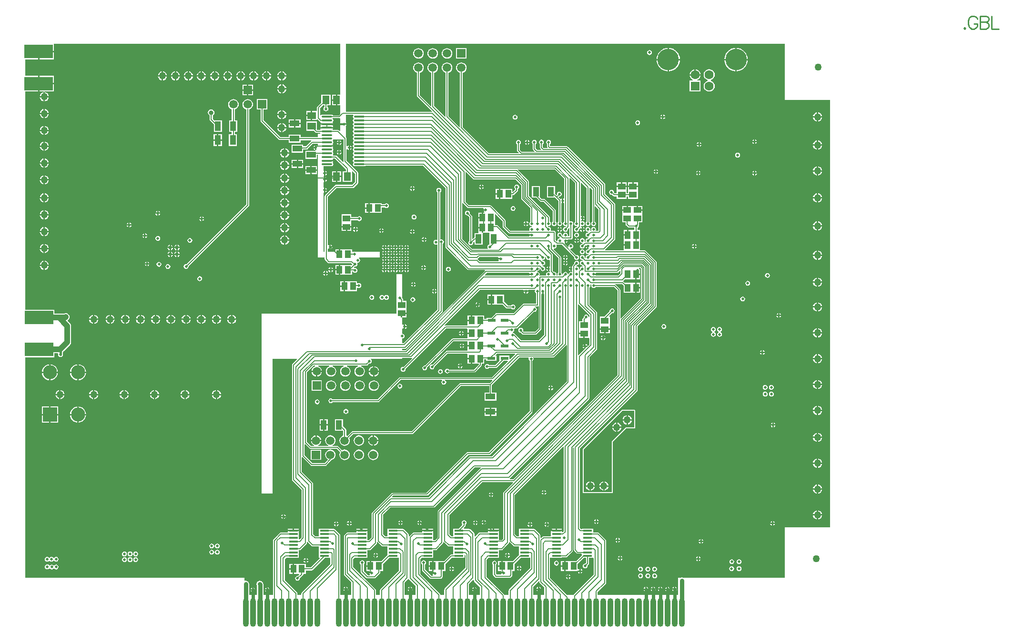
<source format=gbl>
%FSAX25Y25*%
%MOIN*%
G70*
G01*
G75*
G04 Layer_Physical_Order=4*
G04 Layer_Color=16711680*
%ADD10R,0.41339X0.33071*%
%ADD11R,0.04134X0.12992*%
%ADD12R,0.05118X0.05906*%
%ADD13R,0.10000X0.15000*%
%ADD14O,0.10000X0.15000*%
%ADD15R,0.20000X0.09500*%
%ADD16R,0.20000X0.04500*%
%ADD17R,0.04331X0.05512*%
%ADD18R,0.05512X0.04331*%
%ADD19R,0.08661X0.07874*%
%ADD20R,0.04331X0.06693*%
%ADD21R,0.01575X0.08465*%
%ADD22R,0.01575X0.08465*%
%ADD23R,0.06693X0.04331*%
%ADD24R,0.07874X0.08661*%
%ADD25R,0.08000X0.07200*%
%ADD26O,0.06500X0.03000*%
%ADD27R,0.06500X0.03000*%
%ADD28O,0.04000X0.20000*%
%ADD29R,0.01181X0.03169*%
%ADD30R,0.03169X0.01181*%
%ADD31R,0.26378X0.26378*%
%ADD32R,0.06496X0.01181*%
%ADD33R,0.33071X0.41339*%
%ADD34R,0.12992X0.04134*%
%ADD35R,0.04331X0.02559*%
%ADD36O,0.07480X0.02362*%
%ADD37C,0.01969*%
%ADD38O,0.02362X0.08661*%
%ADD39R,0.10236X0.05906*%
%ADD40R,0.04000X0.16000*%
%ADD41R,0.16000X0.04000*%
%ADD42R,0.05906X0.05118*%
%ADD43O,0.03150X0.00984*%
%ADD44O,0.00984X0.03150*%
%ADD45R,0.10236X0.10236*%
%ADD46C,0.03543*%
%ADD47C,0.00500*%
%ADD48C,0.03150*%
%ADD49C,0.00787*%
%ADD50C,0.01000*%
%ADD51C,0.01181*%
%ADD52C,0.01969*%
%ADD53C,0.03937*%
%ADD54C,0.02362*%
%ADD55C,0.01575*%
%ADD56C,0.00900*%
%ADD57R,0.11909X0.03543*%
%ADD58R,0.09843X0.09843*%
%ADD59C,0.09843*%
%ADD60R,0.05906X0.05906*%
%ADD61C,0.05906*%
%ADD62C,0.05000*%
%ADD63C,0.14961*%
%ADD64C,0.06299*%
%ADD65R,0.06299X0.06299*%
%ADD66C,0.02598*%
%ADD67C,0.03150*%
%ADD68R,0.05709X0.02165*%
%ADD69O,0.07874X0.01378*%
G36*
X0363806Y0113866D02*
Y0104429D01*
Y0104232D01*
X0363806Y0104232D01*
X0363806D01*
Y0065158D01*
Y0063287D01*
Y0042323D01*
X0363806Y0042323D01*
X0363806D01*
X0363879Y0041956D01*
X0364087Y0041646D01*
X0365803Y0039929D01*
X0366114Y0039722D01*
X0366480Y0039649D01*
X0369107D01*
X0369461Y0039295D01*
Y0038541D01*
X0365368Y0034449D01*
X0360885D01*
X0360885Y0034449D01*
Y0034449D01*
X0360728Y0034449D01*
X0360630D01*
X0360531D01*
X0360375Y0034449D01*
X0360375Y0034449D01*
Y0034449D01*
X0358177D01*
Y0031003D01*
Y0027559D01*
X0360531D01*
Y0027559D01*
X0360728D01*
X0360885Y0027559D01*
X0360885Y0027559D01*
Y0027559D01*
X0366323D01*
X0366404Y0027461D01*
X0366424Y0027559D01*
X0366437D01*
Y0027627D01*
X0366504Y0027961D01*
X0367610D01*
Y0029067D01*
X0367457Y0029037D01*
X0366904Y0028667D01*
X0366437Y0028979D01*
Y0032395D01*
X0370809Y0036768D01*
X0372294D01*
Y0033205D01*
X0371774Y0032686D01*
X0371654Y0032710D01*
X0371001Y0032580D01*
X0370447Y0032210D01*
X0370077Y0031657D01*
X0369948Y0031004D01*
X0370077Y0030351D01*
X0370447Y0029798D01*
X0371001Y0029428D01*
X0371654Y0029298D01*
X0372306Y0029428D01*
X0372860Y0029798D01*
X0373230Y0030351D01*
X0373359Y0031004D01*
X0373336Y0031125D01*
X0374178Y0031967D01*
X0374417Y0032326D01*
X0374501Y0032748D01*
X0374501Y0032748D01*
X0374501Y0032748D01*
Y0032748D01*
Y0036768D01*
X0377184D01*
X0377538Y0036414D01*
Y0024965D01*
X0363498Y0010925D01*
X0359042D01*
X0347167Y0022800D01*
Y0036768D01*
X0347610D01*
Y0036768D01*
X0355484D01*
Y0037090D01*
X0358323D01*
X0358689Y0037163D01*
X0359000Y0037370D01*
X0359000Y0037370D01*
X0359000Y0037370D01*
X0362882Y0041252D01*
X0363089Y0041563D01*
X0363162Y0041929D01*
X0363162Y0041929D01*
X0363162Y0041929D01*
Y0041929D01*
Y0063518D01*
Y0113683D01*
X0363578Y0113961D01*
X0363806Y0113866D01*
D02*
G37*
G36*
X0374633Y0206872D02*
Y0205520D01*
X0374136Y0205471D01*
X0374017Y0206066D01*
X0373647Y0206620D01*
X0373094Y0206990D01*
X0372441Y0207119D01*
X0371788Y0206990D01*
X0371235Y0206620D01*
X0370865Y0206066D01*
X0370735Y0205413D01*
X0370759Y0205293D01*
X0370086Y0204619D01*
X0369846Y0204261D01*
X0369762Y0203839D01*
Y0202559D01*
X0367421D01*
Y0197007D01*
X0367421Y0197007D01*
X0367421D01*
X0367421Y0196850D01*
Y0196653D01*
D01*
D01*
D01*
D01*
X0367421D01*
Y0194299D01*
X0370867D01*
Y0193800D01*
X0371366D01*
Y0190945D01*
X0374280D01*
X0374633Y0190591D01*
Y0186125D01*
X0373749Y0185241D01*
X0373271Y0185386D01*
X0373360Y0184941D01*
X0373338Y0184830D01*
X0372949Y0184441D01*
X0372153D01*
Y0183646D01*
X0371765Y0183257D01*
X0371654Y0183235D01*
X0371208Y0183323D01*
X0371353Y0182845D01*
X0367167Y0178659D01*
X0366705Y0178850D01*
Y0212836D01*
Y0214146D01*
X0367167Y0214338D01*
X0374633Y0206872D01*
D02*
G37*
G36*
X0200394Y0361024D02*
X0198335D01*
Y0357381D01*
Y0353740D01*
X0200394D01*
Y0347614D01*
X0199407Y0346627D01*
X0195211D01*
X0195186Y0346663D01*
X0194731Y0346967D01*
X0194193Y0347074D01*
X0187697D01*
X0187159Y0346967D01*
X0186703Y0346663D01*
X0186242Y0346971D01*
Y0351511D01*
X0188471Y0353740D01*
X0189251D01*
Y0352554D01*
X0189148Y0352486D01*
X0188778Y0351932D01*
X0188648Y0351279D01*
X0188778Y0350627D01*
X0189148Y0350073D01*
X0189701Y0349703D01*
X0190354Y0349573D01*
X0191007Y0349703D01*
X0191561Y0350073D01*
X0191930Y0350627D01*
X0192060Y0351279D01*
X0191930Y0351932D01*
X0191561Y0352486D01*
X0191458Y0352554D01*
Y0353740D01*
X0193602D01*
Y0361024D01*
X0187106D01*
Y0355498D01*
X0184357Y0352749D01*
X0184118Y0352391D01*
X0184034Y0351969D01*
Y0349803D01*
X0184034D01*
X0183957D01*
X0183680Y0349803D01*
X0183680Y0349803D01*
Y0349803D01*
X0180815D01*
Y0346554D01*
Y0343307D01*
X0183957D01*
Y0343637D01*
X0184015Y0343676D01*
X0184419Y0343843D01*
X0185932Y0342330D01*
D01*
X0185932D01*
X0185932Y0342330D01*
X0185932Y0342330D01*
X0185932D01*
D01*
X0185932D01*
X0185932Y0342330D01*
Y0342330D01*
X0185932Y0342330D01*
Y0342330D01*
X0186290Y0342090D01*
X0186346Y0342079D01*
X0186703Y0341545D01*
X0186399Y0341089D01*
X0186391Y0341051D01*
X0195498D01*
X0195491Y0341089D01*
X0195186Y0341545D01*
X0195132Y0341581D01*
Y0342081D01*
X0195186Y0342117D01*
X0195491Y0342573D01*
X0195598Y0343110D01*
X0195491Y0343648D01*
X0195186Y0344104D01*
X0195132Y0344140D01*
Y0344640D01*
X0195186Y0344676D01*
X0195211Y0344712D01*
X0199803D01*
X0200007Y0344753D01*
X0200394Y0344435D01*
Y0335876D01*
X0199932Y0335684D01*
X0199501Y0336115D01*
X0199143Y0336354D01*
X0198721Y0336438D01*
X0195209D01*
X0195132Y0336692D01*
Y0336963D01*
X0195186Y0336999D01*
X0195491Y0337455D01*
X0195498Y0337492D01*
X0186391D01*
X0186399Y0337455D01*
X0186703Y0336999D01*
X0186395Y0336537D01*
X0184217D01*
X0183957Y0336797D01*
Y0342323D01*
X0176673D01*
Y0335827D01*
X0181805D01*
X0182979Y0334652D01*
X0183337Y0334413D01*
X0183760Y0334329D01*
X0183760Y0334329D01*
X0186395D01*
X0186481Y0334201D01*
X0186245Y0333760D01*
X0184646D01*
Y0331419D01*
X0172539D01*
Y0333268D01*
X0164469D01*
Y0331517D01*
X0158626D01*
X0146773Y0343371D01*
Y0350689D01*
X0149311D01*
Y0357972D01*
X0142028D01*
Y0350689D01*
X0144565D01*
Y0342913D01*
X0144649Y0342491D01*
X0144889Y0342133D01*
X0157389Y0329633D01*
X0157747Y0329394D01*
X0158169Y0329310D01*
X0164469D01*
Y0327559D01*
X0172539D01*
Y0329211D01*
X0179978D01*
X0180123Y0328733D01*
X0179830Y0328537D01*
X0176314Y0325021D01*
X0174508D01*
Y0326181D01*
X0166437D01*
Y0320472D01*
X0174508D01*
Y0322813D01*
X0176772D01*
X0177194Y0322898D01*
X0177552Y0323137D01*
X0181068Y0326652D01*
X0184646D01*
Y0325572D01*
X0184205Y0325336D01*
X0183822Y0325592D01*
X0183669Y0325622D01*
Y0324015D01*
Y0322409D01*
X0183169Y0322309D01*
X0182977Y0322348D01*
X0182928Y0321850D01*
X0175886D01*
Y0316142D01*
X0183957D01*
Y0318975D01*
X0184646D01*
Y0255020D01*
Y0247146D01*
X0189447D01*
Y0246063D01*
X0189531Y0245641D01*
X0189771Y0245282D01*
X0191641Y0243412D01*
X0191999Y0243173D01*
X0192421Y0243089D01*
X0208007D01*
X0208622Y0242474D01*
Y0242190D01*
X0208514Y0241929D01*
X0203011D01*
X0203011Y0241929D01*
Y0241929D01*
X0202854Y0241929D01*
X0202756D01*
X0202658D01*
X0202501Y0241929D01*
X0202501Y0241929D01*
Y0241929D01*
X0200303D01*
Y0238483D01*
Y0235039D01*
X0202658D01*
Y0235039D01*
X0202854D01*
X0203011Y0235039D01*
X0203011Y0235039D01*
Y0235039D01*
X0208563D01*
Y0237380D01*
X0209092D01*
X0209424Y0236884D01*
X0209977Y0236514D01*
X0210630Y0236385D01*
X0211283Y0236514D01*
X0211836Y0236884D01*
X0212206Y0237438D01*
X0212336Y0238090D01*
X0212206Y0238743D01*
X0211836Y0239297D01*
X0211283Y0239667D01*
X0210630Y0239797D01*
X0210147Y0239701D01*
X0209911Y0240142D01*
X0210509Y0240739D01*
X0210630Y0240715D01*
X0211283Y0240845D01*
X0211836Y0241215D01*
X0212206Y0241768D01*
X0212336Y0242421D01*
X0212206Y0243074D01*
X0212203Y0243079D01*
X0212481Y0243495D01*
X0212598Y0243471D01*
X0213251Y0243601D01*
X0213805Y0243971D01*
X0214175Y0244524D01*
X0214304Y0245177D01*
X0214175Y0245830D01*
X0213805Y0246384D01*
X0213380Y0246667D01*
X0213525Y0247146D01*
X0227953D01*
Y0251083D01*
X0210891D01*
X0210889Y0251084D01*
X0210236Y0251214D01*
X0209583Y0251084D01*
X0209581Y0251083D01*
X0208563D01*
Y0252953D01*
X0202854D01*
D01*
D01*
X0202854Y0252953D01*
X0202657D01*
Y0252953D01*
X0200303D01*
Y0249507D01*
X0199303D01*
Y0252953D01*
X0196949D01*
Y0251083D01*
X0191655D01*
Y0253122D01*
X0192101Y0253420D01*
X0192654Y0253050D01*
X0192807Y0253019D01*
Y0254625D01*
Y0256233D01*
X0192654Y0256202D01*
X0192101Y0255832D01*
X0191655Y0256130D01*
Y0289700D01*
X0197800Y0295845D01*
X0209154D01*
X0209576Y0295929D01*
X0209934Y0296168D01*
X0212592Y0298826D01*
X0212831Y0299184D01*
X0212915Y0299606D01*
Y0306299D01*
X0212831Y0306722D01*
X0212592Y0307080D01*
X0204844Y0314827D01*
Y0322910D01*
X0205323Y0323055D01*
X0205487Y0322809D01*
X0206040Y0322440D01*
X0206193Y0322409D01*
Y0324015D01*
Y0325622D01*
X0206040Y0325592D01*
X0205487Y0325222D01*
X0205323Y0324977D01*
X0204844Y0325122D01*
Y0330315D01*
X0204760Y0330737D01*
X0204521Y0331096D01*
X0204331Y0331286D01*
Y0339328D01*
X0204356Y0339345D01*
X0204726Y0339898D01*
X0204756Y0340051D01*
X0203149D01*
Y0341051D01*
X0204756D01*
X0204726Y0341204D01*
X0204356Y0341757D01*
X0204331Y0341774D01*
Y0347074D01*
X0209263D01*
X0209360Y0346929D01*
X0209518Y0346633D01*
X0209233Y0346207D01*
X0209126Y0345669D01*
X0209233Y0345132D01*
X0209538Y0344676D01*
X0209592Y0344640D01*
Y0344140D01*
X0209538Y0344104D01*
X0209233Y0343648D01*
X0209126Y0343110D01*
X0209233Y0342573D01*
X0209538Y0342117D01*
X0209592Y0342081D01*
Y0341581D01*
X0209538Y0341545D01*
X0209233Y0341089D01*
X0209126Y0340551D01*
X0209233Y0340014D01*
X0209538Y0339558D01*
X0209592Y0339522D01*
Y0339022D01*
X0209538Y0338986D01*
X0209233Y0338530D01*
X0209126Y0337992D01*
X0209233Y0337455D01*
X0209538Y0336999D01*
X0209592Y0336963D01*
Y0336463D01*
X0209538Y0336426D01*
X0209233Y0335971D01*
X0209126Y0335433D01*
X0209233Y0334895D01*
X0209538Y0334440D01*
X0209592Y0334403D01*
Y0333904D01*
X0209538Y0333868D01*
X0209233Y0333412D01*
X0209126Y0332874D01*
X0209233Y0332336D01*
X0209538Y0331881D01*
X0209592Y0331844D01*
Y0331345D01*
X0209538Y0331308D01*
X0209233Y0330853D01*
X0209126Y0330315D01*
X0209233Y0329777D01*
X0209538Y0329322D01*
X0209592Y0329285D01*
Y0328785D01*
X0209538Y0328749D01*
X0209233Y0328294D01*
X0209126Y0327756D01*
X0209233Y0327218D01*
X0209538Y0326763D01*
X0209592Y0326726D01*
Y0326226D01*
X0209538Y0326190D01*
X0209233Y0325734D01*
X0209126Y0325197D01*
X0209233Y0324659D01*
X0209538Y0324203D01*
X0209592Y0324167D01*
Y0323667D01*
X0209538Y0323631D01*
X0209233Y0323176D01*
X0209126Y0322638D01*
X0209233Y0322100D01*
X0209538Y0321644D01*
X0209592Y0321608D01*
Y0321108D01*
X0209538Y0321072D01*
X0209233Y0320616D01*
X0209126Y0320079D01*
X0209233Y0319541D01*
X0209538Y0319085D01*
X0209592Y0319049D01*
Y0318549D01*
X0209538Y0318513D01*
X0209233Y0318057D01*
X0209126Y0317520D01*
X0209233Y0316982D01*
X0209538Y0316526D01*
X0209592Y0316490D01*
Y0315990D01*
X0209538Y0315954D01*
X0209233Y0315498D01*
X0209126Y0314961D01*
X0209233Y0314423D01*
X0209538Y0313967D01*
X0209592Y0313931D01*
Y0313431D01*
X0209538Y0313395D01*
X0209233Y0312939D01*
X0209126Y0312402D01*
X0209233Y0311864D01*
X0209538Y0311408D01*
X0209994Y0311104D01*
X0210531Y0310997D01*
X0217028D01*
X0217565Y0311104D01*
X0218021Y0311408D01*
X0218045Y0311444D01*
X0258265D01*
X0274043Y0295666D01*
Y0291285D01*
Y0290845D01*
X0274043Y0290845D01*
X0274043D01*
Y0254331D01*
X0274115Y0253964D01*
X0274323Y0253654D01*
X0289382Y0238595D01*
X0289693Y0238387D01*
X0290059Y0238314D01*
X0301465D01*
X0301656Y0237852D01*
X0245962Y0182158D01*
X0243701D01*
Y0183098D01*
X0245768D01*
X0246134Y0183171D01*
X0246445Y0183378D01*
X0246445Y0183378D01*
X0246445Y0183378D01*
X0271838Y0208772D01*
X0272046Y0209082D01*
X0272119Y0209449D01*
X0272119Y0209449D01*
X0272119Y0209449D01*
Y0209449D01*
Y0256698D01*
X0272368Y0256865D01*
X0272738Y0257418D01*
X0272867Y0258071D01*
X0272738Y0258724D01*
X0272368Y0259277D01*
X0271814Y0259647D01*
X0271161Y0259777D01*
X0270669Y0259679D01*
X0270283Y0259996D01*
Y0292766D01*
X0270532Y0292933D01*
X0270902Y0293486D01*
X0271031Y0294139D01*
X0270902Y0294792D01*
X0270532Y0295345D01*
X0269978Y0295715D01*
X0269325Y0295845D01*
X0268673Y0295715D01*
X0268119Y0295345D01*
X0267749Y0294792D01*
X0267619Y0294139D01*
X0267749Y0293486D01*
X0268119Y0292933D01*
X0268368Y0292766D01*
Y0259561D01*
X0267976Y0259352D01*
X0267323Y0259482D01*
X0266670Y0259352D01*
X0266116Y0258982D01*
X0265747Y0258429D01*
X0265617Y0257776D01*
X0265747Y0257123D01*
X0266116Y0256569D01*
X0266670Y0256199D01*
X0267323Y0256070D01*
X0267976Y0256199D01*
X0268368Y0255990D01*
Y0210667D01*
X0244682Y0186981D01*
X0243701D01*
Y0190322D01*
X0244354Y0190451D01*
X0244907Y0190821D01*
X0245277Y0191375D01*
X0245407Y0192028D01*
X0245277Y0192680D01*
X0244907Y0193234D01*
X0244354Y0193604D01*
X0243701Y0193734D01*
Y0197230D01*
X0244142Y0197466D01*
X0244623Y0197144D01*
X0244776Y0197114D01*
Y0198720D01*
Y0200327D01*
X0244623Y0200297D01*
X0244142Y0199975D01*
X0243701Y0200211D01*
Y0205118D01*
X0242807D01*
Y0207973D01*
X0243306D01*
Y0208472D01*
X0246752D01*
Y0210827D01*
D01*
Y0210827D01*
X0246752Y0210827D01*
Y0211024D01*
X0246752D01*
Y0216732D01*
X0244411D01*
Y0217618D01*
X0244327Y0218041D01*
X0244088Y0218399D01*
X0243808Y0218678D01*
X0243832Y0218799D01*
X0243702Y0219452D01*
X0243701Y0219454D01*
Y0235335D01*
X0239764D01*
Y0207776D01*
X0145276D01*
Y0081791D01*
X0153150D01*
Y0176279D01*
X0169942D01*
X0170133Y0175818D01*
X0166941Y0172626D01*
X0166734Y0172315D01*
X0166661Y0171949D01*
Y0091437D01*
X0166661Y0091437D01*
X0166661D01*
X0166734Y0091071D01*
X0166941Y0090760D01*
X0173354Y0084347D01*
Y0067618D01*
X0173354Y0067618D01*
X0173354D01*
Y0066963D01*
Y0051086D01*
X0171946Y0049678D01*
X0171484Y0049869D01*
Y0052122D01*
Y0054327D01*
X0171484Y0054327D01*
D01*
D01*
X0171484Y0054681D01*
D01*
Y0054681D01*
X0171484Y0054681D01*
X0171484Y0055035D01*
X0171484Y0055035D01*
X0171484D01*
Y0055461D01*
X0163610D01*
Y0055035D01*
X0163610Y0055035D01*
X0163610D01*
X0163610Y0054681D01*
X0163610Y0054681D01*
D01*
X0163610Y0054505D01*
X0158815D01*
X0158393Y0054421D01*
X0158034Y0054182D01*
X0153612Y0049759D01*
X0153550Y0049698D01*
X0153311Y0049340D01*
X0153227Y0048917D01*
Y0025886D01*
Y0010925D01*
X0146581D01*
Y0018228D01*
X0146405Y0019111D01*
X0145905Y0019860D01*
X0145727Y0020038D01*
X0144978Y0020538D01*
X0144095Y0020714D01*
X0143211Y0020538D01*
X0142462Y0020038D01*
X0141962Y0019289D01*
X0141786Y0018406D01*
X0141962Y0017522D01*
X0141964Y0017519D01*
Y0010925D01*
X0136581D01*
Y0018385D01*
X0136405Y0019268D01*
X0135905Y0020017D01*
X0135884Y0020038D01*
X0135135Y0020538D01*
X0134252Y0020714D01*
X0133851Y0020634D01*
X0133465Y0020951D01*
Y0022736D01*
X-0020079D01*
Y0177218D01*
X0000492D01*
Y0179977D01*
X0002716D01*
X0002928Y0179836D01*
X0003129Y0179591D01*
X0003018Y0179035D01*
X0003148Y0178383D01*
X0003518Y0177829D01*
X0004072Y0177459D01*
X0004724Y0177329D01*
X0005377Y0177459D01*
X0005931Y0177829D01*
X0006301Y0178383D01*
X0006430Y0179035D01*
X0006301Y0179688D01*
X0006230Y0179794D01*
Y0180704D01*
X0006305Y0180762D01*
X0006620Y0181077D01*
X0006791Y0181300D01*
X0007013Y0181471D01*
X0011344Y0185801D01*
X0011770Y0186357D01*
X0011927Y0186735D01*
X0012038Y0187003D01*
X0012084Y0187350D01*
X0012129Y0187697D01*
X0012129Y0187697D01*
Y0199114D01*
X0012038Y0199808D01*
X0011770Y0200454D01*
X0011344Y0201009D01*
X0011344Y0201009D01*
X0009711Y0202642D01*
X0009744Y0203141D01*
X0009927Y0203282D01*
X0010163Y0203518D01*
X0010589Y0204073D01*
X0010857Y0204720D01*
X0010948Y0205413D01*
X0010857Y0206107D01*
X0010589Y0206754D01*
X0010163Y0207309D01*
X0009608Y0207735D01*
X0008962Y0208002D01*
X0008268Y0208094D01*
X0007574Y0208002D01*
X0007224Y0207858D01*
X0000492D01*
Y0210616D01*
X-0020079D01*
Y0363439D01*
X-0011091D01*
Y0368877D01*
Y0374317D01*
X-0020079D01*
Y0385959D01*
X-0011091D01*
Y0391399D01*
X-0010592D01*
Y0391898D01*
X0000098D01*
Y0396752D01*
X0200394D01*
Y0361024D01*
D02*
G37*
G36*
X0180469Y0045048D02*
X0180779Y0044840D01*
X0181146Y0044767D01*
X0185461D01*
X0185461Y0044445D01*
X0185461D01*
X0185461Y0044445D01*
D01*
D01*
Y0044445D01*
X0185461D01*
D01*
Y0041886D01*
Y0039680D01*
X0185461Y0039680D01*
X0185461D01*
X0185461Y0039327D01*
X0185461Y0039327D01*
D01*
D01*
Y0039327D01*
X0185461D01*
D01*
Y0036768D01*
X0185904D01*
X0186095Y0036306D01*
X0179929Y0030139D01*
X0176279D01*
Y0032480D01*
X0170728D01*
X0170728Y0032480D01*
Y0032480D01*
X0170571Y0032480D01*
X0170472D01*
X0170374D01*
X0170217Y0032480D01*
X0170217Y0032480D01*
Y0032480D01*
X0168020D01*
Y0029034D01*
Y0025591D01*
X0170374D01*
Y0025591D01*
X0170571D01*
X0170728Y0025591D01*
X0170728Y0025591D01*
Y0025591D01*
X0171506D01*
X0171697Y0025129D01*
X0170593Y0024024D01*
X0170472Y0024048D01*
X0169820Y0023919D01*
X0169266Y0023549D01*
X0168896Y0022995D01*
X0168766Y0022343D01*
X0168896Y0021690D01*
X0169266Y0021136D01*
X0169820Y0020766D01*
X0170472Y0020637D01*
X0171125Y0020766D01*
X0171679Y0021136D01*
X0172049Y0021690D01*
X0172178Y0022343D01*
X0172154Y0022463D01*
X0174206Y0024515D01*
X0174445Y0024873D01*
X0174529Y0025295D01*
X0174529Y0025295D01*
X0174529Y0025295D01*
Y0025295D01*
Y0025591D01*
X0176279D01*
Y0027931D01*
X0180386D01*
X0180808Y0028016D01*
X0181166Y0028255D01*
X0181166Y0028255D01*
X0181166Y0028255D01*
X0189679Y0036768D01*
X0193129D01*
X0193483Y0036414D01*
Y0032445D01*
X0173492Y0012455D01*
X0173253Y0012096D01*
X0173169Y0011674D01*
Y0010925D01*
X0170297D01*
Y0011909D01*
X0170213Y0012332D01*
X0169974Y0012690D01*
X0169974Y0012690D01*
X0161537Y0021127D01*
Y0035960D01*
X0162520Y0036943D01*
X0163610D01*
Y0036768D01*
X0171484D01*
Y0039327D01*
D01*
Y0039327D01*
X0171484Y0039327D01*
Y0039327D01*
X0171484D01*
X0171484D01*
Y0041886D01*
Y0042208D01*
X0172102D01*
X0172469Y0042281D01*
X0172779Y0042488D01*
X0176858Y0046567D01*
X0177066Y0046878D01*
X0177138Y0047244D01*
X0177138Y0047244D01*
X0177138Y0047244D01*
Y0047244D01*
Y0047656D01*
X0177408Y0047836D01*
X0177600Y0047916D01*
X0180469Y0045048D01*
D02*
G37*
G36*
X0229386D02*
X0229697Y0044840D01*
X0230063Y0044767D01*
X0233461D01*
X0233461Y0044445D01*
X0233461D01*
X0233461Y0044445D01*
D01*
D01*
Y0044445D01*
X0233461D01*
D01*
Y0041886D01*
Y0039327D01*
D01*
X0233461Y0039327D01*
X0233461Y0039327D01*
D01*
D01*
Y0039327D01*
X0233461D01*
D01*
Y0038762D01*
X0229148Y0034449D01*
X0224508D01*
D01*
D01*
X0224508Y0034449D01*
X0224311D01*
Y0034449D01*
X0221957D01*
Y0031003D01*
X0221458D01*
Y0030504D01*
X0218602D01*
Y0027559D01*
X0220753D01*
X0220989Y0027118D01*
X0220865Y0026932D01*
X0220834Y0026779D01*
X0222442D01*
Y0025780D01*
X0220834D01*
X0220865Y0025627D01*
X0221235Y0025073D01*
X0220937Y0024627D01*
X0219749D01*
X0216852Y0027524D01*
Y0032091D01*
X0216954Y0032160D01*
X0217324Y0032713D01*
X0217454Y0033366D01*
X0217324Y0034019D01*
X0216954Y0034572D01*
X0216401Y0034942D01*
X0215748Y0035072D01*
X0215095Y0034942D01*
X0214542Y0034572D01*
X0214172Y0034019D01*
X0214042Y0033366D01*
X0214172Y0032713D01*
X0214542Y0032160D01*
X0214644Y0032091D01*
Y0027067D01*
X0214728Y0026645D01*
X0214967Y0026286D01*
X0218511Y0022743D01*
X0218869Y0022504D01*
X0219291Y0022420D01*
X0224410D01*
X0224832Y0022504D01*
X0225190Y0022743D01*
X0228143Y0025696D01*
X0228382Y0026054D01*
X0228466Y0026476D01*
X0228466Y0026476D01*
X0228466Y0026476D01*
Y0026476D01*
Y0027559D01*
X0230217D01*
Y0032395D01*
X0234589Y0036768D01*
X0241335D01*
D01*
X0241335D01*
X0241514Y0036588D01*
Y0027819D01*
X0228492Y0014797D01*
X0228253Y0014439D01*
X0228169Y0014017D01*
Y0010925D01*
X0225376D01*
Y0014015D01*
X0225376Y0014015D01*
X0225292Y0014437D01*
X0225053Y0014796D01*
X0225053Y0014796D01*
X0209470Y0030378D01*
Y0035862D01*
X0210497Y0036888D01*
X0211610D01*
Y0036768D01*
X0219484D01*
Y0039327D01*
D01*
Y0039327D01*
X0219484Y0039327D01*
Y0039327D01*
X0219484D01*
X0219484D01*
Y0041886D01*
Y0042208D01*
X0221020D01*
X0221386Y0042281D01*
X0221697Y0042488D01*
X0225775Y0046567D01*
X0225983Y0046878D01*
X0226056Y0047244D01*
X0226056Y0047244D01*
X0226056Y0047244D01*
Y0047244D01*
Y0047656D01*
X0226325Y0047836D01*
X0226518Y0047916D01*
X0229386Y0045048D01*
D02*
G37*
G36*
X0321610Y0045048D02*
Y0045048D01*
D01*
Y0045048D01*
X0321610D01*
X0321610Y0045048D01*
X0321610D01*
D01*
D01*
D01*
D01*
X0321610D01*
X0321610Y0045047D01*
Y0045048D01*
X0321610Y0045047D01*
Y0045048D01*
X0321921Y0044840D01*
X0322287Y0044767D01*
X0325461D01*
X0325461Y0044445D01*
X0325461D01*
X0325461Y0044445D01*
D01*
D01*
Y0044445D01*
X0325461D01*
D01*
Y0041886D01*
Y0039327D01*
D01*
X0325461Y0039327D01*
X0325461Y0039327D01*
D01*
D01*
Y0039327D01*
X0325461D01*
D01*
Y0038636D01*
X0321273Y0034449D01*
X0316634D01*
D01*
D01*
X0316634Y0034449D01*
X0316437D01*
Y0034449D01*
X0314083D01*
Y0031003D01*
X0313584D01*
Y0030504D01*
X0310728D01*
Y0027559D01*
X0312879D01*
X0313115Y0027118D01*
X0312991Y0026932D01*
X0312960Y0026779D01*
X0314568D01*
Y0025780D01*
X0312960D01*
X0312991Y0025627D01*
X0313101Y0025462D01*
X0312865Y0025021D01*
X0309906D01*
X0309372Y0025556D01*
Y0031698D01*
X0309474Y0031766D01*
X0309844Y0032320D01*
X0309974Y0032972D01*
X0309844Y0033625D01*
X0309474Y0034179D01*
X0308921Y0034549D01*
X0308268Y0034678D01*
X0307615Y0034549D01*
X0307061Y0034179D01*
X0306692Y0033625D01*
X0306562Y0032972D01*
X0306692Y0032320D01*
X0307061Y0031766D01*
X0307164Y0031698D01*
Y0025098D01*
X0307248Y0024676D01*
X0307487Y0024318D01*
X0308668Y0023137D01*
X0309026Y0022897D01*
X0309449Y0022813D01*
X0318898D01*
X0319320Y0022897D01*
X0319678Y0023137D01*
X0319678Y0023137D01*
X0319678Y0023137D01*
X0320466Y0023924D01*
X0320705Y0024282D01*
X0320789Y0024705D01*
X0320789Y0024705D01*
X0320789Y0024705D01*
Y0024705D01*
Y0027559D01*
X0322342D01*
Y0032395D01*
X0326715Y0036768D01*
X0333335D01*
D01*
X0333335D01*
X0333345Y0036757D01*
Y0029493D01*
X0318492Y0014640D01*
X0318253Y0014281D01*
X0318169Y0013859D01*
Y0010925D01*
X0315179D01*
X0315053Y0011114D01*
X0302777Y0023390D01*
Y0035370D01*
X0304175Y0036768D01*
X0311484D01*
Y0039327D01*
D01*
Y0039327D01*
X0311484Y0039327D01*
Y0039327D01*
X0311484D01*
X0311484D01*
Y0041886D01*
Y0042208D01*
X0313244D01*
X0313610Y0042281D01*
X0313921Y0042488D01*
X0318098Y0046666D01*
X0318306Y0046976D01*
X0318379Y0047343D01*
X0318379Y0047343D01*
X0318379Y0047343D01*
Y0047343D01*
Y0047626D01*
X0318841Y0047817D01*
X0321610Y0045048D01*
D02*
G37*
G36*
X0275646Y0045048D02*
X0275956Y0044840D01*
X0276323Y0044767D01*
X0279461D01*
X0279461Y0044445D01*
X0279461D01*
X0279461Y0044445D01*
D01*
D01*
Y0044445D01*
X0279461D01*
D01*
Y0041886D01*
Y0039680D01*
X0279461Y0039680D01*
X0279461D01*
X0279461Y0039327D01*
X0279461Y0039327D01*
D01*
X0279461Y0039151D01*
X0278106D01*
X0277684Y0039067D01*
X0277326Y0038828D01*
X0272947Y0034449D01*
X0268209D01*
D01*
D01*
X0268209Y0034449D01*
X0268012D01*
Y0034449D01*
X0265657D01*
Y0031003D01*
Y0027559D01*
X0265017D01*
X0265329Y0027092D01*
X0264959Y0026539D01*
X0264929Y0026386D01*
X0266536D01*
Y0025386D01*
X0264929D01*
X0264959Y0025233D01*
X0265329Y0024679D01*
X0265031Y0024234D01*
X0264237D01*
X0259765Y0028705D01*
Y0032091D01*
X0259868Y0032160D01*
X0260238Y0032713D01*
X0260367Y0033366D01*
X0260238Y0034019D01*
X0259868Y0034572D01*
X0259314Y0034942D01*
X0258661Y0035072D01*
X0258009Y0034942D01*
X0257455Y0034572D01*
X0257085Y0034019D01*
X0256955Y0033366D01*
X0257085Y0032713D01*
X0257455Y0032160D01*
X0257558Y0032091D01*
Y0028248D01*
X0257642Y0027826D01*
X0257881Y0027468D01*
X0262999Y0022349D01*
D01*
X0262999D01*
X0262999Y0022349D01*
X0262999Y0022349D01*
X0262999D01*
D01*
X0262999D01*
X0262999Y0022349D01*
Y0022349D01*
X0262999Y0022349D01*
Y0022349D01*
X0263357Y0022110D01*
X0263779Y0022026D01*
X0270472D01*
X0270895Y0022110D01*
X0271253Y0022349D01*
X0271844Y0022940D01*
X0272083Y0023298D01*
X0272167Y0023720D01*
X0272167Y0023720D01*
X0272167Y0023720D01*
Y0023720D01*
Y0027559D01*
X0273917D01*
Y0032297D01*
X0278563Y0036943D01*
X0279461D01*
Y0036768D01*
X0287335D01*
Y0038797D01*
X0287457Y0038848D01*
X0287873Y0038570D01*
Y0029689D01*
X0273492Y0015309D01*
X0273253Y0014951D01*
X0273169Y0014528D01*
Y0010925D01*
X0270376D01*
Y0010944D01*
X0270292Y0011366D01*
X0270053Y0011725D01*
X0256320Y0025457D01*
Y0035862D01*
X0257226Y0036768D01*
X0257610Y0036768D01*
Y0036768D01*
X0265484D01*
Y0039327D01*
D01*
Y0039327D01*
X0265484Y0039327D01*
Y0039327D01*
X0265484D01*
X0265484D01*
Y0041886D01*
Y0042208D01*
X0267280D01*
X0267646Y0042281D01*
X0267956Y0042488D01*
X0272134Y0046666D01*
X0272341Y0046976D01*
X0272414Y0047343D01*
X0272414Y0047343D01*
X0272414Y0047343D01*
Y0047343D01*
Y0047626D01*
X0272876Y0047817D01*
X0275646Y0045048D01*
D02*
G37*
G36*
X0342626Y0221917D02*
X0342751Y0221942D01*
X0343137Y0221625D01*
Y0193015D01*
X0339367Y0189245D01*
X0326873D01*
X0322724Y0193394D01*
X0322541Y0193516D01*
X0322269Y0193923D01*
X0321716Y0194293D01*
X0321063Y0194423D01*
X0321022Y0194628D01*
X0321125Y0194782D01*
D01*
X0321679Y0195152D01*
X0322049Y0195705D01*
X0322179Y0196358D01*
X0322049Y0197011D01*
X0322240Y0197369D01*
X0323819D01*
X0324185Y0197442D01*
X0324496Y0197650D01*
X0335927Y0209081D01*
X0336221Y0209022D01*
X0336873Y0209152D01*
X0337427Y0209522D01*
X0337797Y0210075D01*
X0337927Y0210728D01*
X0337797Y0211381D01*
X0337427Y0211935D01*
X0336873Y0212304D01*
X0336278Y0212423D01*
X0336327Y0212921D01*
X0338189D01*
X0338555Y0212994D01*
X0338759Y0213130D01*
X0339200Y0212894D01*
Y0197641D01*
X0336611Y0195052D01*
X0328841D01*
X0328272Y0195622D01*
X0328379Y0196161D01*
X0328249Y0196814D01*
X0327880Y0197368D01*
X0327326Y0197738D01*
X0326673Y0197867D01*
X0326020Y0197738D01*
X0325467Y0197368D01*
X0325097Y0196814D01*
X0324967Y0196161D01*
X0325097Y0195509D01*
X0325467Y0194955D01*
X0326020Y0194585D01*
X0326673Y0194455D01*
X0326721Y0194465D01*
X0327768Y0193418D01*
X0327768D01*
X0327768Y0193418D01*
X0327768D01*
X0327768Y0193418D01*
Y0193418D01*
X0327768Y0193418D01*
Y0193418D01*
X0328079Y0193210D01*
X0328445Y0193137D01*
X0337008D01*
X0337374Y0193210D01*
X0337685Y0193418D01*
X0340834Y0196567D01*
X0341042Y0196878D01*
X0341115Y0197244D01*
Y0221625D01*
X0341501Y0221942D01*
X0341626Y0221917D01*
Y0223525D01*
X0342626D01*
Y0221917D01*
D02*
G37*
G36*
X0396484Y0237740D02*
Y0236223D01*
X0394584Y0234324D01*
X0379458D01*
X0379141Y0234710D01*
X0379166Y0234835D01*
X0377558D01*
Y0235835D01*
X0379166D01*
X0379135Y0235987D01*
X0379327Y0236346D01*
X0394040D01*
X0394406Y0236419D01*
X0394717Y0236626D01*
X0396022Y0237931D01*
X0396484Y0237740D01*
D02*
G37*
G36*
X0332670Y0235959D02*
X0332645Y0235835D01*
X0334253D01*
Y0234835D01*
X0332645D01*
X0332670Y0234710D01*
X0332353Y0234324D01*
X0301488D01*
X0301297Y0234786D01*
X0302857Y0236346D01*
X0332353D01*
X0332670Y0235959D01*
D02*
G37*
G36*
X0346563Y0253413D02*
X0346063Y0253314D01*
X0347074Y0253150D01*
X0347074Y0253150D01*
X0347074D01*
X0347147Y0252783D01*
X0347355Y0252473D01*
X0352980Y0246848D01*
Y0236707D01*
X0352731Y0236541D01*
X0352361Y0235987D01*
X0352231Y0235335D01*
X0352355Y0234710D01*
X0352219Y0234543D01*
X0351718D01*
X0351582Y0234710D01*
X0351706Y0235335D01*
X0351576Y0235987D01*
X0351206Y0236541D01*
X0350653Y0236911D01*
X0350000Y0237041D01*
X0349706Y0236982D01*
X0348989Y0237700D01*
Y0249114D01*
X0348916Y0249481D01*
X0348709Y0249791D01*
X0345577Y0252923D01*
X0345813Y0253363D01*
X0345563Y0253413D01*
Y0255021D01*
X0346563D01*
Y0253413D01*
D02*
G37*
G36*
X0410755Y0239367D02*
Y0218408D01*
X0396695Y0204348D01*
X0396233Y0204539D01*
Y0224508D01*
X0396160Y0224874D01*
X0395953Y0225185D01*
X0393000Y0228138D01*
X0392717Y0228327D01*
X0392717Y0228327D01*
X0392717D01*
X0392689Y0228345D01*
X0392816Y0228472D01*
X0397536D01*
X0398524Y0227485D01*
Y0222441D01*
X0404232D01*
X0404232Y0222441D01*
Y0222441D01*
X0404232D01*
X0404429D01*
X0404586Y0222441D01*
X0404586Y0222441D01*
Y0222441D01*
X0406783D01*
Y0225885D01*
Y0229331D01*
X0404586D01*
X0404586Y0229331D01*
Y0229331D01*
X0404429Y0229331D01*
X0404331D01*
X0404232D01*
X0404076Y0229331D01*
X0404076Y0229331D01*
Y0229331D01*
X0399385D01*
X0398610Y0230106D01*
X0398299Y0230314D01*
X0398236Y0230326D01*
X0398315Y0230721D01*
X0398315Y0230721D01*
X0399484Y0231890D01*
X0404232D01*
X0404232Y0231890D01*
Y0231890D01*
X0404232D01*
X0404429D01*
X0404586Y0231890D01*
X0404586Y0231890D01*
Y0231890D01*
X0406783D01*
Y0235336D01*
X0407282D01*
Y0235835D01*
X0410138D01*
Y0238779D01*
X0409820D01*
X0409474Y0239297D01*
X0409304Y0239411D01*
X0409449Y0239889D01*
X0410233D01*
X0410755Y0239367D01*
D02*
G37*
G36*
X0344367Y0247196D02*
X0344357Y0247146D01*
X0344487Y0246493D01*
X0344857Y0245939D01*
X0345410Y0245569D01*
X0346063Y0245440D01*
X0346688Y0245564D01*
X0347074Y0245247D01*
Y0241171D01*
X0346688Y0240853D01*
X0346563Y0240878D01*
Y0239271D01*
Y0237665D01*
X0346688Y0237690D01*
X0347044Y0237397D01*
X0346890Y0236921D01*
X0346716Y0236911D01*
X0346716Y0236911D01*
X0346716Y0236911D01*
X0346063Y0237041D01*
X0345410Y0236911D01*
X0344857Y0236541D01*
X0344487Y0235987D01*
X0344357Y0235335D01*
X0344481Y0234710D01*
X0344164Y0234324D01*
X0340158D01*
X0339769Y0234624D01*
X0339765Y0234682D01*
X0339765Y0234682D01*
X0339765Y0234682D01*
X0339895Y0235335D01*
X0339765Y0235987D01*
X0339395Y0236541D01*
X0338842Y0236911D01*
X0338189Y0237041D01*
X0337939Y0236991D01*
X0337841Y0237174D01*
X0338139Y0237576D01*
X0338189Y0237566D01*
X0338842Y0237696D01*
X0339395Y0238065D01*
X0339765Y0238619D01*
X0339895Y0239272D01*
X0339845Y0239522D01*
X0340028Y0239620D01*
X0340430Y0239322D01*
X0340420Y0239272D01*
X0340550Y0238619D01*
X0340920Y0238065D01*
X0341473Y0237696D01*
X0342126Y0237566D01*
X0342779Y0237696D01*
X0343332Y0238065D01*
X0343702Y0238619D01*
X0343832Y0239272D01*
X0343702Y0239925D01*
X0343332Y0240478D01*
X0342779Y0240848D01*
X0342126Y0240978D01*
X0342076Y0240968D01*
X0341778Y0241369D01*
X0341876Y0241552D01*
X0342126Y0241503D01*
X0342779Y0241633D01*
X0343332Y0242002D01*
X0343702Y0242556D01*
X0343832Y0243209D01*
X0343702Y0243862D01*
X0343332Y0244415D01*
X0342779Y0244785D01*
X0342126Y0244915D01*
X0342076Y0244905D01*
X0341778Y0245306D01*
X0341876Y0245489D01*
X0342126Y0245440D01*
X0342779Y0245569D01*
X0343332Y0245939D01*
X0343702Y0246493D01*
X0343832Y0247146D01*
X0343782Y0247396D01*
X0343965Y0247494D01*
X0344367Y0247196D01*
D02*
G37*
G36*
X0336613Y0224177D02*
X0336613Y0224177D01*
X0336613Y0224177D01*
X0336483Y0223524D01*
X0336613Y0222871D01*
X0336983Y0222317D01*
X0337232Y0222151D01*
Y0214835D01*
X0328740D01*
X0328374Y0214762D01*
X0328063Y0214555D01*
X0321552Y0208044D01*
X0309547D01*
X0309181Y0207971D01*
X0308870Y0207764D01*
X0305929Y0204823D01*
X0302658D01*
Y0204107D01*
X0301083D01*
Y0206496D01*
X0295531D01*
X0295531Y0206496D01*
Y0206496D01*
X0295374Y0206496D01*
X0295276D01*
X0295177D01*
X0295020Y0206496D01*
X0295020Y0206496D01*
Y0206496D01*
X0292823D01*
Y0203050D01*
X0292324D01*
Y0202551D01*
X0289469D01*
Y0199835D01*
X0289469Y0199835D01*
X0289469D01*
X0289469Y0199606D01*
X0289343Y0199481D01*
X0274016D01*
X0273691Y0199416D01*
X0273455Y0199857D01*
X0298133Y0224535D01*
X0328416D01*
X0328733Y0224148D01*
X0328708Y0224024D01*
X0331922D01*
X0331891Y0224177D01*
X0332083Y0224535D01*
X0336221D01*
X0336221D01*
X0336587Y0224608D01*
X0336587Y0224608D01*
X0336613Y0224177D01*
D02*
G37*
G36*
X0311066Y0246928D02*
X0311022Y0246864D01*
X0310992Y0246711D01*
X0312599D01*
Y0245711D01*
X0310992D01*
X0311022Y0245558D01*
X0311392Y0245004D01*
X0311095Y0244560D01*
X0298034D01*
X0296740Y0245854D01*
X0296457Y0246043D01*
X0296457D01*
X0296740Y0246469D01*
X0297641Y0247369D01*
X0310830D01*
X0311066Y0246928D01*
D02*
G37*
G36*
X0293418Y0302079D02*
X0293728Y0301871D01*
X0294094Y0301799D01*
X0322930D01*
X0326995Y0297733D01*
Y0297146D01*
X0326995Y0297146D01*
Y0288386D01*
X0327068Y0288019D01*
X0327276Y0287709D01*
X0333393Y0281592D01*
Y0272042D01*
X0333144Y0271876D01*
X0332774Y0271322D01*
X0332644Y0270669D01*
X0332774Y0270016D01*
X0333144Y0269463D01*
X0333698Y0269093D01*
X0334274Y0268979D01*
Y0268478D01*
X0333636Y0268352D01*
X0333083Y0267982D01*
X0332713Y0267428D01*
X0332583Y0266775D01*
X0332697Y0266206D01*
X0332379Y0265820D01*
X0319491D01*
X0316016Y0269294D01*
Y0272835D01*
X0315944Y0273201D01*
X0315736Y0273512D01*
X0305893Y0283354D01*
X0305583Y0283562D01*
X0305217Y0283634D01*
X0290357D01*
X0287867Y0286125D01*
Y0298622D01*
Y0306976D01*
X0287922Y0306999D01*
X0288402Y0307095D01*
X0293418Y0302079D01*
D02*
G37*
G36*
X0375977Y0228085D02*
X0375853Y0227461D01*
X0375983Y0226808D01*
X0376353Y0226254D01*
X0376906Y0225885D01*
X0377559Y0225755D01*
X0378212Y0225885D01*
X0378765Y0226254D01*
X0378932Y0226503D01*
X0391926D01*
X0394318Y0224111D01*
Y0164767D01*
X0367619Y0138067D01*
X0367138Y0137586D01*
X0321355Y0091804D01*
X0319002D01*
X0318857Y0092282D01*
X0319082Y0092433D01*
X0374299Y0147650D01*
X0374507Y0147960D01*
X0374579Y0148327D01*
Y0173070D01*
Y0177064D01*
X0379811Y0182296D01*
X0380018Y0182606D01*
X0380091Y0182972D01*
Y0208351D01*
X0380018Y0208718D01*
X0379811Y0209028D01*
X0374579Y0214260D01*
Y0226088D01*
X0374828Y0226254D01*
X0375198Y0226808D01*
X0375328Y0227461D01*
X0375198Y0228114D01*
X0375198Y0228114D01*
X0375198Y0228114D01*
X0375209Y0228288D01*
X0375684Y0228442D01*
X0375977Y0228085D01*
D02*
G37*
G36*
X0289469Y0197213D02*
Y0194496D01*
X0292324D01*
Y0193496D01*
X0289469D01*
Y0190878D01*
X0289469Y0190878D01*
X0289469D01*
X0289469Y0190551D01*
X0289442Y0190524D01*
X0279232D01*
X0278866Y0190451D01*
X0278555Y0190244D01*
X0259660Y0171349D01*
X0259449Y0171391D01*
X0258796Y0171261D01*
X0258243Y0170891D01*
X0257873Y0170338D01*
X0257743Y0169685D01*
X0257873Y0169032D01*
X0258243Y0168479D01*
X0258796Y0168109D01*
X0259449Y0167979D01*
X0260102Y0168109D01*
X0260655Y0168479D01*
X0261025Y0169032D01*
X0261155Y0169685D01*
X0261080Y0170061D01*
X0262891Y0171872D01*
X0263278Y0171555D01*
X0262991Y0171125D01*
X0262861Y0170472D01*
X0262991Y0169820D01*
X0263361Y0169266D01*
X0263914Y0168896D01*
X0264567Y0168766D01*
X0265220Y0168896D01*
X0265773Y0169266D01*
X0266143Y0169820D01*
X0266273Y0170472D01*
X0266214Y0170766D01*
X0275298Y0179850D01*
X0289115D01*
X0289469Y0179496D01*
Y0176779D01*
X0292324D01*
Y0176280D01*
X0292823D01*
Y0172835D01*
X0295177D01*
Y0172835D01*
X0295374D01*
X0295531Y0172835D01*
X0295531Y0172835D01*
Y0172835D01*
X0297271D01*
Y0172050D01*
X0293796Y0168576D01*
X0276570D01*
X0276403Y0168824D01*
X0275850Y0169194D01*
X0275197Y0169324D01*
X0274544Y0169194D01*
X0273991Y0168824D01*
X0273621Y0168271D01*
X0273491Y0167618D01*
X0273621Y0166965D01*
X0273991Y0166412D01*
X0274544Y0166042D01*
X0275197Y0165912D01*
X0275850Y0166042D01*
X0276403Y0166412D01*
X0276570Y0166661D01*
X0294193D01*
X0294559Y0166734D01*
X0294870Y0166941D01*
X0298905Y0170977D01*
X0299113Y0171287D01*
X0299186Y0171653D01*
X0299186Y0171653D01*
X0299186Y0171653D01*
Y0171653D01*
Y0172835D01*
X0301083D01*
Y0175814D01*
X0302461D01*
Y0174803D01*
X0309547D01*
Y0178347D01*
X0309094D01*
X0308903Y0178808D01*
X0310042Y0179948D01*
X0322626D01*
X0322817Y0179486D01*
X0319261Y0175930D01*
X0318799Y0176121D01*
Y0178347D01*
X0311713D01*
Y0174803D01*
X0311713Y0174803D01*
X0311713D01*
X0311745Y0174724D01*
X0308893Y0171872D01*
X0304424D01*
X0304356Y0171974D01*
X0303802Y0172344D01*
X0303150Y0172474D01*
X0302497Y0172344D01*
X0301943Y0171974D01*
X0301573Y0171421D01*
X0301444Y0170768D01*
X0301573Y0170115D01*
X0301943Y0169561D01*
X0302497Y0169192D01*
X0303150Y0169062D01*
X0303802Y0169192D01*
X0304356Y0169561D01*
X0304424Y0169664D01*
X0309350D01*
X0309773Y0169748D01*
X0310131Y0169987D01*
X0314947Y0174803D01*
X0317481D01*
X0317672Y0174341D01*
X0306592Y0163260D01*
X0242421D01*
X0242055Y0163188D01*
X0241744Y0162980D01*
X0226473Y0147709D01*
X0195172D01*
X0195006Y0147958D01*
X0194452Y0148328D01*
X0193799Y0148458D01*
X0193146Y0148328D01*
X0192593Y0147958D01*
X0192223Y0147405D01*
X0192093Y0146752D01*
X0192223Y0146099D01*
X0192593Y0145546D01*
X0193146Y0145176D01*
X0193799Y0145046D01*
X0194452Y0145176D01*
X0195006Y0145546D01*
X0195172Y0145795D01*
X0226870D01*
X0227236Y0145868D01*
X0227547Y0146075D01*
X0242818Y0161346D01*
X0271362D01*
X0271598Y0160905D01*
X0271258Y0160397D01*
X0271129Y0159744D01*
X0271258Y0159091D01*
X0271628Y0158538D01*
X0272182Y0158168D01*
X0272835Y0158038D01*
X0273487Y0158168D01*
X0274041Y0158538D01*
X0274411Y0159091D01*
X0274541Y0159744D01*
X0274411Y0160397D01*
X0274041Y0160950D01*
X0273487Y0161320D01*
X0273487Y0161320D01*
X0273487D01*
Y0161320D01*
X0273490Y0161346D01*
X0306583D01*
X0306774Y0160884D01*
X0305017Y0159127D01*
X0284252D01*
X0283886Y0159054D01*
X0283575Y0158846D01*
X0283367Y0158536D01*
X0283335Y0158375D01*
X0250426Y0125465D01*
X0209055D01*
X0208689Y0125392D01*
X0208378Y0125185D01*
X0205318Y0122125D01*
X0205301Y0122138D01*
X0204569Y0122441D01*
Y0126260D01*
X0204484Y0126682D01*
X0204245Y0127040D01*
X0202264Y0129022D01*
Y0133858D01*
X0196555D01*
Y0125787D01*
X0202264D01*
D01*
D01*
D01*
D01*
X0202264Y0125787D01*
X0202264Y0125787D01*
Y0125787D01*
X0202361Y0125690D01*
Y0122441D01*
X0201628Y0122138D01*
X0200867Y0121554D01*
X0200284Y0120793D01*
X0199917Y0119907D01*
X0199791Y0118957D01*
X0199917Y0118006D01*
X0200284Y0117120D01*
X0200867Y0116359D01*
X0201628Y0115776D01*
X0202514Y0115409D01*
X0203465Y0115284D01*
X0204415Y0115409D01*
X0205301Y0115776D01*
X0206062Y0116359D01*
X0206646Y0117120D01*
X0207013Y0118006D01*
X0207138Y0118957D01*
X0207013Y0119907D01*
X0206660Y0120759D01*
X0209452Y0123550D01*
X0250822D01*
X0251189Y0123623D01*
X0251499Y0123831D01*
X0251499Y0123831D01*
X0251499Y0123831D01*
X0284880Y0157212D01*
X0304554D01*
Y0152559D01*
X0301476D01*
Y0146850D01*
X0309547D01*
Y0152559D01*
X0306469D01*
Y0157871D01*
X0325889Y0177291D01*
X0332123D01*
X0332358Y0176850D01*
X0332282Y0176735D01*
X0332152Y0176083D01*
X0332282Y0175430D01*
X0332652Y0174876D01*
X0332901Y0174710D01*
Y0139570D01*
X0304131Y0110800D01*
X0289469D01*
X0289102Y0110727D01*
X0288791Y0110520D01*
X0260529Y0082257D01*
X0236910D01*
X0236543Y0082184D01*
X0236232Y0081976D01*
X0223159Y0068903D01*
X0223159Y0068903D01*
X0222551Y0068295D01*
X0222344Y0067984D01*
X0222271Y0067618D01*
Y0051086D01*
X0220426Y0049241D01*
X0219484D01*
X0219484Y0049563D01*
D01*
Y0049563D01*
X0219484D01*
X0219484D01*
Y0052122D01*
Y0054327D01*
X0219484Y0054327D01*
D01*
D01*
X0219484Y0054681D01*
D01*
Y0054681D01*
X0219484Y0054681D01*
X0219484Y0055035D01*
X0219484Y0055035D01*
X0219484D01*
Y0055461D01*
X0211610D01*
Y0055035D01*
X0211610Y0055035D01*
X0211610D01*
X0211610Y0054681D01*
X0211610Y0054681D01*
D01*
X0211610Y0054549D01*
X0205315D01*
X0204892Y0054465D01*
X0204534Y0054225D01*
X0203255Y0052946D01*
X0203016Y0052588D01*
X0202931Y0052165D01*
Y0025197D01*
X0202931Y0025197D01*
X0202931D01*
X0203016Y0024774D01*
X0203255Y0024416D01*
X0208169Y0019503D01*
Y0010925D01*
X0200317D01*
Y0052559D01*
X0200233Y0052982D01*
X0199993Y0053340D01*
X0196647Y0056686D01*
X0196289Y0056925D01*
X0195866Y0057009D01*
X0193335D01*
Y0057240D01*
X0185461D01*
Y0054681D01*
D01*
X0185461Y0054681D01*
X0185461Y0054681D01*
D01*
D01*
Y0054681D01*
X0185461D01*
D01*
Y0052122D01*
Y0051800D01*
X0182920D01*
X0181371Y0053349D01*
Y0064370D01*
X0181371Y0064370D01*
X0181371Y0064370D01*
Y0064370D01*
Y0067618D01*
Y0088779D01*
X0181298Y0089146D01*
X0181090Y0089456D01*
X0173398Y0097149D01*
X0173431Y0107225D01*
X0173667Y0107383D01*
X0173860Y0107463D01*
X0179835Y0101488D01*
X0180145Y0101281D01*
X0180512Y0101208D01*
X0189862D01*
X0190229Y0101281D01*
X0190539Y0101488D01*
X0194141Y0105091D01*
X0194348Y0105400D01*
X0194415Y0105409D01*
X0195301Y0105776D01*
X0196062Y0106359D01*
X0196646Y0107120D01*
X0197013Y0108006D01*
X0197138Y0108957D01*
X0197013Y0109907D01*
X0196646Y0110793D01*
X0196062Y0111554D01*
X0195301Y0112138D01*
X0194415Y0112505D01*
X0193465Y0112630D01*
X0192514Y0112505D01*
X0191628Y0112138D01*
X0190867Y0111554D01*
X0190284Y0110793D01*
X0189917Y0109907D01*
X0189791Y0108957D01*
X0189917Y0108006D01*
X0190284Y0107120D01*
X0190867Y0106359D01*
X0191605Y0105793D01*
X0191638Y0105295D01*
X0189466Y0103123D01*
X0180908D01*
X0175465Y0108566D01*
Y0116130D01*
X0175927Y0116321D01*
X0178733Y0113516D01*
X0179043Y0113308D01*
X0179409Y0113235D01*
X0197832D01*
X0200281Y0110787D01*
X0199917Y0109907D01*
X0199791Y0108957D01*
X0199917Y0108006D01*
X0200284Y0107120D01*
X0200867Y0106359D01*
X0201628Y0105776D01*
X0202514Y0105409D01*
X0203465Y0105283D01*
X0204415Y0105409D01*
X0205301Y0105776D01*
X0206062Y0106359D01*
X0206646Y0107120D01*
X0207013Y0108006D01*
X0207138Y0108957D01*
X0207013Y0109907D01*
X0206646Y0110793D01*
X0206062Y0111554D01*
X0205301Y0112138D01*
X0204415Y0112505D01*
X0203465Y0112630D01*
X0202514Y0112505D01*
X0201635Y0112141D01*
X0198905Y0114870D01*
X0198595Y0115077D01*
X0198228Y0115150D01*
X0195073D01*
X0194975Y0115641D01*
X0195301Y0115776D01*
X0196062Y0116359D01*
X0196646Y0117120D01*
X0197013Y0118006D01*
X0197138Y0118957D01*
X0197013Y0119907D01*
X0196646Y0120793D01*
X0196062Y0121554D01*
X0195301Y0122138D01*
X0194415Y0122505D01*
X0193465Y0122630D01*
X0192514Y0122505D01*
X0191628Y0122138D01*
X0190867Y0121554D01*
X0190284Y0120793D01*
X0189917Y0119907D01*
X0189791Y0118957D01*
X0189917Y0118006D01*
X0190284Y0117120D01*
X0190867Y0116359D01*
X0191628Y0115776D01*
X0191954Y0115641D01*
X0191856Y0115150D01*
X0185073D01*
X0184975Y0115641D01*
X0185301Y0115776D01*
X0186062Y0116359D01*
X0186646Y0117120D01*
X0187013Y0118006D01*
X0187072Y0118457D01*
X0179857D01*
X0179917Y0118006D01*
X0180283Y0117120D01*
X0180867Y0116359D01*
X0181628Y0115776D01*
X0181954Y0115641D01*
X0181856Y0115150D01*
X0179806D01*
X0176942Y0118015D01*
Y0166576D01*
X0181751Y0171385D01*
X0182725D01*
X0182823Y0170895D01*
X0182022Y0170563D01*
X0181261Y0169979D01*
X0180677Y0169219D01*
X0180310Y0168333D01*
X0180251Y0167882D01*
X0187466D01*
X0187406Y0168333D01*
X0187039Y0169219D01*
X0186456Y0169979D01*
X0185695Y0170563D01*
X0184894Y0170895D01*
X0184991Y0171385D01*
X0192725D01*
X0192823Y0170895D01*
X0192022Y0170563D01*
X0191261Y0169979D01*
X0190677Y0169219D01*
X0190310Y0168333D01*
X0190185Y0167382D01*
X0190310Y0166431D01*
X0190677Y0165545D01*
X0191261Y0164785D01*
X0192022Y0164201D01*
X0192908Y0163834D01*
X0193858Y0163709D01*
X0194809Y0163834D01*
X0195695Y0164201D01*
X0196456Y0164785D01*
X0197039Y0165545D01*
X0197406Y0166431D01*
X0197531Y0167382D01*
X0197406Y0168333D01*
X0197039Y0169219D01*
X0196456Y0169979D01*
X0195695Y0170563D01*
X0194894Y0170895D01*
X0194991Y0171385D01*
X0202725D01*
X0202823Y0170895D01*
X0202022Y0170563D01*
X0201261Y0169979D01*
X0200677Y0169219D01*
X0200310Y0168333D01*
X0200185Y0167382D01*
X0200310Y0166431D01*
X0200677Y0165545D01*
X0201261Y0164785D01*
X0202022Y0164201D01*
X0202908Y0163834D01*
X0203858Y0163709D01*
X0204809Y0163834D01*
X0205695Y0164201D01*
X0206456Y0164785D01*
X0207039Y0165545D01*
X0207406Y0166431D01*
X0207531Y0167382D01*
X0207406Y0168333D01*
X0207039Y0169219D01*
X0206456Y0169979D01*
X0205695Y0170563D01*
X0204894Y0170895D01*
X0204991Y0171385D01*
X0212725D01*
X0212823Y0170895D01*
X0212022Y0170563D01*
X0211261Y0169979D01*
X0210677Y0169219D01*
X0210310Y0168333D01*
X0210185Y0167382D01*
X0210310Y0166431D01*
X0210677Y0165545D01*
X0211261Y0164785D01*
X0212022Y0164201D01*
X0212908Y0163834D01*
X0213858Y0163709D01*
X0214809Y0163834D01*
X0215695Y0164201D01*
X0216456Y0164785D01*
X0217039Y0165545D01*
X0217406Y0166431D01*
X0217531Y0167382D01*
X0217406Y0168333D01*
X0217039Y0169219D01*
X0216456Y0169979D01*
X0215695Y0170563D01*
X0214894Y0170895D01*
X0214991Y0171385D01*
X0218898D01*
X0219264Y0171458D01*
X0219575Y0171666D01*
X0219782Y0171976D01*
X0219798Y0172054D01*
X0220566Y0172822D01*
X0220669Y0172802D01*
X0221322Y0172932D01*
X0221876Y0173301D01*
X0222245Y0173855D01*
X0222375Y0174508D01*
X0222245Y0175161D01*
X0221876Y0175714D01*
X0221322Y0176084D01*
X0220669Y0176214D01*
X0220735Y0176279D01*
X0243701D01*
Y0176798D01*
X0250000D01*
X0250325Y0176863D01*
X0250560Y0176422D01*
X0244601Y0170463D01*
X0244291Y0170525D01*
X0243638Y0170395D01*
X0243085Y0170025D01*
X0242715Y0169472D01*
X0242585Y0168819D01*
X0242715Y0168166D01*
X0243085Y0167613D01*
X0243638Y0167243D01*
X0244291Y0167113D01*
X0244944Y0167243D01*
X0245498Y0167613D01*
X0245867Y0168166D01*
X0245997Y0168819D01*
X0245942Y0169096D01*
X0274412Y0197566D01*
X0289115D01*
X0289469Y0197213D01*
D02*
G37*
G36*
X0364791Y0299111D02*
Y0288189D01*
Y0287697D01*
Y0272140D01*
X0364542Y0271974D01*
X0364172Y0271421D01*
X0364042Y0270768D01*
X0364172Y0270115D01*
X0364542Y0269561D01*
X0365095Y0269192D01*
X0365748Y0269062D01*
X0365998Y0269111D01*
X0366096Y0268928D01*
X0365798Y0268527D01*
X0365748Y0268537D01*
X0365095Y0268407D01*
X0364542Y0268037D01*
X0364172Y0267484D01*
X0364042Y0266831D01*
X0364172Y0266178D01*
X0364542Y0265624D01*
X0365095Y0265255D01*
X0365748Y0265125D01*
X0366401Y0265255D01*
X0366954Y0265624D01*
X0367324Y0266178D01*
X0367454Y0266831D01*
X0367444Y0266881D01*
X0367846Y0267179D01*
X0368029Y0267081D01*
X0368078Y0267331D01*
X0369185D01*
Y0268437D01*
X0369032Y0268407D01*
X0369032Y0268407D01*
X0369032Y0268407D01*
X0368601Y0268433D01*
D01*
X0368674Y0268799D01*
Y0268869D01*
X0369060Y0269186D01*
X0369685Y0269062D01*
X0370338Y0269192D01*
X0370891Y0269561D01*
X0371261Y0270115D01*
X0371391Y0270768D01*
X0371261Y0271421D01*
X0370891Y0271974D01*
X0370338Y0272344D01*
X0369685Y0272474D01*
X0369060Y0272350D01*
X0368674Y0272667D01*
Y0272806D01*
X0369060Y0273123D01*
X0369185Y0273098D01*
Y0274704D01*
Y0276311D01*
X0369060Y0276287D01*
X0368674Y0276604D01*
Y0287840D01*
Y0299299D01*
X0369136Y0299490D01*
X0372665Y0295962D01*
Y0290650D01*
Y0289665D01*
X0372665Y0289665D01*
X0372665D01*
Y0272140D01*
X0372416Y0271974D01*
X0372046Y0271421D01*
X0371916Y0270768D01*
X0372046Y0270115D01*
X0372416Y0269561D01*
X0372969Y0269192D01*
X0373622Y0269062D01*
X0374275Y0269192D01*
X0374828Y0269561D01*
X0375198Y0270115D01*
X0375328Y0270768D01*
X0375198Y0271421D01*
X0374828Y0271974D01*
X0374579Y0272140D01*
Y0289665D01*
X0374579Y0289665D01*
X0374579Y0289665D01*
Y0289665D01*
Y0295953D01*
X0375041Y0296144D01*
X0376602Y0294584D01*
Y0288244D01*
Y0287795D01*
Y0282776D01*
Y0282480D01*
Y0272140D01*
X0376353Y0271974D01*
X0375983Y0271421D01*
X0375853Y0270768D01*
X0375983Y0270115D01*
X0376353Y0269561D01*
X0376906Y0269192D01*
X0377559Y0269062D01*
X0378212Y0269192D01*
X0378765Y0269561D01*
X0379135Y0270115D01*
X0379265Y0270768D01*
X0379135Y0271421D01*
X0378765Y0271974D01*
X0378516Y0272140D01*
Y0282480D01*
Y0282764D01*
X0378978Y0282955D01*
X0381129Y0280804D01*
Y0265849D01*
X0381100Y0265820D01*
X0379458D01*
X0379141Y0266206D01*
X0379265Y0266831D01*
X0379135Y0267484D01*
X0378765Y0268037D01*
X0378212Y0268407D01*
X0377559Y0268537D01*
X0376906Y0268407D01*
X0376353Y0268037D01*
X0375983Y0267484D01*
X0375853Y0266831D01*
X0375977Y0266206D01*
X0375684Y0265849D01*
X0375456Y0265923D01*
X0375202Y0266120D01*
X0375198Y0266178D01*
X0375198Y0266178D01*
X0375198Y0266178D01*
X0375328Y0266831D01*
X0375198Y0267484D01*
X0374828Y0268037D01*
X0374275Y0268407D01*
X0373622Y0268537D01*
X0372969Y0268407D01*
X0372416Y0268037D01*
X0372046Y0267484D01*
X0371916Y0266831D01*
X0372046Y0266178D01*
X0372416Y0265624D01*
X0372969Y0265254D01*
X0373622Y0265125D01*
X0373872Y0265174D01*
X0373970Y0264991D01*
X0373672Y0264590D01*
X0373622Y0264600D01*
X0372969Y0264470D01*
X0372416Y0264100D01*
X0372046Y0263546D01*
X0371916Y0262894D01*
X0372046Y0262241D01*
X0372416Y0261687D01*
X0372969Y0261317D01*
X0373622Y0261188D01*
X0373995Y0261262D01*
X0374122Y0261024D01*
X0373824Y0260623D01*
X0373622Y0260663D01*
X0372969Y0260533D01*
X0372416Y0260163D01*
X0372046Y0259610D01*
X0371916Y0258957D01*
X0372040Y0258332D01*
X0371747Y0257975D01*
X0371519Y0258049D01*
X0371265Y0258246D01*
X0371261Y0258304D01*
X0371261Y0258304D01*
X0371261Y0258304D01*
X0371391Y0258957D01*
X0371261Y0259610D01*
X0370891Y0260163D01*
X0370338Y0260533D01*
X0369685Y0260663D01*
X0369032Y0260533D01*
X0368479Y0260163D01*
X0368109Y0259610D01*
X0367979Y0258957D01*
X0368109Y0258304D01*
X0368479Y0257750D01*
X0369032Y0257381D01*
X0369685Y0257251D01*
X0369935Y0257300D01*
X0370033Y0257117D01*
X0369735Y0256716D01*
X0369685Y0256726D01*
X0369032Y0256596D01*
X0368479Y0256226D01*
X0368109Y0255673D01*
X0367979Y0255020D01*
X0368109Y0254367D01*
X0368479Y0253813D01*
X0369032Y0253444D01*
X0369685Y0253314D01*
X0370338Y0253444D01*
X0370891Y0253813D01*
X0371261Y0254367D01*
X0371391Y0255020D01*
X0371381Y0255070D01*
X0371783Y0255368D01*
X0371966Y0255270D01*
X0372015Y0255520D01*
X0373623D01*
Y0255021D01*
X0374122D01*
Y0253413D01*
X0373872Y0253363D01*
X0373970Y0253180D01*
X0373672Y0252779D01*
X0373622Y0252789D01*
X0372969Y0252659D01*
X0372416Y0252289D01*
X0372046Y0251735D01*
X0371916Y0251083D01*
X0372046Y0250430D01*
X0372416Y0249876D01*
X0372969Y0249506D01*
X0373622Y0249377D01*
X0373872Y0249426D01*
X0373970Y0249243D01*
X0373672Y0248842D01*
X0373622Y0248852D01*
X0372969Y0248722D01*
X0372416Y0248352D01*
X0372046Y0247798D01*
X0371916Y0247146D01*
X0371966Y0246896D01*
X0371783Y0246798D01*
X0371381Y0247095D01*
X0371391Y0247146D01*
X0371261Y0247798D01*
X0370891Y0248352D01*
X0370338Y0248722D01*
X0369685Y0248852D01*
X0369032Y0248722D01*
X0368479Y0248352D01*
X0368109Y0247798D01*
X0367979Y0247146D01*
X0368109Y0246493D01*
X0368479Y0245939D01*
X0369032Y0245569D01*
X0369685Y0245440D01*
X0369735Y0245450D01*
X0370033Y0245048D01*
X0369935Y0244865D01*
X0369685Y0244915D01*
X0369032Y0244785D01*
X0368479Y0244415D01*
X0368109Y0243862D01*
X0367979Y0243209D01*
X0368109Y0242556D01*
X0368479Y0242002D01*
X0369032Y0241633D01*
X0369685Y0241503D01*
X0369735Y0241513D01*
X0370033Y0241111D01*
X0369935Y0240928D01*
X0369685Y0240978D01*
X0369032Y0240848D01*
X0368479Y0240478D01*
X0368109Y0239925D01*
X0367979Y0239272D01*
X0367989Y0239222D01*
X0367587Y0238924D01*
X0367404Y0239021D01*
X0367454Y0239272D01*
X0367324Y0239925D01*
X0366954Y0240478D01*
X0366401Y0240848D01*
X0365748Y0240978D01*
X0365498Y0240928D01*
X0365400Y0241111D01*
X0365698Y0241513D01*
X0365748Y0241503D01*
X0366401Y0241633D01*
X0366954Y0242002D01*
X0367324Y0242556D01*
X0367454Y0243209D01*
X0367324Y0243862D01*
X0366954Y0244415D01*
X0366401Y0244785D01*
X0365748Y0244915D01*
X0365095Y0244785D01*
X0364542Y0244415D01*
X0364172Y0243862D01*
X0364042Y0243209D01*
X0364100Y0242915D01*
X0363103Y0241917D01*
X0362895Y0241606D01*
X0362822Y0241240D01*
Y0241171D01*
X0362436Y0240853D01*
X0362311Y0240878D01*
Y0239271D01*
Y0237665D01*
X0362436Y0237690D01*
X0362602Y0237553D01*
Y0237053D01*
X0362436Y0236916D01*
X0361811Y0237041D01*
X0361158Y0236911D01*
X0360605Y0236541D01*
X0360235Y0235987D01*
X0360105Y0235335D01*
X0360115Y0235284D01*
X0359713Y0234987D01*
X0359530Y0235085D01*
X0359580Y0235335D01*
X0359450Y0235987D01*
X0359080Y0236541D01*
X0358527Y0236911D01*
X0357874Y0237041D01*
X0357221Y0236911D01*
X0356668Y0236541D01*
X0356298Y0235987D01*
X0356168Y0235335D01*
X0356178Y0235284D01*
X0355776Y0234987D01*
X0355593Y0235085D01*
X0355643Y0235335D01*
X0355513Y0235987D01*
X0355143Y0236541D01*
X0354894Y0236707D01*
Y0247244D01*
X0354821Y0247610D01*
X0354614Y0247921D01*
X0349637Y0252898D01*
X0349873Y0253339D01*
X0350000Y0253314D01*
X0350653Y0253444D01*
X0351206Y0253813D01*
X0351576Y0254367D01*
X0351706Y0255020D01*
X0351576Y0255673D01*
X0351576Y0255673D01*
X0351576Y0255673D01*
X0351602Y0256104D01*
D01*
X0351602Y0256104D01*
X0351969Y0256031D01*
X0355509D01*
X0364100Y0247439D01*
X0364042Y0247146D01*
X0364172Y0246493D01*
X0364542Y0245939D01*
X0365095Y0245569D01*
X0365748Y0245440D01*
X0366401Y0245569D01*
X0366954Y0245939D01*
X0367324Y0246493D01*
X0367454Y0247146D01*
X0367324Y0247798D01*
X0366954Y0248352D01*
X0366401Y0248722D01*
X0365748Y0248852D01*
X0365454Y0248793D01*
X0361325Y0252923D01*
X0361561Y0253363D01*
X0361811Y0253314D01*
X0362464Y0253444D01*
X0363017Y0253813D01*
X0363387Y0254367D01*
X0363517Y0255020D01*
X0363387Y0255673D01*
X0363017Y0256226D01*
X0362464Y0256596D01*
X0361811Y0256726D01*
X0361158Y0256596D01*
X0360605Y0256226D01*
X0360235Y0255673D01*
X0360105Y0255020D01*
X0360155Y0254769D01*
X0359714Y0254534D01*
X0357388Y0256859D01*
X0357624Y0257300D01*
X0357374Y0257350D01*
Y0258958D01*
X0357873D01*
Y0259457D01*
X0359481D01*
X0359450Y0259610D01*
X0359563Y0259821D01*
X0361811D01*
X0362233Y0259905D01*
X0362592Y0260145D01*
X0362831Y0260503D01*
X0362915Y0260925D01*
Y0269493D01*
X0363017Y0269561D01*
X0363387Y0270115D01*
X0363517Y0270768D01*
X0363387Y0271421D01*
X0363017Y0271974D01*
X0362464Y0272344D01*
X0361811Y0272474D01*
X0361186Y0272350D01*
X0360800Y0272667D01*
Y0291929D01*
Y0302449D01*
X0361262Y0302640D01*
X0364791Y0299111D01*
D02*
G37*
G36*
X0511417Y0357382D02*
X0542913D01*
Y0058169D01*
X0511417D01*
Y0022736D01*
X0440499D01*
X0440253Y0022900D01*
X0439370Y0023076D01*
X0438487Y0022900D01*
X0438241Y0022736D01*
X0436614D01*
Y0010925D01*
X0380376D01*
Y0012870D01*
X0386017Y0018511D01*
X0386256Y0018869D01*
X0386340Y0019291D01*
Y0048720D01*
X0386256Y0049143D01*
X0386017Y0049501D01*
X0381391Y0054127D01*
X0381033Y0054366D01*
X0380610Y0054450D01*
X0377335D01*
X0377335Y0054681D01*
D01*
Y0054681D01*
X0377335D01*
X0377335D01*
Y0057240D01*
X0369461D01*
Y0056918D01*
X0368845D01*
X0368083Y0057680D01*
Y0113285D01*
X0408157Y0153358D01*
X0408365Y0153669D01*
X0408438Y0154035D01*
Y0199111D01*
X0421346Y0212020D01*
X0421554Y0212331D01*
X0421627Y0212697D01*
X0421627Y0212697D01*
X0421627Y0212697D01*
Y0212697D01*
Y0243657D01*
X0421554Y0244023D01*
X0421346Y0244334D01*
X0413921Y0251760D01*
X0413610Y0251967D01*
X0413244Y0252040D01*
X0410138D01*
Y0252040D01*
Y0252362D01*
X0410138Y0252394D01*
X0410138Y0252394D01*
X0410138D01*
Y0259252D01*
D01*
Y0259252D01*
X0410138Y0259252D01*
Y0259449D01*
X0410138D01*
Y0266339D01*
X0408387D01*
Y0267787D01*
X0408687Y0267987D01*
X0409057Y0268540D01*
X0409186Y0269193D01*
X0409154Y0269357D01*
X0409288Y0269558D01*
X0409372Y0269980D01*
X0409372Y0269980D01*
Y0271654D01*
X0411713D01*
Y0277205D01*
X0411713Y0277205D01*
D01*
D01*
X0411713Y0277362D01*
Y0277390D01*
Y0277461D01*
X0411713Y0277559D01*
D01*
X0411713Y0277716D01*
X0411713Y0277716D01*
X0411713D01*
Y0279913D01*
X0408267D01*
Y0280412D01*
X0407768D01*
Y0283268D01*
X0404980D01*
X0404980Y0283268D01*
Y0283268D01*
X0404823Y0283268D01*
X0404724D01*
X0404626Y0283268D01*
X0404469Y0283268D01*
X0404469Y0283268D01*
Y0283268D01*
X0401681D01*
Y0280412D01*
X0401182D01*
Y0279913D01*
X0397736D01*
Y0277716D01*
X0397736Y0277716D01*
X0397736D01*
X0397736Y0277559D01*
Y0277362D01*
D01*
D01*
D01*
D01*
X0397736D01*
Y0271654D01*
X0400077D01*
Y0270374D01*
X0400161Y0269952D01*
X0400400Y0269593D01*
X0401582Y0268412D01*
X0401940Y0268173D01*
X0402362Y0268089D01*
X0406180D01*
Y0266339D01*
X0404586D01*
X0404586Y0266339D01*
Y0266339D01*
X0404429Y0266339D01*
X0404331D01*
X0404232D01*
X0404076Y0266339D01*
X0404076Y0266339D01*
Y0266339D01*
X0401878D01*
Y0262893D01*
X0401379D01*
Y0262394D01*
X0398524D01*
Y0259606D01*
X0398524Y0259606D01*
X0398524D01*
X0398524Y0259449D01*
Y0259252D01*
D01*
D01*
D01*
D01*
X0398524D01*
Y0256307D01*
X0401379D01*
Y0255307D01*
X0398524D01*
Y0252394D01*
X0398524Y0252394D01*
X0398524D01*
X0398524Y0252362D01*
X0398201Y0252040D01*
X0385839D01*
X0385647Y0252502D01*
X0392508Y0259362D01*
X0392715Y0259673D01*
X0392788Y0260039D01*
X0392788Y0260039D01*
X0392788Y0260039D01*
Y0260039D01*
Y0284252D01*
D01*
Y0284252D01*
X0392788D01*
D01*
Y0284252D01*
X0392788D01*
Y0284252D01*
X0392788Y0284252D01*
X0392788Y0284252D01*
D01*
D01*
D01*
D01*
X0392715Y0284618D01*
X0392645Y0284723D01*
X0392645Y0284723D01*
X0392508Y0284929D01*
Y0284929D01*
X0392508Y0284929D01*
X0385800Y0291637D01*
Y0298031D01*
X0385727Y0298398D01*
X0385520Y0298709D01*
X0359437Y0324791D01*
X0359126Y0324999D01*
X0358760Y0325072D01*
X0347148D01*
X0347079Y0325141D01*
Y0326541D01*
X0347328Y0326707D01*
X0347698Y0327260D01*
X0347828Y0327913D01*
X0347698Y0328566D01*
X0347328Y0329120D01*
X0346775Y0329489D01*
X0346122Y0329619D01*
X0345469Y0329489D01*
X0344916Y0329120D01*
X0344546Y0328566D01*
X0344416Y0327913D01*
X0344546Y0327260D01*
X0344916Y0326707D01*
X0345165Y0326541D01*
Y0324744D01*
X0345237Y0324378D01*
X0345400Y0324135D01*
X0345164Y0323694D01*
X0342818D01*
X0342099Y0324412D01*
Y0326573D01*
X0342328Y0326727D01*
X0342698Y0327280D01*
X0342828Y0327933D01*
X0342698Y0328586D01*
X0342328Y0329139D01*
X0341775Y0329509D01*
X0341122Y0329639D01*
X0340469Y0329509D01*
X0339916Y0329139D01*
X0339546Y0328586D01*
X0339416Y0327933D01*
X0339546Y0327280D01*
X0339916Y0326727D01*
X0340184Y0326547D01*
Y0324016D01*
X0340257Y0323649D01*
X0340465Y0323339D01*
X0340928Y0322876D01*
X0340736Y0322414D01*
X0338192D01*
X0337079Y0323527D01*
Y0326482D01*
X0337328Y0326648D01*
X0337698Y0327202D01*
X0337828Y0327854D01*
X0337698Y0328507D01*
X0337328Y0329061D01*
X0336775Y0329431D01*
X0336122Y0329560D01*
X0335469Y0329431D01*
X0334916Y0329061D01*
X0334546Y0328507D01*
X0334416Y0327854D01*
X0334546Y0327202D01*
X0334916Y0326648D01*
X0335165Y0326482D01*
Y0323130D01*
X0335238Y0322764D01*
X0335445Y0322453D01*
X0336301Y0321597D01*
X0336110Y0321134D01*
X0327365D01*
X0325957Y0322542D01*
Y0326383D01*
X0326206Y0326550D01*
X0326576Y0327103D01*
X0326706Y0327756D01*
X0326576Y0328409D01*
X0326206Y0328962D01*
X0325653Y0329332D01*
X0325000Y0329462D01*
X0324347Y0329332D01*
X0323794Y0328962D01*
X0323424Y0328409D01*
X0323294Y0327756D01*
X0323424Y0327103D01*
X0323794Y0326550D01*
X0324043Y0326383D01*
Y0322146D01*
X0324115Y0321779D01*
X0324323Y0321469D01*
X0325278Y0320514D01*
X0325087Y0320052D01*
X0304334D01*
X0285997Y0338389D01*
Y0376514D01*
X0286876Y0376878D01*
X0287637Y0377462D01*
X0288220Y0378222D01*
X0288587Y0379108D01*
X0288713Y0380059D01*
X0288587Y0381010D01*
X0288220Y0381896D01*
X0287637Y0382656D01*
X0286876Y0383240D01*
X0285990Y0383607D01*
X0285039Y0383732D01*
X0284089Y0383607D01*
X0283203Y0383240D01*
X0282442Y0382656D01*
X0281858Y0381896D01*
X0281491Y0381010D01*
X0281366Y0380059D01*
X0281491Y0379108D01*
X0281858Y0378222D01*
X0282442Y0377462D01*
X0283203Y0376878D01*
X0284082Y0376514D01*
Y0338595D01*
X0283620Y0338403D01*
X0275997Y0346026D01*
Y0376514D01*
X0276876Y0376878D01*
X0277637Y0377462D01*
X0278220Y0378222D01*
X0278587Y0379108D01*
X0278713Y0380059D01*
X0278587Y0381010D01*
X0278220Y0381896D01*
X0277637Y0382656D01*
X0276876Y0383240D01*
X0275990Y0383607D01*
X0275039Y0383732D01*
X0274089Y0383607D01*
X0273203Y0383240D01*
X0272442Y0382656D01*
X0271858Y0381896D01*
X0271491Y0381010D01*
X0271366Y0380059D01*
X0271491Y0379108D01*
X0271858Y0378222D01*
X0272442Y0377462D01*
X0273203Y0376878D01*
X0274082Y0376514D01*
Y0345839D01*
X0273620Y0345647D01*
X0265997Y0353271D01*
Y0376514D01*
X0266876Y0376878D01*
X0267637Y0377462D01*
X0268220Y0378222D01*
X0268587Y0379108D01*
X0268712Y0380059D01*
X0268587Y0381010D01*
X0268220Y0381896D01*
X0267637Y0382656D01*
X0266876Y0383240D01*
X0265990Y0383607D01*
X0265039Y0383732D01*
X0264089Y0383607D01*
X0263203Y0383240D01*
X0262442Y0382656D01*
X0261858Y0381896D01*
X0261491Y0381010D01*
X0261366Y0380059D01*
X0261491Y0379108D01*
X0261858Y0378222D01*
X0262442Y0377462D01*
X0263203Y0376878D01*
X0264082Y0376514D01*
Y0353378D01*
X0263620Y0353187D01*
X0255977Y0360830D01*
Y0376509D01*
X0255990Y0376511D01*
X0256876Y0376878D01*
X0257637Y0377462D01*
X0258220Y0378222D01*
X0258587Y0379108D01*
X0258713Y0380059D01*
X0258587Y0381010D01*
X0258220Y0381896D01*
X0257637Y0382656D01*
X0256876Y0383240D01*
X0255990Y0383607D01*
X0255039Y0383732D01*
X0254089Y0383607D01*
X0253203Y0383240D01*
X0252442Y0382656D01*
X0251858Y0381896D01*
X0251491Y0381010D01*
X0251366Y0380059D01*
X0251491Y0379108D01*
X0251858Y0378222D01*
X0252442Y0377462D01*
X0253203Y0376878D01*
X0254062Y0376522D01*
Y0360433D01*
X0254062Y0360433D01*
X0254062D01*
X0254135Y0360067D01*
X0254343Y0359756D01*
X0264648Y0349451D01*
X0264457Y0348989D01*
X0204331D01*
Y0396752D01*
X0511417D01*
Y0357382D01*
D02*
G37*
G36*
X0356917Y0302359D02*
Y0291929D01*
Y0290945D01*
Y0288808D01*
X0356530Y0288491D01*
X0356405Y0288516D01*
Y0286908D01*
Y0285303D01*
X0356530Y0285328D01*
X0356917Y0285011D01*
Y0272140D01*
X0356668Y0271974D01*
X0356298Y0271421D01*
X0356168Y0270768D01*
X0356298Y0270115D01*
X0356668Y0269561D01*
X0357221Y0269192D01*
X0357874Y0269062D01*
X0358124Y0269111D01*
X0358222Y0268928D01*
X0357924Y0268527D01*
X0357874Y0268537D01*
X0357221Y0268407D01*
X0356668Y0268037D01*
X0356298Y0267484D01*
X0356168Y0266831D01*
X0356298Y0266178D01*
X0356668Y0265624D01*
X0357221Y0265255D01*
X0357874Y0265125D01*
X0358527Y0265255D01*
X0359080Y0265624D01*
X0359450Y0266178D01*
X0359580Y0266831D01*
X0359522Y0267124D01*
X0360245Y0267848D01*
X0360707Y0267657D01*
Y0262029D01*
X0359802D01*
X0359485Y0262416D01*
X0359580Y0262894D01*
X0359450Y0263547D01*
X0359080Y0264100D01*
X0358527Y0264470D01*
X0357874Y0264600D01*
X0357221Y0264470D01*
X0356668Y0264100D01*
X0356298Y0263547D01*
X0356168Y0262894D01*
D01*
D01*
D01*
X0356168Y0262894D01*
X0356168Y0262894D01*
D01*
X0356210Y0262182D01*
X0355619Y0262773D01*
X0355643Y0262894D01*
X0355513Y0263547D01*
X0355143Y0264100D01*
X0354590Y0264470D01*
X0353937Y0264600D01*
X0353284Y0264470D01*
X0352731Y0264100D01*
X0352361Y0263547D01*
X0352231Y0262894D01*
X0352361Y0262241D01*
X0352731Y0261687D01*
X0353284Y0261317D01*
X0353937Y0261188D01*
X0354058Y0261212D01*
X0354656Y0260613D01*
X0353937Y0260663D01*
D01*
X0353937Y0260663D01*
Y0260663D01*
D01*
D01*
D01*
X0353284Y0260533D01*
X0352731Y0260163D01*
X0352361Y0259610D01*
X0352231Y0258957D01*
X0352281Y0258706D01*
X0351840Y0258471D01*
X0350957Y0259353D01*
Y0264862D01*
X0350885Y0265229D01*
X0350677Y0265539D01*
X0350366Y0265747D01*
X0350000Y0265820D01*
X0347962D01*
X0347645Y0266206D01*
X0347769Y0266831D01*
X0347639Y0267484D01*
X0347269Y0268037D01*
X0346716Y0268407D01*
X0346063Y0268537D01*
X0346013Y0268527D01*
X0345715Y0268928D01*
X0345813Y0269111D01*
X0346063Y0269062D01*
X0346716Y0269192D01*
X0347269Y0269561D01*
X0347639Y0270115D01*
X0347769Y0270768D01*
X0347639Y0271421D01*
X0347269Y0271974D01*
X0347020Y0272140D01*
Y0275197D01*
X0346948Y0275563D01*
X0346740Y0275874D01*
X0332257Y0290357D01*
Y0300295D01*
X0332184Y0300662D01*
X0331976Y0300972D01*
X0324201Y0308748D01*
X0324242Y0308885D01*
X0350391D01*
X0356917Y0302359D01*
D02*
G37*
G36*
X0314102Y0272438D02*
Y0268898D01*
X0314102Y0268898D01*
X0314102D01*
X0314175Y0268531D01*
X0314382Y0268221D01*
X0318418Y0264185D01*
X0318728Y0263978D01*
X0319094Y0263905D01*
X0332492D01*
X0332713Y0263491D01*
X0332683Y0263338D01*
X0334290D01*
Y0262338D01*
X0332683D01*
X0332697Y0262269D01*
X0332379Y0261883D01*
X0318310D01*
X0310716Y0269476D01*
X0310406Y0269684D01*
X0310039Y0269757D01*
X0308563D01*
Y0271457D01*
D01*
Y0271457D01*
X0308563Y0271457D01*
Y0271654D01*
X0308563D01*
Y0277324D01*
X0309025Y0277515D01*
X0314102Y0272438D01*
D02*
G37*
G36*
X0358885Y0185520D02*
Y0171791D01*
X0358885Y0171791D01*
X0358885D01*
Y0171358D01*
Y0160141D01*
X0306493Y0107749D01*
X0291142D01*
X0290775Y0107676D01*
X0290465Y0107468D01*
X0262202Y0079205D01*
X0236823D01*
X0236631Y0079667D01*
X0237306Y0080342D01*
X0260925D01*
X0261292Y0080415D01*
X0261602Y0080622D01*
X0289865Y0108885D01*
X0304528D01*
X0304894Y0108958D01*
X0305205Y0109166D01*
X0334535Y0138496D01*
X0334743Y0138807D01*
X0334816Y0139173D01*
Y0174710D01*
X0335065Y0174876D01*
X0335434Y0175430D01*
X0335564Y0176083D01*
X0335434Y0176735D01*
X0335065Y0177289D01*
X0335065D01*
Y0177289D01*
Y0177289D01*
X0335065Y0177290D01*
X0335065Y0177291D01*
X0349606D01*
X0349973Y0177364D01*
X0350283Y0177571D01*
X0350283Y0177571D01*
X0350283Y0177571D01*
X0358423Y0185711D01*
X0358885Y0185520D01*
D02*
G37*
G36*
X0321242Y0089427D02*
X0314677Y0082862D01*
X0314470Y0082551D01*
X0314397Y0082185D01*
Y0050101D01*
X0313580Y0049284D01*
X0311484D01*
X0311484Y0049563D01*
D01*
Y0049563D01*
X0311484D01*
X0311484D01*
Y0052122D01*
Y0054327D01*
X0311484Y0054327D01*
D01*
D01*
X0311484Y0054681D01*
D01*
Y0054681D01*
X0311484Y0054681D01*
X0311484Y0055035D01*
X0311484Y0055035D01*
X0311484D01*
Y0055461D01*
X0303610D01*
Y0055035D01*
X0303610Y0055035D01*
X0303610D01*
X0303610Y0054681D01*
X0303610Y0054681D01*
D01*
X0303610Y0054450D01*
X0297933D01*
X0297511Y0054366D01*
X0297152Y0054127D01*
X0294676Y0051651D01*
X0294214Y0051842D01*
Y0053543D01*
X0294214Y0053543D01*
X0294130Y0053966D01*
X0293891Y0054324D01*
X0293891Y0054324D01*
X0291529Y0056686D01*
X0291171Y0056925D01*
X0290748Y0057009D01*
X0287335D01*
Y0057240D01*
X0286892D01*
X0286700Y0057702D01*
X0287788Y0058790D01*
X0288028Y0059148D01*
X0288112Y0059571D01*
X0288112Y0059571D01*
Y0060044D01*
X0288214Y0060113D01*
X0288584Y0060666D01*
X0288714Y0061319D01*
X0288584Y0061972D01*
X0288214Y0062525D01*
X0287661Y0062895D01*
X0287008Y0063025D01*
X0286355Y0062895D01*
X0285802Y0062525D01*
X0285432Y0061972D01*
X0285302Y0061319D01*
X0285432Y0060666D01*
X0285802Y0060113D01*
X0285425Y0059549D01*
X0283116Y0057240D01*
X0279461D01*
Y0054681D01*
D01*
X0279461Y0054681D01*
X0279461Y0054681D01*
D01*
D01*
Y0054681D01*
X0279461D01*
D01*
Y0052122D01*
Y0051800D01*
X0278097D01*
X0276548Y0053349D01*
Y0066828D01*
X0299609Y0089889D01*
X0321051D01*
X0321242Y0089427D01*
D02*
G37*
G36*
X0298811Y0099745D02*
X0298732Y0099693D01*
X0268811Y0069771D01*
X0268604Y0069461D01*
X0268531Y0069095D01*
Y0067618D01*
Y0065354D01*
X0268531Y0065354D01*
X0268531D01*
Y0051086D01*
X0266686Y0049241D01*
X0265484D01*
X0265484Y0049563D01*
D01*
Y0049563D01*
X0265484D01*
X0265484D01*
Y0052122D01*
Y0054327D01*
X0265484Y0054327D01*
D01*
D01*
X0265484Y0054681D01*
D01*
Y0054681D01*
X0265484Y0054681D01*
X0265484Y0055035D01*
X0265484Y0055035D01*
X0265484D01*
Y0055461D01*
X0257610D01*
Y0055035D01*
X0257610Y0055035D01*
X0257610D01*
X0257610Y0054681D01*
X0257610Y0054681D01*
D01*
X0257610Y0054450D01*
X0251772D01*
X0251349Y0054366D01*
X0250991Y0054127D01*
X0248727Y0051863D01*
X0248250Y0052183D01*
Y0053051D01*
X0248165Y0053474D01*
X0247926Y0053832D01*
X0245072Y0056686D01*
X0244714Y0056925D01*
X0244291Y0057009D01*
X0241335D01*
Y0057240D01*
X0233461D01*
Y0054681D01*
D01*
X0233461Y0054681D01*
X0233461Y0054681D01*
D01*
D01*
Y0054681D01*
X0233461D01*
D01*
Y0052122D01*
Y0051800D01*
X0231838D01*
X0230288Y0053349D01*
Y0066926D01*
X0235337Y0071976D01*
X0265650D01*
X0266016Y0072049D01*
X0266327Y0072256D01*
X0294294Y0100224D01*
X0298666D01*
X0298811Y0099745D01*
D02*
G37*
G36*
X0204211Y0308893D02*
Y0307480D01*
X0202067D01*
Y0300197D01*
X0208563D01*
Y0307333D01*
X0209025Y0307524D01*
X0210707Y0305842D01*
Y0300063D01*
X0208696Y0298053D01*
X0197343D01*
X0196920Y0297969D01*
X0196562Y0297729D01*
X0189771Y0290938D01*
X0189531Y0290580D01*
X0189447Y0290158D01*
Y0251083D01*
X0188583D01*
Y0292446D01*
X0188969Y0292763D01*
X0188870Y0292783D01*
Y0294389D01*
Y0295996D01*
X0188969Y0296016D01*
X0188583Y0296333D01*
Y0299946D01*
X0188969Y0300263D01*
X0188969Y0300263D01*
Y0301869D01*
Y0303477D01*
X0188969Y0303477D01*
X0188583Y0303794D01*
Y0304277D01*
X0188969Y0304594D01*
X0188969Y0304594D01*
Y0306200D01*
Y0307807D01*
X0188969Y0307808D01*
X0188583Y0308125D01*
Y0310997D01*
X0194193D01*
X0194731Y0311104D01*
X0195186Y0311408D01*
X0195491Y0311864D01*
X0195598Y0312402D01*
X0195491Y0312939D01*
X0195186Y0313395D01*
X0195132Y0313431D01*
Y0313931D01*
X0195186Y0313967D01*
X0195491Y0314423D01*
X0195498Y0314461D01*
X0190944D01*
Y0315461D01*
X0195498D01*
X0195491Y0315498D01*
X0195186Y0315954D01*
X0195021Y0316065D01*
X0195372Y0316416D01*
X0196688D01*
X0204211Y0308893D01*
D02*
G37*
G36*
X0356621Y0114358D02*
Y0055219D01*
X0356083Y0054681D01*
X0355616Y0054681D01*
X0355484Y0054736D01*
X0355484Y0055035D01*
X0355484Y0055035D01*
X0355484D01*
Y0055461D01*
X0347610D01*
Y0055035D01*
X0347610Y0055035D01*
X0347610D01*
X0347610Y0054681D01*
X0347610Y0054681D01*
D01*
D01*
Y0054681D01*
X0347610D01*
D01*
Y0052122D01*
Y0051891D01*
X0342618D01*
X0342196Y0051807D01*
X0341838Y0051568D01*
X0340936Y0050666D01*
X0340474Y0050858D01*
Y0052461D01*
X0340474Y0052461D01*
X0340390Y0052883D01*
X0340151Y0053241D01*
X0336706Y0056686D01*
X0336348Y0056925D01*
X0335925Y0057009D01*
X0333335D01*
Y0057240D01*
X0325461D01*
Y0054681D01*
D01*
X0325461Y0054681D01*
X0325461Y0054681D01*
D01*
D01*
Y0054681D01*
X0325461D01*
D01*
Y0052122D01*
Y0051800D01*
X0324062D01*
X0322513Y0053349D01*
Y0063681D01*
X0322513Y0063681D01*
Y0080903D01*
X0356159Y0114550D01*
X0356621Y0114358D01*
D02*
G37*
G36*
X0289469Y0185835D02*
X0292324D01*
Y0184835D01*
X0289469D01*
Y0181890D01*
D01*
Y0181890D01*
X0289343Y0181764D01*
X0274902D01*
X0274535Y0181692D01*
X0274225Y0181484D01*
X0264861Y0172120D01*
X0264567Y0172178D01*
X0263914Y0172049D01*
X0263485Y0171762D01*
X0263168Y0172148D01*
X0279629Y0188610D01*
X0289469D01*
Y0185835D01*
D02*
G37*
G36*
X0202636Y0314370D02*
X0202636Y0314370D01*
X0202636D01*
X0202662Y0314241D01*
X0202221Y0314006D01*
X0197926Y0318300D01*
X0197568Y0318540D01*
X0197146Y0318624D01*
X0195495D01*
X0195186Y0319085D01*
X0195491Y0319541D01*
X0195598Y0320079D01*
X0195491Y0320616D01*
X0195186Y0321072D01*
X0195132Y0321108D01*
Y0321608D01*
X0195186Y0321644D01*
X0195491Y0322100D01*
X0195598Y0322638D01*
X0195491Y0323176D01*
X0195186Y0323631D01*
X0195132Y0323667D01*
Y0324167D01*
X0195186Y0324203D01*
X0195491Y0324659D01*
X0195498Y0324697D01*
X0190944D01*
Y0325697D01*
X0195498D01*
X0195491Y0325734D01*
X0195186Y0326190D01*
X0195132Y0326226D01*
Y0326726D01*
X0195186Y0326763D01*
X0195491Y0327218D01*
X0195598Y0327756D01*
X0195491Y0328294D01*
X0195186Y0328749D01*
X0195132Y0328785D01*
Y0329285D01*
X0195186Y0329322D01*
X0195491Y0329777D01*
X0195500Y0329823D01*
X0202636D01*
Y0314370D01*
D02*
G37*
G36*
X0286232Y0285051D02*
X0289284Y0282000D01*
X0289594Y0281793D01*
X0289961Y0281720D01*
X0300496D01*
X0300731Y0281279D01*
X0300589Y0281066D01*
X0300559Y0280913D01*
X0302166D01*
Y0279913D01*
X0300559D01*
X0300589Y0279761D01*
X0300959Y0279207D01*
X0301236Y0279022D01*
X0301091Y0278543D01*
X0300303D01*
Y0275097D01*
X0299804D01*
Y0274598D01*
X0296949D01*
Y0271810D01*
X0296949Y0271810D01*
X0296949D01*
X0296949Y0271654D01*
Y0271457D01*
D01*
D01*
D01*
D01*
X0296949D01*
Y0268512D01*
X0299804D01*
Y0268013D01*
X0300303D01*
Y0264567D01*
X0302658D01*
Y0264567D01*
X0302854D01*
X0303011Y0264567D01*
X0303011Y0264567D01*
Y0264567D01*
X0304823D01*
Y0264173D01*
X0304823D01*
Y0256214D01*
X0304268Y0256104D01*
X0303715Y0255734D01*
X0303345Y0255180D01*
X0303215Y0254528D01*
X0303345Y0253875D01*
X0303553Y0253564D01*
X0303317Y0253123D01*
X0292818D01*
X0285701Y0260239D01*
Y0284985D01*
X0286180Y0285130D01*
X0286232Y0285051D01*
D02*
G37*
G36*
X0293778Y0021190D02*
Y0021063D01*
X0293778Y0021063D01*
X0293778D01*
X0293862Y0020641D01*
X0294101Y0020282D01*
X0298169Y0016215D01*
Y0010925D01*
X0290376D01*
Y0018441D01*
X0293316Y0021381D01*
X0293778Y0021190D01*
D02*
G37*
G36*
X0248481Y0021955D02*
X0248488Y0021920D01*
X0248727Y0021562D01*
X0253169Y0017121D01*
Y0010925D01*
X0245376D01*
Y0019406D01*
X0247926Y0021956D01*
X0247991Y0022052D01*
X0248481Y0021955D01*
D02*
G37*
G36*
X0339743Y0020304D02*
Y0019882D01*
X0339827Y0019459D01*
X0340066Y0019101D01*
X0343169Y0015999D01*
Y0010925D01*
X0335376D01*
Y0016591D01*
X0339281Y0020495D01*
X0339743Y0020304D01*
D02*
G37*
%LPC*%
G36*
X0230602Y0240091D02*
X0230450Y0240060D01*
X0229896Y0239691D01*
X0229526Y0239137D01*
X0229496Y0238984D01*
X0230602D01*
Y0240091D01*
D02*
G37*
G36*
X0537403Y0175779D02*
X0534752D01*
Y0173129D01*
X0535084Y0173173D01*
X0535860Y0173494D01*
X0536526Y0174005D01*
X0537038Y0174671D01*
X0537359Y0175447D01*
X0537403Y0175779D01*
D02*
G37*
G36*
X0533752Y0179430D02*
X0533420Y0179386D01*
X0532644Y0179065D01*
X0531978Y0178554D01*
X0531466Y0177888D01*
X0531145Y0177112D01*
X0531101Y0176779D01*
X0533752D01*
Y0179430D01*
D02*
G37*
G36*
X0534752D02*
Y0176779D01*
X0537403D01*
X0537359Y0177112D01*
X0537038Y0177888D01*
X0536526Y0178554D01*
X0535860Y0179065D01*
X0535084Y0179386D01*
X0534752Y0179430D01*
D02*
G37*
G36*
X0194201Y0240091D02*
Y0238984D01*
X0195307D01*
X0195277Y0239137D01*
X0194907Y0239691D01*
X0194354Y0240060D01*
X0194201Y0240091D01*
D02*
G37*
G36*
X0193201D02*
X0193048Y0240060D01*
X0192494Y0239691D01*
X0192125Y0239137D01*
X0192094Y0238984D01*
X0193201D01*
Y0240091D01*
D02*
G37*
G36*
X0371153Y0184441D02*
X0370047D01*
X0370077Y0184288D01*
X0370447Y0183735D01*
X0371001Y0183365D01*
X0371153Y0183334D01*
Y0184441D01*
D02*
G37*
G36*
X0284933Y0184835D02*
X0283826D01*
X0283857Y0184682D01*
X0284227Y0184128D01*
X0284780Y0183758D01*
X0284933Y0183728D01*
Y0184835D01*
D02*
G37*
G36*
X0496169Y0182217D02*
Y0181110D01*
X0497276D01*
X0497245Y0181263D01*
X0496876Y0181817D01*
X0496322Y0182186D01*
X0496169Y0182217D01*
D02*
G37*
G36*
X0495169Y0180110D02*
X0494063D01*
X0494093Y0179957D01*
X0494463Y0179404D01*
X0495016Y0179034D01*
X0495169Y0179004D01*
Y0180110D01*
D02*
G37*
G36*
X0497276D02*
X0496169D01*
Y0179004D01*
X0496322Y0179034D01*
X0496876Y0179404D01*
X0497245Y0179957D01*
X0497276Y0180110D01*
D02*
G37*
G36*
X0495169Y0182217D02*
X0495016Y0182186D01*
X0494463Y0181817D01*
X0494093Y0181263D01*
X0494063Y0181110D01*
X0495169D01*
Y0182217D01*
D02*
G37*
G36*
X0016429Y0172227D02*
X0015465Y0172100D01*
X0014100Y0171534D01*
X0012928Y0170635D01*
X0012029Y0169463D01*
X0011463Y0168098D01*
X0011336Y0167134D01*
X0016429D01*
Y0172227D01*
D02*
G37*
G36*
X0017429D02*
Y0167134D01*
X0022522D01*
X0022395Y0168098D01*
X0021830Y0169463D01*
X0020930Y0170635D01*
X0019758Y0171534D01*
X0018394Y0172100D01*
X0017429Y0172227D01*
D02*
G37*
G36*
X0223358Y0170989D02*
X0222908Y0170930D01*
X0222022Y0170563D01*
X0221261Y0169979D01*
X0220677Y0169219D01*
X0220310Y0168333D01*
X0220251Y0167882D01*
X0223358D01*
Y0170989D01*
D02*
G37*
G36*
X-0002256Y0172227D02*
Y0167134D01*
X0002837D01*
X0002710Y0168098D01*
X0002145Y0169463D01*
X0001245Y0170635D01*
X0000073Y0171534D01*
X-0001291Y0172100D01*
X-0002256Y0172227D01*
D02*
G37*
G36*
X0227466Y0166882D02*
X0224358D01*
Y0163775D01*
X0224809Y0163834D01*
X0225695Y0164201D01*
X0226456Y0164785D01*
X0227039Y0165545D01*
X0227406Y0166431D01*
X0227466Y0166882D01*
D02*
G37*
G36*
X0270472Y0168930D02*
X0269820Y0168801D01*
X0269266Y0168431D01*
X0268896Y0167877D01*
X0268766Y0167224D01*
X0268896Y0166572D01*
X0269266Y0166018D01*
X0269820Y0165648D01*
X0270472Y0165518D01*
X0271125Y0165648D01*
X0271679Y0166018D01*
X0272049Y0166572D01*
X0272179Y0167224D01*
X0272049Y0167877D01*
X0271679Y0168431D01*
X0271125Y0168801D01*
X0270472Y0168930D01*
D02*
G37*
G36*
X-0003256Y0172227D02*
X-0004220Y0172100D01*
X-0005585Y0171534D01*
X-0006757Y0170635D01*
X-0007656Y0169463D01*
X-0008222Y0168098D01*
X-0008349Y0167134D01*
X-0003256D01*
Y0172227D01*
D02*
G37*
G36*
X0284752Y0172768D02*
Y0171661D01*
X0285858D01*
X0285828Y0171814D01*
X0285458Y0172368D01*
X0284905Y0172738D01*
X0284752Y0172768D01*
D02*
G37*
G36*
X0291823Y0175779D02*
X0289469D01*
Y0172835D01*
X0291823D01*
Y0175779D01*
D02*
G37*
G36*
X0533752Y0175779D02*
X0531101D01*
X0531145Y0175447D01*
X0531466Y0174671D01*
X0531978Y0174005D01*
X0532644Y0173494D01*
X0533420Y0173173D01*
X0533752Y0173129D01*
Y0175779D01*
D02*
G37*
G36*
X0283752Y0172768D02*
X0283599Y0172738D01*
X0283046Y0172368D01*
X0282676Y0171814D01*
X0282645Y0171661D01*
X0283752D01*
Y0172768D01*
D02*
G37*
G36*
X0224358Y0170989D02*
Y0167882D01*
X0227466D01*
X0227406Y0168333D01*
X0227039Y0169219D01*
X0226456Y0169979D01*
X0225695Y0170563D01*
X0224809Y0170930D01*
X0224358Y0170989D01*
D02*
G37*
G36*
X0283752Y0170661D02*
X0282645D01*
X0282676Y0170509D01*
X0283046Y0169955D01*
X0283599Y0169585D01*
X0283752Y0169555D01*
Y0170661D01*
D02*
G37*
G36*
X0285858D02*
X0284752D01*
Y0169555D01*
X0284905Y0169585D01*
X0285458Y0169955D01*
X0285828Y0170509D01*
X0285858Y0170661D01*
D02*
G37*
G36*
X0286646Y0193496D02*
X0285539D01*
Y0192390D01*
X0285692Y0192420D01*
X0286246Y0192790D01*
X0286615Y0193343D01*
X0286646Y0193496D01*
D02*
G37*
G36*
X0384933Y0196449D02*
X0381988D01*
Y0194095D01*
X0384933D01*
Y0196449D01*
D02*
G37*
G36*
X0388878D02*
X0385933D01*
Y0194095D01*
X0388878D01*
Y0196449D01*
D02*
G37*
G36*
X0461417Y0198458D02*
X0460765Y0198328D01*
X0460211Y0197958D01*
X0459841Y0197405D01*
X0459711Y0196752D01*
X0459841Y0196099D01*
X0460211Y0195546D01*
X0460683Y0195230D01*
Y0194730D01*
X0460211Y0194415D01*
X0459841Y0193861D01*
X0459711Y0193209D01*
X0459841Y0192556D01*
X0460211Y0192002D01*
X0460765Y0191632D01*
X0461417Y0191503D01*
X0462070Y0191632D01*
X0462624Y0192002D01*
X0462993Y0192556D01*
X0463123Y0193209D01*
X0462993Y0193861D01*
X0462624Y0194415D01*
X0462152Y0194730D01*
Y0195230D01*
X0462624Y0195546D01*
X0462993Y0196099D01*
X0463123Y0196752D01*
X0462993Y0197405D01*
X0462624Y0197958D01*
X0462070Y0198328D01*
X0461417Y0198458D01*
D02*
G37*
G36*
X0465748D02*
X0465095Y0198328D01*
X0464542Y0197958D01*
X0464172Y0197405D01*
X0464042Y0196752D01*
X0464172Y0196099D01*
X0464542Y0195546D01*
X0465014Y0195230D01*
Y0194730D01*
X0464542Y0194415D01*
X0464172Y0193861D01*
X0464042Y0193209D01*
X0464172Y0192556D01*
X0464542Y0192002D01*
X0465095Y0191632D01*
X0465748Y0191503D01*
X0466401Y0191632D01*
X0466954Y0192002D01*
X0467324Y0192556D01*
X0467454Y0193209D01*
X0467324Y0193861D01*
X0466954Y0194415D01*
X0466482Y0194730D01*
Y0195230D01*
X0466954Y0195546D01*
X0467324Y0196099D01*
X0467454Y0196752D01*
X0467324Y0197405D01*
X0466954Y0197958D01*
X0466401Y0198328D01*
X0465748Y0198458D01*
D02*
G37*
G36*
X0284539Y0193496D02*
X0283433D01*
X0283463Y0193343D01*
X0283833Y0192790D01*
X0284386Y0192420D01*
X0284539Y0192390D01*
Y0193496D01*
D02*
G37*
G36*
Y0195603D02*
X0284386Y0195572D01*
X0283833Y0195202D01*
X0283463Y0194649D01*
X0283433Y0194496D01*
X0284539D01*
Y0195603D01*
D02*
G37*
G36*
X0426772Y0200427D02*
X0426119Y0200297D01*
X0425565Y0199927D01*
X0425196Y0199373D01*
X0425066Y0198721D01*
X0425196Y0198068D01*
X0425565Y0197514D01*
X0426119Y0197144D01*
X0426772Y0197014D01*
X0427424Y0197144D01*
X0427978Y0197514D01*
X0428348Y0198068D01*
X0428478Y0198721D01*
X0428348Y0199373D01*
X0427978Y0199927D01*
X0427424Y0200297D01*
X0426772Y0200427D01*
D02*
G37*
G36*
X0246882Y0198221D02*
X0245776D01*
Y0197114D01*
X0245929Y0197144D01*
X0246482Y0197514D01*
X0246852Y0198068D01*
X0246882Y0198221D01*
D02*
G37*
G36*
X0245776Y0200327D02*
Y0199221D01*
X0246882D01*
X0246852Y0199373D01*
X0246482Y0199927D01*
X0245929Y0200297D01*
X0245776Y0200327D01*
D02*
G37*
G36*
X0285539Y0195603D02*
Y0194496D01*
X0286646D01*
X0286615Y0194649D01*
X0286246Y0195202D01*
X0285692Y0195572D01*
X0285539Y0195603D01*
D02*
G37*
G36*
X0533752Y0197540D02*
X0533420Y0197497D01*
X0532644Y0197175D01*
X0531978Y0196664D01*
X0531466Y0195998D01*
X0531145Y0195222D01*
X0531101Y0194890D01*
X0533752D01*
Y0197540D01*
D02*
G37*
G36*
X0534752D02*
Y0194890D01*
X0537403D01*
X0537359Y0195222D01*
X0537038Y0195998D01*
X0536526Y0196664D01*
X0535860Y0197175D01*
X0535084Y0197497D01*
X0534752Y0197540D01*
D02*
G37*
G36*
X0284933Y0186941D02*
X0284780Y0186911D01*
X0284227Y0186541D01*
X0283857Y0185987D01*
X0283826Y0185835D01*
X0284933D01*
Y0186941D01*
D02*
G37*
G36*
X0285933D02*
Y0185835D01*
X0287040D01*
X0287009Y0185987D01*
X0286639Y0186541D01*
X0286086Y0186911D01*
X0285933Y0186941D01*
D02*
G37*
G36*
X0383752Y0190347D02*
X0382645D01*
X0382676Y0190194D01*
X0383046Y0189640D01*
X0383599Y0189270D01*
X0383752Y0189240D01*
Y0190347D01*
D02*
G37*
G36*
X0287040Y0184835D02*
X0285933D01*
Y0183728D01*
X0286086Y0183758D01*
X0286639Y0184128D01*
X0287009Y0184682D01*
X0287040Y0184835D01*
D02*
G37*
G36*
X0371153Y0186548D02*
X0371001Y0186517D01*
X0370447Y0186147D01*
X0370077Y0185594D01*
X0370047Y0185441D01*
X0371153D01*
Y0186548D01*
D02*
G37*
G36*
X0372153D02*
Y0185441D01*
X0373260D01*
X0373230Y0185594D01*
X0372860Y0186147D01*
X0372306Y0186517D01*
X0372153Y0186548D01*
D02*
G37*
G36*
X0385858Y0190347D02*
X0384752D01*
Y0189240D01*
X0384905Y0189270D01*
X0385458Y0189640D01*
X0385828Y0190194D01*
X0385858Y0190347D01*
D02*
G37*
G36*
X0383752Y0192453D02*
X0383599Y0192423D01*
X0383046Y0192053D01*
X0382676Y0191499D01*
X0382645Y0191347D01*
X0383752D01*
Y0192453D01*
D02*
G37*
G36*
X0384752D02*
Y0191347D01*
X0385858D01*
X0385828Y0191499D01*
X0385458Y0192053D01*
X0384905Y0192423D01*
X0384752Y0192453D01*
D02*
G37*
G36*
X-0003542Y0241134D02*
X-0006193D01*
Y0238483D01*
X-0005860Y0238527D01*
X-0005085Y0238848D01*
X-0004419Y0239359D01*
X-0003907Y0240026D01*
X-0003586Y0240801D01*
X-0003542Y0241134D01*
D02*
G37*
G36*
X0370366Y0193299D02*
X0367421D01*
Y0190945D01*
X0370366D01*
Y0193299D01*
D02*
G37*
G36*
X0533752Y0193890D02*
X0531101D01*
X0531145Y0193557D01*
X0531466Y0192781D01*
X0531978Y0192115D01*
X0532644Y0191604D01*
X0533420Y0191283D01*
X0533752Y0191239D01*
Y0193890D01*
D02*
G37*
G36*
X0537403D02*
X0534752D01*
Y0191239D01*
X0535084Y0191283D01*
X0535860Y0191604D01*
X0536526Y0192115D01*
X0537038Y0192781D01*
X0537359Y0193557D01*
X0537403Y0193890D01*
D02*
G37*
G36*
X0027453Y0154233D02*
X0027120Y0154190D01*
X0026344Y0153868D01*
X0025678Y0153357D01*
X0025167Y0152691D01*
X0024846Y0151915D01*
X0024802Y0151583D01*
X0027453D01*
Y0154233D01*
D02*
G37*
G36*
X0028453D02*
Y0151583D01*
X0031103D01*
X0031060Y0151915D01*
X0030738Y0152691D01*
X0030227Y0153357D01*
X0029561Y0153868D01*
X0028785Y0154190D01*
X0028453Y0154233D01*
D02*
G37*
G36*
X0048713D02*
X0048380Y0154190D01*
X0047604Y0153868D01*
X0046938Y0153357D01*
X0046427Y0152691D01*
X0046106Y0151915D01*
X0046062Y0151583D01*
X0048713D01*
Y0154233D01*
D02*
G37*
G36*
X0501968Y0153182D02*
X0501316Y0153052D01*
X0500762Y0152683D01*
X0500392Y0152129D01*
X0500262Y0151476D01*
X0500392Y0150823D01*
X0500762Y0150270D01*
X0501316Y0149900D01*
X0501968Y0149770D01*
X0502621Y0149900D01*
X0503175Y0150270D01*
X0503545Y0150823D01*
X0503675Y0151476D01*
X0503545Y0152129D01*
X0503175Y0152683D01*
X0502621Y0153052D01*
X0501968Y0153182D01*
D02*
G37*
G36*
X0003831Y0154233D02*
X0003498Y0154190D01*
X0002723Y0153868D01*
X0002056Y0153357D01*
X0001545Y0152691D01*
X0001224Y0151915D01*
X0001180Y0151583D01*
X0003831D01*
Y0154233D01*
D02*
G37*
G36*
X0004831D02*
Y0151583D01*
X0007481D01*
X0007438Y0151915D01*
X0007116Y0152691D01*
X0006605Y0153357D01*
X0005939Y0153868D01*
X0005163Y0154190D01*
X0004831Y0154233D01*
D02*
G37*
G36*
X0049713D02*
Y0151583D01*
X0052363D01*
X0052320Y0151915D01*
X0051998Y0152691D01*
X0051487Y0153357D01*
X0050821Y0153868D01*
X0050045Y0154190D01*
X0049713Y0154233D01*
D02*
G37*
G36*
X0092232D02*
Y0151583D01*
X0094883D01*
X0094839Y0151915D01*
X0094518Y0152691D01*
X0094007Y0153357D01*
X0093340Y0153868D01*
X0092565Y0154190D01*
X0092232Y0154233D01*
D02*
G37*
G36*
X0113279D02*
X0112947Y0154190D01*
X0112171Y0153868D01*
X0111505Y0153357D01*
X0110994Y0152691D01*
X0110673Y0151915D01*
X0110629Y0151583D01*
X0113279D01*
Y0154233D01*
D02*
G37*
G36*
X0114279D02*
Y0151583D01*
X0116930D01*
X0116886Y0151915D01*
X0116565Y0152691D01*
X0116054Y0153357D01*
X0115388Y0153868D01*
X0114612Y0154190D01*
X0114279Y0154233D01*
D02*
G37*
G36*
X0069972D02*
X0069640Y0154190D01*
X0068864Y0153868D01*
X0068198Y0153357D01*
X0067687Y0152691D01*
X0067365Y0151915D01*
X0067322Y0151583D01*
X0069972D01*
Y0154233D01*
D02*
G37*
G36*
X0070972D02*
Y0151583D01*
X0073623D01*
X0073579Y0151915D01*
X0073258Y0152691D01*
X0072747Y0153357D01*
X0072081Y0153868D01*
X0071305Y0154190D01*
X0070972Y0154233D01*
D02*
G37*
G36*
X0091232D02*
X0090900Y0154190D01*
X0090124Y0153868D01*
X0089458Y0153357D01*
X0088947Y0152691D01*
X0088625Y0151915D01*
X0088582Y0151583D01*
X0091232D01*
Y0154233D01*
D02*
G37*
G36*
X0031103Y0150583D02*
X0028453D01*
Y0147932D01*
X0028785Y0147976D01*
X0029561Y0148297D01*
X0030227Y0148808D01*
X0030738Y0149474D01*
X0031060Y0150250D01*
X0031103Y0150583D01*
D02*
G37*
G36*
X0048713D02*
X0046062D01*
X0046106Y0150250D01*
X0046427Y0149474D01*
X0046938Y0148808D01*
X0047604Y0148297D01*
X0048380Y0147976D01*
X0048713Y0147932D01*
Y0150583D01*
D02*
G37*
G36*
X0052363D02*
X0049713D01*
Y0147932D01*
X0050045Y0147976D01*
X0050821Y0148297D01*
X0051487Y0148808D01*
X0051998Y0149474D01*
X0052320Y0150250D01*
X0052363Y0150583D01*
D02*
G37*
G36*
X0003831D02*
X0001180D01*
X0001224Y0150250D01*
X0001545Y0149474D01*
X0002056Y0148808D01*
X0002723Y0148297D01*
X0003498Y0147976D01*
X0003831Y0147932D01*
Y0150583D01*
D02*
G37*
G36*
X0007481D02*
X0004831D01*
Y0147932D01*
X0005163Y0147976D01*
X0005939Y0148297D01*
X0006605Y0148808D01*
X0007116Y0149474D01*
X0007438Y0150250D01*
X0007481Y0150583D01*
D02*
G37*
G36*
X0027453D02*
X0024802D01*
X0024846Y0150250D01*
X0025167Y0149474D01*
X0025678Y0148808D01*
X0026344Y0148297D01*
X0027120Y0147976D01*
X0027453Y0147932D01*
Y0150583D01*
D02*
G37*
G36*
X0069972D02*
X0067322D01*
X0067365Y0150250D01*
X0067687Y0149474D01*
X0068198Y0148808D01*
X0068864Y0148297D01*
X0069640Y0147976D01*
X0069972Y0147932D01*
Y0150583D01*
D02*
G37*
G36*
X0113279D02*
X0110629D01*
X0110673Y0150250D01*
X0110994Y0149474D01*
X0111505Y0148808D01*
X0112171Y0148297D01*
X0112947Y0147976D01*
X0113279Y0147932D01*
Y0150583D01*
D02*
G37*
G36*
X0116930D02*
X0114279D01*
Y0147932D01*
X0114612Y0147976D01*
X0115388Y0148297D01*
X0116054Y0148808D01*
X0116565Y0149474D01*
X0116886Y0150250D01*
X0116930Y0150583D01*
D02*
G37*
G36*
X0497638Y0153182D02*
X0496985Y0153052D01*
X0496431Y0152683D01*
X0496062Y0152129D01*
X0495932Y0151476D01*
X0496062Y0150823D01*
X0496431Y0150270D01*
X0496985Y0149900D01*
X0497638Y0149770D01*
X0498291Y0149900D01*
X0498844Y0150270D01*
X0499214Y0150823D01*
X0499344Y0151476D01*
X0499214Y0152129D01*
X0498844Y0152683D01*
X0498291Y0153052D01*
X0497638Y0153182D01*
D02*
G37*
G36*
X0073623Y0150583D02*
X0070972D01*
Y0147932D01*
X0071305Y0147976D01*
X0072081Y0148297D01*
X0072747Y0148808D01*
X0073258Y0149474D01*
X0073579Y0150250D01*
X0073623Y0150583D01*
D02*
G37*
G36*
X0091232D02*
X0088582D01*
X0088625Y0150250D01*
X0088947Y0149474D01*
X0089458Y0148808D01*
X0090124Y0148297D01*
X0090900Y0147976D01*
X0091232Y0147932D01*
Y0150583D01*
D02*
G37*
G36*
X0094883D02*
X0092232D01*
Y0147932D01*
X0092565Y0147976D01*
X0093340Y0148297D01*
X0094007Y0148808D01*
X0094518Y0149474D01*
X0094839Y0150250D01*
X0094883Y0150583D01*
D02*
G37*
G36*
X0231602Y0240091D02*
Y0238984D01*
X0232709D01*
X0232679Y0239137D01*
X0232309Y0239691D01*
X0231755Y0240060D01*
X0231602Y0240091D01*
D02*
G37*
G36*
X0533752Y0161320D02*
X0533420Y0161276D01*
X0532644Y0160955D01*
X0531978Y0160444D01*
X0531466Y0159777D01*
X0531145Y0159002D01*
X0531101Y0158669D01*
X0533752D01*
Y0161320D01*
D02*
G37*
G36*
X0534752D02*
Y0158669D01*
X0537403D01*
X0537359Y0159002D01*
X0537038Y0159777D01*
X0536526Y0160444D01*
X0535860Y0160955D01*
X0535084Y0161276D01*
X0534752Y0161320D01*
D02*
G37*
G36*
X0348138Y0157414D02*
Y0156307D01*
X0349244D01*
X0349214Y0156460D01*
X0348844Y0157013D01*
X0348291Y0157383D01*
X0348138Y0157414D01*
D02*
G37*
G36*
X0235539Y0240091D02*
Y0238984D01*
X0236646D01*
X0236615Y0239137D01*
X0236246Y0239691D01*
X0235692Y0240060D01*
X0235539Y0240091D01*
D02*
G37*
G36*
X0234539D02*
X0234386Y0240060D01*
X0233833Y0239691D01*
X0233463Y0239137D01*
X0233433Y0238984D01*
X0234539D01*
Y0240091D01*
D02*
G37*
G36*
X-0003256Y0166134D02*
X-0008349D01*
X-0008222Y0165169D01*
X-0007656Y0163804D01*
X-0006757Y0162633D01*
X-0005585Y0161733D01*
X-0004220Y0161168D01*
X-0003256Y0161041D01*
Y0166134D01*
D02*
G37*
G36*
X0183358Y0166882D02*
X0180251D01*
X0180310Y0166431D01*
X0180677Y0165545D01*
X0181261Y0164785D01*
X0182022Y0164201D01*
X0182908Y0163834D01*
X0183358Y0163775D01*
Y0166882D01*
D02*
G37*
G36*
X0187466D02*
X0184358D01*
Y0163775D01*
X0184809Y0163834D01*
X0185695Y0164201D01*
X0186456Y0164785D01*
X0187039Y0165545D01*
X0187406Y0166431D01*
X0187466Y0166882D01*
D02*
G37*
G36*
X0223358D02*
X0220251D01*
X0220310Y0166431D01*
X0220677Y0165545D01*
X0221261Y0164785D01*
X0222022Y0164201D01*
X0222908Y0163834D01*
X0223358Y0163775D01*
Y0166882D01*
D02*
G37*
G36*
X0002837Y0166134D02*
X-0002256D01*
Y0161041D01*
X-0001291Y0161168D01*
X0000073Y0161733D01*
X0001245Y0162633D01*
X0002145Y0163804D01*
X0002710Y0165169D01*
X0002837Y0166134D01*
D02*
G37*
G36*
X0016429D02*
X0011336D01*
X0011463Y0165169D01*
X0012029Y0163804D01*
X0012928Y0162633D01*
X0014100Y0161733D01*
X0015465Y0161168D01*
X0016429Y0161041D01*
Y0166134D01*
D02*
G37*
G36*
X0022522D02*
X0017429D01*
Y0161041D01*
X0018394Y0161168D01*
X0019758Y0161733D01*
X0020930Y0162633D01*
X0021830Y0163804D01*
X0022395Y0165169D01*
X0022522Y0166134D01*
D02*
G37*
G36*
X0223858Y0161055D02*
X0222908Y0160930D01*
X0222022Y0160563D01*
X0221261Y0159979D01*
X0220677Y0159219D01*
X0220310Y0158333D01*
X0220185Y0157382D01*
X0220310Y0156431D01*
X0220677Y0155545D01*
X0221261Y0154785D01*
X0222022Y0154201D01*
X0222908Y0153834D01*
X0223858Y0153709D01*
X0224809Y0153834D01*
X0225695Y0154201D01*
X0226456Y0154785D01*
X0227039Y0155545D01*
X0227406Y0156431D01*
X0227531Y0157382D01*
X0227406Y0158333D01*
X0227039Y0159219D01*
X0226456Y0159979D01*
X0225695Y0160563D01*
X0224809Y0160930D01*
X0223858Y0161055D01*
D02*
G37*
G36*
X0187500Y0161024D02*
X0180217D01*
Y0153740D01*
X0187500D01*
Y0161024D01*
D02*
G37*
G36*
X0347138Y0155307D02*
X0346031D01*
X0346062Y0155154D01*
X0346431Y0154601D01*
X0346985Y0154231D01*
X0347138Y0154200D01*
Y0155307D01*
D02*
G37*
G36*
X0193858Y0161055D02*
X0192908Y0160930D01*
X0192022Y0160563D01*
X0191261Y0159979D01*
X0190677Y0159219D01*
X0190310Y0158333D01*
X0190185Y0157382D01*
X0190310Y0156431D01*
X0190677Y0155545D01*
X0191261Y0154785D01*
X0192022Y0154201D01*
X0192908Y0153834D01*
X0193858Y0153709D01*
X0194809Y0153834D01*
X0195695Y0154201D01*
X0196456Y0154785D01*
X0197039Y0155545D01*
X0197406Y0156431D01*
X0197531Y0157382D01*
X0197406Y0158333D01*
X0197039Y0159219D01*
X0196456Y0159979D01*
X0195695Y0160563D01*
X0194809Y0160930D01*
X0193858Y0161055D01*
D02*
G37*
G36*
X0203858D02*
X0202908Y0160930D01*
X0202022Y0160563D01*
X0201261Y0159979D01*
X0200677Y0159219D01*
X0200310Y0158333D01*
X0200185Y0157382D01*
X0200310Y0156431D01*
X0200677Y0155545D01*
X0201261Y0154785D01*
X0202022Y0154201D01*
X0202908Y0153834D01*
X0203858Y0153709D01*
X0204809Y0153834D01*
X0205695Y0154201D01*
X0206456Y0154785D01*
X0207039Y0155545D01*
X0207406Y0156431D01*
X0207531Y0157382D01*
X0207406Y0158333D01*
X0207039Y0159219D01*
X0206456Y0159979D01*
X0205695Y0160563D01*
X0204809Y0160930D01*
X0203858Y0161055D01*
D02*
G37*
G36*
X0213858D02*
X0212908Y0160930D01*
X0212022Y0160563D01*
X0211261Y0159979D01*
X0210677Y0159219D01*
X0210310Y0158333D01*
X0210185Y0157382D01*
X0210310Y0156431D01*
X0210677Y0155545D01*
X0211261Y0154785D01*
X0212022Y0154201D01*
X0212908Y0153834D01*
X0213858Y0153709D01*
X0214809Y0153834D01*
X0215695Y0154201D01*
X0216456Y0154785D01*
X0217039Y0155545D01*
X0217406Y0156431D01*
X0217531Y0157382D01*
X0217406Y0158333D01*
X0217039Y0159219D01*
X0216456Y0159979D01*
X0215695Y0160563D01*
X0214809Y0160930D01*
X0213858Y0161055D01*
D02*
G37*
G36*
X0349244Y0155307D02*
X0348138D01*
Y0154200D01*
X0348291Y0154231D01*
X0348844Y0154601D01*
X0349214Y0155154D01*
X0349244Y0155307D01*
D02*
G37*
G36*
X0537403Y0157669D02*
X0534752D01*
Y0155019D01*
X0535084Y0155062D01*
X0535860Y0155384D01*
X0536526Y0155895D01*
X0537038Y0156561D01*
X0537359Y0157337D01*
X0537403Y0157669D01*
D02*
G37*
G36*
X0242126Y0158694D02*
X0241473Y0158564D01*
X0240920Y0158194D01*
X0240550Y0157641D01*
X0240420Y0156988D01*
X0240550Y0156335D01*
X0240920Y0155782D01*
X0241473Y0155412D01*
X0242126Y0155282D01*
X0242779Y0155412D01*
X0243332Y0155782D01*
X0243702Y0156335D01*
X0243832Y0156988D01*
X0243702Y0157641D01*
X0243332Y0158194D01*
X0242779Y0158564D01*
X0242126Y0158694D01*
D02*
G37*
G36*
X0347138Y0157414D02*
X0346985Y0157383D01*
X0346431Y0157013D01*
X0346062Y0156460D01*
X0346031Y0156307D01*
X0347138D01*
Y0157414D01*
D02*
G37*
G36*
X0497638Y0157907D02*
X0496985Y0157777D01*
X0496431Y0157407D01*
X0496062Y0156854D01*
X0495932Y0156201D01*
X0496062Y0155548D01*
X0496431Y0154994D01*
X0496985Y0154625D01*
X0497638Y0154495D01*
X0498291Y0154625D01*
X0498844Y0154994D01*
X0499214Y0155548D01*
X0499344Y0156201D01*
X0499214Y0156854D01*
X0498844Y0157407D01*
X0498291Y0157777D01*
X0497638Y0157907D01*
D02*
G37*
G36*
X0501968D02*
X0501316Y0157777D01*
X0500762Y0157407D01*
X0500392Y0156854D01*
X0500262Y0156201D01*
X0500392Y0155548D01*
X0500762Y0154994D01*
X0501316Y0154625D01*
X0501968Y0154495D01*
X0502621Y0154625D01*
X0503175Y0154994D01*
X0503545Y0155548D01*
X0503675Y0156201D01*
X0503545Y0156854D01*
X0503175Y0157407D01*
X0502621Y0157777D01*
X0501968Y0157907D01*
D02*
G37*
G36*
X0533752Y0157669D02*
X0531101D01*
X0531145Y0157337D01*
X0531466Y0156561D01*
X0531978Y0155895D01*
X0532644Y0155384D01*
X0533420Y0155062D01*
X0533752Y0155019D01*
Y0157669D01*
D02*
G37*
G36*
X0027453Y0203339D02*
X0024802D01*
X0024846Y0203006D01*
X0025167Y0202230D01*
X0025678Y0201564D01*
X0026344Y0201053D01*
X0027120Y0200732D01*
X0027453Y0200688D01*
Y0203339D01*
D02*
G37*
G36*
X0305602Y0221063D02*
X0303248D01*
Y0218118D01*
X0305602D01*
Y0221063D01*
D02*
G37*
G36*
X0232677Y0220899D02*
X0232024Y0220769D01*
X0231471Y0220399D01*
X0231352Y0220222D01*
X0230852D01*
X0230734Y0220399D01*
X0230180Y0220769D01*
X0229528Y0220899D01*
X0228875Y0220769D01*
X0228321Y0220399D01*
X0227951Y0219846D01*
X0227821Y0219193D01*
X0227951Y0218540D01*
X0228321Y0217987D01*
X0228875Y0217617D01*
X0229528Y0217487D01*
X0230180Y0217617D01*
X0230734Y0217987D01*
X0230852Y0218164D01*
X0231352D01*
X0231471Y0217987D01*
X0232024Y0217617D01*
X0232677Y0217487D01*
X0233330Y0217617D01*
X0233884Y0217987D01*
X0234253Y0218540D01*
X0234383Y0219193D01*
X0234253Y0219846D01*
X0233884Y0220399D01*
X0233330Y0220769D01*
X0232677Y0220899D01*
D02*
G37*
G36*
X0309310Y0221063D02*
Y0221063D01*
X0309154Y0221063D01*
X0309055D01*
X0308957D01*
X0308800Y0221063D01*
X0308800Y0221063D01*
Y0221063D01*
X0306602D01*
Y0217617D01*
Y0214173D01*
X0308957D01*
X0308957Y0214173D01*
Y0214173D01*
X0308957D01*
X0309154D01*
X0309310Y0214173D01*
X0309310Y0214173D01*
Y0214173D01*
X0313892D01*
X0316345Y0211719D01*
X0316704Y0211480D01*
X0317126Y0211396D01*
X0317126Y0211396D01*
X0319985D01*
X0320054Y0211294D01*
X0320607Y0210924D01*
X0321260Y0210794D01*
X0321913Y0210924D01*
X0322466Y0211294D01*
X0322836Y0211847D01*
X0322966Y0212500D01*
X0322836Y0213153D01*
X0322466Y0213706D01*
X0321913Y0214076D01*
X0321260Y0214206D01*
X0320607Y0214076D01*
X0320054Y0213706D01*
X0319985Y0213604D01*
X0317583D01*
X0314862Y0216325D01*
Y0221063D01*
X0309310D01*
X0309310Y0221063D01*
D02*
G37*
G36*
X0251181Y0219324D02*
X0250528Y0219194D01*
X0249975Y0218824D01*
X0249605Y0218271D01*
X0249475Y0217618D01*
X0249605Y0216965D01*
X0249975Y0216412D01*
X0250528Y0216042D01*
X0251181Y0215912D01*
X0251834Y0216042D01*
X0252387Y0216412D01*
X0252757Y0216965D01*
X0252887Y0217618D01*
X0252757Y0218271D01*
X0252387Y0218824D01*
X0251834Y0219194D01*
X0251181Y0219324D01*
D02*
G37*
G36*
X0481890Y0219718D02*
X0481237Y0219588D01*
X0480683Y0219218D01*
X0480314Y0218665D01*
X0480184Y0218012D01*
X0480314Y0217359D01*
X0480683Y0216806D01*
X0481237Y0216436D01*
X0481890Y0216306D01*
X0482543Y0216436D01*
X0483096Y0216806D01*
X0483466Y0217359D01*
X0483596Y0218012D01*
X0483466Y0218665D01*
X0483096Y0219218D01*
X0482543Y0219588D01*
X0481890Y0219718D01*
D02*
G37*
G36*
X0222441Y0220899D02*
X0221788Y0220769D01*
X0221235Y0220399D01*
X0220865Y0219846D01*
X0220735Y0219193D01*
X0220865Y0218540D01*
X0221235Y0217987D01*
X0221788Y0217617D01*
X0222441Y0217487D01*
X0223094Y0217617D01*
X0223647Y0217987D01*
X0224017Y0218540D01*
X0224147Y0219193D01*
X0224017Y0219846D01*
X0223647Y0220399D01*
X0223094Y0220769D01*
X0222441Y0220899D01*
D02*
G37*
G36*
X0236646Y0237984D02*
X0235539D01*
Y0236878D01*
X0235692Y0236908D01*
X0236246Y0237278D01*
X0236615Y0237831D01*
X0236646Y0237984D01*
D02*
G37*
G36*
X0331922Y0223024D02*
X0330815D01*
Y0221917D01*
X0330968Y0221948D01*
X0331521Y0222317D01*
X0331891Y0222871D01*
X0331922Y0223024D01*
D02*
G37*
G36*
X0234539Y0237984D02*
X0233433D01*
X0233463Y0237831D01*
X0233833Y0237278D01*
X0234386Y0236908D01*
X0234539Y0236878D01*
Y0237984D01*
D02*
G37*
G36*
X0410138Y0225386D02*
X0407784D01*
Y0222441D01*
X0410138D01*
Y0225386D01*
D02*
G37*
G36*
X0265642Y0223024D02*
X0264535D01*
X0264566Y0222871D01*
X0264935Y0222317D01*
X0265489Y0221948D01*
X0265642Y0221917D01*
Y0223024D01*
D02*
G37*
G36*
X0267748D02*
X0266642D01*
Y0221917D01*
X0266795Y0221948D01*
X0267348Y0222317D01*
X0267718Y0222871D01*
X0267748Y0223024D01*
D02*
G37*
G36*
X0329815D02*
X0328708D01*
X0328739Y0222871D01*
X0329109Y0222317D01*
X0329662Y0221948D01*
X0329815Y0221917D01*
Y0223024D01*
D02*
G37*
G36*
X0533752Y0212000D02*
X0531101D01*
X0531145Y0211667D01*
X0531466Y0210892D01*
X0531978Y0210226D01*
X0532644Y0209714D01*
X0533420Y0209393D01*
X0533752Y0209349D01*
Y0212000D01*
D02*
G37*
G36*
X0537403D02*
X0534752D01*
Y0209349D01*
X0535084Y0209393D01*
X0535860Y0209714D01*
X0536526Y0210226D01*
X0537038Y0210892D01*
X0537359Y0211667D01*
X0537403Y0212000D01*
D02*
G37*
G36*
X0295957Y0213575D02*
X0294850D01*
X0294881Y0213422D01*
X0295250Y0212868D01*
X0295804Y0212499D01*
X0295957Y0212468D01*
Y0213575D01*
D02*
G37*
G36*
X0506587Y0208201D02*
X0506434Y0208171D01*
X0505880Y0207801D01*
X0505511Y0207247D01*
X0505480Y0207095D01*
X0506587D01*
Y0208201D01*
D02*
G37*
G36*
X0507587D02*
Y0207095D01*
X0508693D01*
X0508663Y0207247D01*
X0508293Y0207801D01*
X0507739Y0208171D01*
X0507587Y0208201D01*
D02*
G37*
G36*
X0390551Y0211450D02*
X0389898Y0211320D01*
X0389345Y0210950D01*
X0388975Y0210397D01*
X0388845Y0209744D01*
X0388904Y0209450D01*
X0385162Y0205709D01*
X0381988D01*
Y0200157D01*
X0381988Y0200157D01*
X0381988D01*
X0381988Y0200000D01*
Y0199803D01*
D01*
D01*
D01*
D01*
X0381988D01*
Y0197449D01*
X0388878D01*
Y0199646D01*
X0388878Y0199646D01*
D01*
D01*
X0388878Y0199803D01*
Y0199831D01*
Y0199902D01*
X0388878Y0200000D01*
D01*
X0388878Y0200157D01*
X0388878Y0200157D01*
X0388878D01*
Y0205709D01*
X0388523D01*
X0388332Y0206171D01*
X0390258Y0208097D01*
X0390551Y0208038D01*
X0391204Y0208168D01*
X0391757Y0208538D01*
X0392127Y0209091D01*
X0392257Y0209744D01*
X0392127Y0210397D01*
X0391757Y0210950D01*
X0391204Y0211320D01*
X0390551Y0211450D01*
D02*
G37*
G36*
X0298063Y0213575D02*
X0296957D01*
Y0212468D01*
X0297110Y0212499D01*
X0297663Y0212868D01*
X0298033Y0213422D01*
X0298063Y0213575D01*
D02*
G37*
G36*
X0305602Y0217118D02*
X0303248D01*
Y0214173D01*
X0305602D01*
Y0217118D01*
D02*
G37*
G36*
X0295957Y0215681D02*
X0295804Y0215651D01*
X0295250Y0215281D01*
X0294881Y0214728D01*
X0294850Y0214575D01*
X0295957D01*
Y0215681D01*
D02*
G37*
G36*
X0296957D02*
Y0214575D01*
X0298063D01*
X0298033Y0214728D01*
X0297663Y0215281D01*
X0297110Y0215651D01*
X0296957Y0215681D01*
D02*
G37*
G36*
X0533752Y0215651D02*
X0533420Y0215607D01*
X0532644Y0215286D01*
X0531978Y0214774D01*
X0531466Y0214108D01*
X0531145Y0213333D01*
X0531101Y0213000D01*
X0533752D01*
Y0215651D01*
D02*
G37*
G36*
X0238476Y0237984D02*
X0237370D01*
X0237400Y0237831D01*
X0237770Y0237278D01*
X0238323Y0236908D01*
X0238476Y0236878D01*
Y0237984D01*
D02*
G37*
G36*
X0534752Y0215651D02*
Y0213000D01*
X0537403D01*
X0537359Y0213333D01*
X0537038Y0214108D01*
X0536526Y0214774D01*
X0535860Y0215286D01*
X0535084Y0215607D01*
X0534752Y0215651D01*
D02*
G37*
G36*
X0202847Y0226567D02*
X0200492D01*
Y0223622D01*
X0202847D01*
Y0226567D01*
D02*
G37*
G36*
X0102067Y0233990D02*
X0101414Y0233860D01*
X0100861Y0233490D01*
X0100491Y0232936D01*
X0100361Y0232283D01*
X0100491Y0231631D01*
X0100861Y0231077D01*
X0101414Y0230707D01*
X0102067Y0230577D01*
X0102720Y0230707D01*
X0103273Y0231077D01*
X0103643Y0231631D01*
X0103773Y0232283D01*
X0103643Y0232936D01*
X0103273Y0233490D01*
X0102720Y0233860D01*
X0102067Y0233990D01*
D02*
G37*
G36*
X0195307Y0237984D02*
X0194201D01*
Y0236878D01*
X0194354Y0236908D01*
X0194907Y0237278D01*
X0195277Y0237831D01*
X0195307Y0237984D01*
D02*
G37*
G36*
X0410138Y0234835D02*
X0407784D01*
Y0231890D01*
X0410138D01*
Y0234835D01*
D02*
G37*
G36*
X0533752Y0232974D02*
X0533420Y0232930D01*
X0532644Y0232608D01*
X0531978Y0232097D01*
X0531466Y0231431D01*
X0531145Y0230655D01*
X0531101Y0230323D01*
X0533752D01*
Y0232974D01*
D02*
G37*
G36*
X0534752D02*
Y0230323D01*
X0537403D01*
X0537359Y0230655D01*
X0537038Y0231431D01*
X0536526Y0232097D01*
X0535860Y0232608D01*
X0535084Y0232930D01*
X0534752Y0232974D01*
D02*
G37*
G36*
X0206554Y0230512D02*
Y0230512D01*
X0206398Y0230512D01*
X0206299D01*
X0206201D01*
X0206044Y0230512D01*
X0206044Y0230512D01*
Y0230512D01*
X0203847D01*
Y0227066D01*
Y0223622D01*
X0206201D01*
Y0223622D01*
X0206398D01*
X0206554Y0223622D01*
X0206554Y0223622D01*
Y0223622D01*
X0212106D01*
Y0225773D01*
X0212547Y0226009D01*
X0212733Y0225885D01*
X0213386Y0225755D01*
X0214039Y0225885D01*
X0214592Y0226254D01*
X0214962Y0226808D01*
X0215092Y0227461D01*
X0214962Y0228114D01*
X0214592Y0228667D01*
X0214039Y0229037D01*
X0213386Y0229167D01*
X0212733Y0229037D01*
X0212547Y0228913D01*
X0212106Y0229148D01*
Y0230512D01*
X0206554D01*
X0206554Y0230512D01*
D02*
G37*
G36*
X0499213Y0236253D02*
X0498560Y0236123D01*
X0498006Y0235754D01*
X0497636Y0235200D01*
X0497507Y0234547D01*
X0497636Y0233894D01*
X0498006Y0233341D01*
X0498560Y0232971D01*
X0499213Y0232841D01*
X0499865Y0232971D01*
X0500419Y0233341D01*
X0500789Y0233894D01*
X0500919Y0234547D01*
X0500789Y0235200D01*
X0500419Y0235754D01*
X0499865Y0236123D01*
X0499213Y0236253D01*
D02*
G37*
G36*
X0191666Y0235622D02*
X0190559D01*
Y0234516D01*
X0190712Y0234546D01*
X0191265Y0234916D01*
X0191635Y0235469D01*
X0191666Y0235622D01*
D02*
G37*
G36*
X0189559Y0237729D02*
X0189406Y0237698D01*
X0188853Y0237328D01*
X0188483Y0236775D01*
X0188452Y0236622D01*
X0189559D01*
Y0237729D01*
D02*
G37*
G36*
X0199303Y0237984D02*
X0196949D01*
Y0235039D01*
X0199303D01*
Y0237984D01*
D02*
G37*
G36*
X0193201Y0237984D02*
X0192094D01*
X0192125Y0237831D01*
X0192494Y0237278D01*
X0193048Y0236908D01*
X0193201Y0236878D01*
Y0237984D01*
D02*
G37*
G36*
X0190559Y0237729D02*
Y0236622D01*
X0191666D01*
X0191635Y0236775D01*
X0191265Y0237328D01*
X0190712Y0237698D01*
X0190559Y0237729D01*
D02*
G37*
G36*
X0189559Y0235622D02*
X0188452D01*
X0188483Y0235469D01*
X0188853Y0234916D01*
X0189406Y0234546D01*
X0189559Y0234516D01*
Y0235622D01*
D02*
G37*
G36*
X0410138Y0229331D02*
X0407784D01*
Y0226386D01*
X0410138D01*
Y0229331D01*
D02*
G37*
G36*
X0251075Y0227748D02*
X0249968D01*
X0249999Y0227595D01*
X0250368Y0227042D01*
X0250922Y0226672D01*
X0251075Y0226642D01*
Y0227748D01*
D02*
G37*
G36*
X0253181D02*
X0252075D01*
Y0226642D01*
X0252228Y0226672D01*
X0252781Y0227042D01*
X0253151Y0227595D01*
X0253181Y0227748D01*
D02*
G37*
G36*
X0265642Y0225130D02*
X0265489Y0225100D01*
X0264935Y0224730D01*
X0264566Y0224177D01*
X0264535Y0224024D01*
X0265642D01*
Y0225130D01*
D02*
G37*
G36*
X0266642D02*
Y0224024D01*
X0267748D01*
X0267718Y0224177D01*
X0267348Y0224730D01*
X0266795Y0225100D01*
X0266642Y0225130D01*
D02*
G37*
G36*
X0232709Y0237984D02*
X0231602D01*
Y0236878D01*
X0231755Y0236908D01*
X0232309Y0237278D01*
X0232679Y0237831D01*
X0232709Y0237984D01*
D02*
G37*
G36*
X0533752Y0229323D02*
X0531101D01*
X0531145Y0228990D01*
X0531466Y0228215D01*
X0531978Y0227548D01*
X0532644Y0227037D01*
X0533420Y0226716D01*
X0533752Y0226672D01*
Y0229323D01*
D02*
G37*
G36*
X0202847Y0230512D02*
X0200492D01*
Y0227567D01*
X0202847D01*
Y0230512D01*
D02*
G37*
G36*
X0251075Y0229855D02*
X0250922Y0229824D01*
X0250368Y0229454D01*
X0249999Y0228901D01*
X0249968Y0228748D01*
X0251075D01*
Y0229855D01*
D02*
G37*
G36*
X0252075D02*
Y0228748D01*
X0253181D01*
X0253151Y0228901D01*
X0252781Y0229454D01*
X0252228Y0229824D01*
X0252075Y0229855D01*
D02*
G37*
G36*
X0537403Y0229323D02*
X0534752D01*
Y0226672D01*
X0535084Y0226716D01*
X0535860Y0227037D01*
X0536526Y0227548D01*
X0537038Y0228215D01*
X0537359Y0228990D01*
X0537403Y0229323D01*
D02*
G37*
G36*
X0230602Y0237984D02*
X0229496D01*
X0229526Y0237831D01*
X0229896Y0237278D01*
X0230450Y0236908D01*
X0230602Y0236878D01*
Y0237984D01*
D02*
G37*
G36*
X0485433Y0230741D02*
X0484780Y0230612D01*
X0484227Y0230242D01*
X0483857Y0229688D01*
X0483727Y0229035D01*
X0483857Y0228383D01*
X0484227Y0227829D01*
X0484780Y0227459D01*
X0485433Y0227329D01*
X0486086Y0227459D01*
X0486639Y0227829D01*
X0487009Y0228383D01*
X0487139Y0229035D01*
X0487009Y0229688D01*
X0486639Y0230242D01*
X0486086Y0230612D01*
X0485433Y0230741D01*
D02*
G37*
G36*
X0240583Y0237984D02*
X0239476D01*
Y0236878D01*
X0239629Y0236908D01*
X0240183Y0237278D01*
X0240552Y0237831D01*
X0240583Y0237984D01*
D02*
G37*
G36*
X0095670Y0203339D02*
X0093020D01*
Y0200688D01*
X0093352Y0200732D01*
X0094128Y0201053D01*
X0094794Y0201564D01*
X0095305Y0202230D01*
X0095627Y0203006D01*
X0095670Y0203339D01*
D02*
G37*
G36*
X0102650D02*
X0099999D01*
X0100043Y0203006D01*
X0100364Y0202230D01*
X0100875Y0201564D01*
X0101541Y0201053D01*
X0102317Y0200732D01*
X0102650Y0200688D01*
Y0203339D01*
D02*
G37*
G36*
X0106300D02*
X0103650D01*
Y0200688D01*
X0103982Y0200732D01*
X0104758Y0201053D01*
X0105424Y0201564D01*
X0105935Y0202230D01*
X0106256Y0203006D01*
X0106300Y0203339D01*
D02*
G37*
G36*
X0258161Y0239559D02*
X0257055D01*
X0257085Y0239406D01*
X0257455Y0238853D01*
X0258009Y0238483D01*
X0258161Y0238453D01*
Y0239559D01*
D02*
G37*
G36*
X0361311Y0238772D02*
X0360205D01*
X0360235Y0238619D01*
X0360605Y0238065D01*
X0361158Y0237696D01*
X0361311Y0237665D01*
Y0238772D01*
D02*
G37*
G36*
X0092020Y0203339D02*
X0089369D01*
X0089413Y0203006D01*
X0089734Y0202230D01*
X0090245Y0201564D01*
X0090911Y0201053D01*
X0091687Y0200732D01*
X0092020Y0200688D01*
Y0203339D01*
D02*
G37*
G36*
X0113279D02*
X0110629D01*
X0110673Y0203006D01*
X0110994Y0202230D01*
X0111505Y0201564D01*
X0112171Y0201053D01*
X0112947Y0200732D01*
X0113279Y0200688D01*
Y0203339D01*
D02*
G37*
G36*
X0127560D02*
X0124909D01*
Y0200688D01*
X0125242Y0200732D01*
X0126018Y0201053D01*
X0126684Y0201564D01*
X0127195Y0202230D01*
X0127516Y0203006D01*
X0127560Y0203339D01*
D02*
G37*
G36*
X0275984Y0240584D02*
X0275331Y0240454D01*
X0274778Y0240084D01*
X0274408Y0239531D01*
X0274278Y0238878D01*
X0274408Y0238225D01*
X0274778Y0237672D01*
X0275331Y0237302D01*
X0275984Y0237172D01*
X0276637Y0237302D01*
X0277191Y0237672D01*
X0277560Y0238225D01*
X0277690Y0238878D01*
X0277560Y0239531D01*
X0277191Y0240084D01*
X0276637Y0240454D01*
X0275984Y0240584D01*
D02*
G37*
G36*
X0248457Y0237984D02*
X0247350D01*
Y0236878D01*
X0247503Y0236908D01*
X0248057Y0237278D01*
X0248427Y0237831D01*
X0248457Y0237984D01*
D02*
G37*
G36*
X0116930Y0203339D02*
X0114279D01*
Y0200688D01*
X0114612Y0200732D01*
X0115388Y0201053D01*
X0116054Y0201564D01*
X0116565Y0202230D01*
X0116886Y0203006D01*
X0116930Y0203339D01*
D02*
G37*
G36*
X0123909D02*
X0121259D01*
X0121302Y0203006D01*
X0121624Y0202230D01*
X0122135Y0201564D01*
X0122801Y0201053D01*
X0123577Y0200732D01*
X0123909Y0200688D01*
Y0203339D01*
D02*
G37*
G36*
X0345563Y0238772D02*
X0344456D01*
X0344487Y0238619D01*
X0344857Y0238065D01*
X0345410Y0237696D01*
X0345563Y0237665D01*
Y0238772D01*
D02*
G37*
G36*
X-0007193Y0241134D02*
X-0009844D01*
X-0009800Y0240801D01*
X-0009478Y0240026D01*
X-0008967Y0239359D01*
X-0008301Y0238848D01*
X-0007525Y0238527D01*
X-0007193Y0238483D01*
Y0241134D01*
D02*
G37*
G36*
X0049500Y0203339D02*
X0046849D01*
X0046893Y0203006D01*
X0047214Y0202230D01*
X0047726Y0201564D01*
X0048392Y0201053D01*
X0049167Y0200732D01*
X0049500Y0200688D01*
Y0203339D01*
D02*
G37*
G36*
X0053151D02*
X0050500D01*
Y0200688D01*
X0050832Y0200732D01*
X0051608Y0201053D01*
X0052274Y0201564D01*
X0052786Y0202230D01*
X0053107Y0203006D01*
X0053151Y0203339D01*
D02*
G37*
G36*
X0031103D02*
X0028453D01*
Y0200688D01*
X0028785Y0200732D01*
X0029561Y0201053D01*
X0030227Y0201564D01*
X0030738Y0202230D01*
X0031060Y0203006D01*
X0031103Y0203339D01*
D02*
G37*
G36*
X0038870D02*
X0036219D01*
X0036263Y0203006D01*
X0036584Y0202230D01*
X0037096Y0201564D01*
X0037762Y0201053D01*
X0038538Y0200732D01*
X0038870Y0200688D01*
Y0203339D01*
D02*
G37*
G36*
X0042521D02*
X0039870D01*
Y0200688D01*
X0040203Y0200732D01*
X0040978Y0201053D01*
X0041644Y0201564D01*
X0042156Y0202230D01*
X0042477Y0203006D01*
X0042521Y0203339D01*
D02*
G37*
G36*
X0060130D02*
X0057479D01*
X0057523Y0203006D01*
X0057844Y0202230D01*
X0058355Y0201564D01*
X0059022Y0201053D01*
X0059797Y0200732D01*
X0060130Y0200688D01*
Y0203339D01*
D02*
G37*
G36*
X0260268Y0239559D02*
X0259161D01*
Y0238453D01*
X0259314Y0238483D01*
X0259868Y0238853D01*
X0260238Y0239406D01*
X0260268Y0239559D01*
D02*
G37*
G36*
X0081390Y0203339D02*
X0078739D01*
X0078783Y0203006D01*
X0079104Y0202230D01*
X0079615Y0201564D01*
X0080282Y0201053D01*
X0081057Y0200732D01*
X0081390Y0200688D01*
Y0203339D01*
D02*
G37*
G36*
X0085040D02*
X0082390D01*
Y0200688D01*
X0082722Y0200732D01*
X0083498Y0201053D01*
X0084164Y0201564D01*
X0084675Y0202230D01*
X0084997Y0203006D01*
X0085040Y0203339D01*
D02*
G37*
G36*
X0063781D02*
X0061130D01*
Y0200688D01*
X0061462Y0200732D01*
X0062238Y0201053D01*
X0062904Y0201564D01*
X0063415Y0202230D01*
X0063737Y0203006D01*
X0063781Y0203339D01*
D02*
G37*
G36*
X0070760D02*
X0068109D01*
X0068153Y0203006D01*
X0068474Y0202230D01*
X0068985Y0201564D01*
X0069652Y0201053D01*
X0070427Y0200732D01*
X0070760Y0200688D01*
Y0203339D01*
D02*
G37*
G36*
X0074410D02*
X0071760D01*
Y0200688D01*
X0072092Y0200732D01*
X0072868Y0201053D01*
X0073534Y0201564D01*
X0074045Y0202230D01*
X0074367Y0203006D01*
X0074410Y0203339D01*
D02*
G37*
G36*
X0246350Y0237984D02*
X0245244D01*
X0245274Y0237831D01*
X0245644Y0237278D01*
X0246198Y0236908D01*
X0246350Y0236878D01*
Y0237984D01*
D02*
G37*
G36*
X0093020Y0206989D02*
Y0204339D01*
X0095670D01*
X0095627Y0204671D01*
X0095305Y0205447D01*
X0094794Y0206113D01*
X0094128Y0206624D01*
X0093352Y0206945D01*
X0093020Y0206989D01*
D02*
G37*
G36*
X0102650D02*
X0102317Y0206945D01*
X0101541Y0206624D01*
X0100875Y0206113D01*
X0100364Y0205447D01*
X0100043Y0204671D01*
X0099999Y0204339D01*
X0102650D01*
Y0206989D01*
D02*
G37*
G36*
X0103650D02*
Y0204339D01*
X0106300D01*
X0106256Y0204671D01*
X0105935Y0205447D01*
X0105424Y0206113D01*
X0104758Y0206624D01*
X0103982Y0206945D01*
X0103650Y0206989D01*
D02*
G37*
G36*
X0081390D02*
X0081057Y0206945D01*
X0080282Y0206624D01*
X0079615Y0206113D01*
X0079104Y0205447D01*
X0078783Y0204671D01*
X0078739Y0204339D01*
X0081390D01*
Y0206989D01*
D02*
G37*
G36*
X0082390D02*
Y0204339D01*
X0085040D01*
X0084997Y0204671D01*
X0084675Y0205447D01*
X0084164Y0206113D01*
X0083498Y0206624D01*
X0082722Y0206945D01*
X0082390Y0206989D01*
D02*
G37*
G36*
X0092020D02*
X0091687Y0206945D01*
X0090911Y0206624D01*
X0090245Y0206113D01*
X0089734Y0205447D01*
X0089413Y0204671D01*
X0089369Y0204339D01*
X0092020D01*
Y0206989D01*
D02*
G37*
G36*
X0113279D02*
X0112947Y0206945D01*
X0112171Y0206624D01*
X0111505Y0206113D01*
X0110994Y0205447D01*
X0110673Y0204671D01*
X0110629Y0204339D01*
X0113279D01*
Y0206989D01*
D02*
G37*
G36*
X0506587Y0206095D02*
X0505480D01*
X0505511Y0205942D01*
X0505880Y0205388D01*
X0506434Y0205018D01*
X0506587Y0204988D01*
Y0206095D01*
D02*
G37*
G36*
X0508693D02*
X0507587D01*
Y0204988D01*
X0507739Y0205018D01*
X0508293Y0205388D01*
X0508663Y0205942D01*
X0508693Y0206095D01*
D02*
G37*
G36*
X0246752Y0207472D02*
X0243807D01*
Y0205118D01*
X0246752D01*
Y0207472D01*
D02*
G37*
G36*
X0114279Y0206989D02*
Y0204339D01*
X0116930D01*
X0116886Y0204671D01*
X0116565Y0205447D01*
X0116054Y0206113D01*
X0115388Y0206624D01*
X0114612Y0206945D01*
X0114279Y0206989D01*
D02*
G37*
G36*
X0123909D02*
X0123577Y0206945D01*
X0122801Y0206624D01*
X0122135Y0206113D01*
X0121624Y0205447D01*
X0121302Y0204671D01*
X0121259Y0204339D01*
X0123909D01*
Y0206989D01*
D02*
G37*
G36*
X0124909D02*
Y0204339D01*
X0127560D01*
X0127516Y0204671D01*
X0127195Y0205447D01*
X0126684Y0206113D01*
X0126018Y0206624D01*
X0125242Y0206945D01*
X0124909Y0206989D01*
D02*
G37*
G36*
X0028453D02*
Y0204339D01*
X0031103D01*
X0031060Y0204671D01*
X0030738Y0205447D01*
X0030227Y0206113D01*
X0029561Y0206624D01*
X0028785Y0206945D01*
X0028453Y0206989D01*
D02*
G37*
G36*
X0038870D02*
X0038538Y0206945D01*
X0037762Y0206624D01*
X0037096Y0206113D01*
X0036584Y0205447D01*
X0036263Y0204671D01*
X0036219Y0204339D01*
X0038870D01*
Y0206989D01*
D02*
G37*
G36*
X0039870D02*
Y0204339D01*
X0042521D01*
X0042477Y0204671D01*
X0042156Y0205447D01*
X0041644Y0206113D01*
X0040978Y0206624D01*
X0040203Y0206945D01*
X0039870Y0206989D01*
D02*
G37*
G36*
X0244520Y0237984D02*
X0243413D01*
Y0236878D01*
X0243566Y0236908D01*
X0243701Y0236998D01*
D01*
X0244120Y0237278D01*
X0244490Y0237831D01*
X0244520Y0237984D01*
D02*
G37*
G36*
X0291823Y0206496D02*
X0289469D01*
Y0203551D01*
X0291823D01*
Y0206496D01*
D02*
G37*
G36*
X0027453Y0206989D02*
X0027120Y0206945D01*
X0026344Y0206624D01*
X0025678Y0206113D01*
X0025167Y0205447D01*
X0024846Y0204671D01*
X0024802Y0204339D01*
X0027453D01*
Y0206989D01*
D02*
G37*
G36*
X0242413Y0237984D02*
X0241307D01*
X0241337Y0237831D01*
X0241707Y0237278D01*
X0242261Y0236908D01*
X0242413Y0236878D01*
Y0237984D01*
D02*
G37*
G36*
X0061130Y0206989D02*
Y0204339D01*
X0063781D01*
X0063737Y0204671D01*
X0063415Y0205447D01*
X0062904Y0206113D01*
X0062238Y0206624D01*
X0061462Y0206945D01*
X0061130Y0206989D01*
D02*
G37*
G36*
X0070760D02*
X0070427Y0206945D01*
X0069652Y0206624D01*
X0068985Y0206113D01*
X0068474Y0205447D01*
X0068153Y0204671D01*
X0068109Y0204339D01*
X0070760D01*
Y0206989D01*
D02*
G37*
G36*
X0071760D02*
Y0204339D01*
X0074410D01*
X0074367Y0204671D01*
X0074045Y0205447D01*
X0073534Y0206113D01*
X0072868Y0206624D01*
X0072092Y0206945D01*
X0071760Y0206989D01*
D02*
G37*
G36*
X0049500D02*
X0049167Y0206945D01*
X0048392Y0206624D01*
X0047726Y0206113D01*
X0047214Y0205447D01*
X0046893Y0204671D01*
X0046849Y0204339D01*
X0049500D01*
Y0206989D01*
D02*
G37*
G36*
X0050500D02*
Y0204339D01*
X0053151D01*
X0053107Y0204671D01*
X0052786Y0205447D01*
X0052274Y0206113D01*
X0051608Y0206624D01*
X0050832Y0206945D01*
X0050500Y0206989D01*
D02*
G37*
G36*
X0060130D02*
X0059797Y0206945D01*
X0059022Y0206624D01*
X0058355Y0206113D01*
X0057844Y0205447D01*
X0057523Y0204671D01*
X0057479Y0204339D01*
X0060130D01*
Y0206989D01*
D02*
G37*
G36*
X0184252Y0147671D02*
X0183599Y0147541D01*
X0183046Y0147171D01*
X0182676Y0146617D01*
X0182546Y0145965D01*
X0182676Y0145312D01*
X0183046Y0144758D01*
X0183599Y0144388D01*
X0184252Y0144259D01*
X0184905Y0144388D01*
X0185458Y0144758D01*
X0185828Y0145312D01*
X0185958Y0145965D01*
X0185828Y0146617D01*
X0185458Y0147171D01*
X0184905Y0147541D01*
X0184252Y0147671D01*
D02*
G37*
G36*
X0313083Y0034449D02*
X0310728D01*
Y0031504D01*
X0313083D01*
Y0034449D01*
D02*
G37*
G36*
X0357177D02*
X0354823D01*
Y0031504D01*
X0357177D01*
Y0034449D01*
D02*
G37*
G36*
X0474260Y0035710D02*
X0473607Y0035580D01*
X0473054Y0035210D01*
X0472684Y0034657D01*
X0472554Y0034004D01*
X0472684Y0033351D01*
X0473054Y0032798D01*
X0473607Y0032428D01*
X0474260Y0032298D01*
X0474913Y0032428D01*
X0475466Y0032798D01*
X0475836Y0033351D01*
X0475966Y0034004D01*
X0475836Y0034657D01*
X0475466Y0035210D01*
X0474913Y0035580D01*
X0474260Y0035710D01*
D02*
G37*
G36*
X0264657Y0034449D02*
X0262303D01*
Y0031504D01*
X0264657D01*
Y0034449D01*
D02*
G37*
G36*
X0326091Y0031036D02*
Y0029929D01*
X0327197D01*
X0327167Y0030082D01*
X0326797Y0030635D01*
X0326243Y0031005D01*
X0326091Y0031036D01*
D02*
G37*
G36*
X0351575Y0034678D02*
X0350922Y0034549D01*
X0350368Y0034179D01*
X0349999Y0033625D01*
X0349869Y0032972D01*
X0349999Y0032320D01*
X0350368Y0031766D01*
X0350922Y0031396D01*
X0351575Y0031266D01*
X0352228Y0031396D01*
X0352781Y0031766D01*
X0353151Y0032320D01*
X0353281Y0032972D01*
X0353151Y0033625D01*
X0352781Y0034179D01*
X0352228Y0034549D01*
X0351575Y0034678D01*
D02*
G37*
G36*
X0220957Y0034449D02*
X0218602D01*
Y0031504D01*
X0220957D01*
Y0034449D01*
D02*
G37*
G36*
X0053331Y0037222D02*
X0052678Y0037092D01*
X0052124Y0036722D01*
X0051755Y0036169D01*
X0051625Y0035516D01*
X0051755Y0034863D01*
X0052124Y0034309D01*
X0052678Y0033940D01*
X0053331Y0033810D01*
X0053984Y0033940D01*
X0054537Y0034309D01*
X0054907Y0034863D01*
X0055037Y0035516D01*
X0054907Y0036169D01*
X0054537Y0036722D01*
X0053984Y0037092D01*
X0053331Y0037222D01*
D02*
G37*
G36*
X0057268D02*
X0056615Y0037092D01*
X0056061Y0036722D01*
X0055692Y0036169D01*
X0055562Y0035516D01*
X0055692Y0034863D01*
X0056061Y0034309D01*
X0056615Y0033940D01*
X0057268Y0033810D01*
X0057921Y0033940D01*
X0058474Y0034309D01*
X0058844Y0034863D01*
X0058974Y0035516D01*
X0058844Y0036169D01*
X0058474Y0036722D01*
X0057921Y0037092D01*
X0057268Y0037222D01*
D02*
G37*
G36*
X0450287Y0035622D02*
X0449181D01*
X0449211Y0035469D01*
X0449581Y0034916D01*
X0450135Y0034546D01*
X0450287Y0034516D01*
Y0035622D01*
D02*
G37*
G36*
X0049394Y0037222D02*
X0048741Y0037092D01*
X0048187Y0036722D01*
X0047818Y0036169D01*
X0047688Y0035516D01*
X0047818Y0034863D01*
X0048187Y0034309D01*
X0048741Y0033940D01*
X0049394Y0033810D01*
X0050047Y0033940D01*
X0050600Y0034309D01*
X0050970Y0034863D01*
X0051100Y0035516D01*
X0050970Y0036169D01*
X0050600Y0036722D01*
X0050047Y0037092D01*
X0049394Y0037222D01*
D02*
G37*
G36*
X0479378Y0035710D02*
X0478725Y0035580D01*
X0478172Y0035210D01*
X0477802Y0034657D01*
X0477672Y0034004D01*
X0477802Y0033351D01*
X0478172Y0032798D01*
X0478725Y0032428D01*
X0479378Y0032298D01*
X0480031Y0032428D01*
X0480584Y0032798D01*
X0480954Y0033351D01*
X0481084Y0034004D01*
X0480954Y0034657D01*
X0480584Y0035210D01*
X0480031Y0035580D01*
X0479378Y0035710D01*
D02*
G37*
G36*
X0175878Y0034441D02*
X0174771D01*
X0174802Y0034288D01*
X0175172Y0033735D01*
X0175725Y0033365D01*
X0175878Y0033334D01*
Y0034441D01*
D02*
G37*
G36*
X0177984D02*
X0176878D01*
Y0033334D01*
X0177031Y0033365D01*
X0177584Y0033735D01*
X0177954Y0034288D01*
X0177984Y0034441D01*
D02*
G37*
G36*
X0264657Y0030504D02*
X0262303D01*
Y0027559D01*
X0264657D01*
Y0030504D01*
D02*
G37*
G36*
X0357177D02*
X0354823D01*
Y0027559D01*
X0357177D01*
Y0030504D01*
D02*
G37*
G36*
X0325091Y0028929D02*
X0323984D01*
X0324014Y0028776D01*
X0324384Y0028223D01*
X0324938Y0027853D01*
X0325091Y0027823D01*
Y0028929D01*
D02*
G37*
G36*
X0479378Y0030891D02*
X0478725Y0030761D01*
X0478172Y0030391D01*
X0477802Y0029838D01*
X0477672Y0029185D01*
X0477802Y0028532D01*
X0478172Y0027979D01*
X0478725Y0027609D01*
X0479378Y0027479D01*
X0480031Y0027609D01*
X0480584Y0027979D01*
X0480954Y0028532D01*
X0481084Y0029185D01*
X0480954Y0029838D01*
X0480584Y0030391D01*
X0480031Y0030761D01*
X0479378Y0030891D01*
D02*
G37*
G36*
X0277847Y0028535D02*
X0276740D01*
X0276770Y0028383D01*
X0277140Y0027829D01*
X0277694Y0027459D01*
X0277847Y0027429D01*
Y0028535D01*
D02*
G37*
G36*
X0279953D02*
X0278847D01*
Y0027429D01*
X0278999Y0027459D01*
X0279553Y0027829D01*
X0279923Y0028383D01*
X0279953Y0028535D01*
D02*
G37*
G36*
X0474165Y0030891D02*
X0473513Y0030761D01*
X0472959Y0030391D01*
X0472589Y0029838D01*
X0472459Y0029185D01*
X0472589Y0028532D01*
X0472959Y0027979D01*
X0473513Y0027609D01*
X0474165Y0027479D01*
X0474818Y0027609D01*
X0475372Y0027979D01*
X0475741Y0028532D01*
X0475871Y0029185D01*
X0475741Y0029838D01*
X0475372Y0030391D01*
X0474818Y0030761D01*
X0474165Y0030891D01*
D02*
G37*
G36*
X0278847Y0030642D02*
Y0029535D01*
X0279953D01*
X0279923Y0029688D01*
X0279553Y0030242D01*
X0278999Y0030612D01*
X0278847Y0030642D01*
D02*
G37*
G36*
X0167020Y0032480D02*
X0164665D01*
Y0029535D01*
X0167020D01*
Y0032480D01*
D02*
G37*
G36*
X0325091Y0031036D02*
X0324938Y0031005D01*
X0324384Y0030635D01*
X0324014Y0030082D01*
X0323984Y0029929D01*
X0325091D01*
Y0031036D01*
D02*
G37*
G36*
X0277847Y0030642D02*
X0277694Y0030612D01*
X0277140Y0030242D01*
X0276770Y0029688D01*
X0276740Y0029535D01*
X0277847D01*
Y0030642D01*
D02*
G37*
G36*
X0327197Y0028929D02*
X0326091D01*
Y0027823D01*
X0326243Y0027853D01*
X0326797Y0028223D01*
X0327167Y0028776D01*
X0327197Y0028929D01*
D02*
G37*
G36*
X0368610Y0029067D02*
Y0027961D01*
X0369717D01*
X0369686Y0028113D01*
X0369317Y0028667D01*
X0368763Y0029037D01*
X0368610Y0029067D01*
D02*
G37*
G36*
X-0004575Y0032167D02*
X-0005228Y0032037D01*
X-0005781Y0031667D01*
X-0006151Y0031113D01*
X-0006281Y0030461D01*
X-0006151Y0029808D01*
X-0005781Y0029254D01*
X-0005228Y0028885D01*
X-0004575Y0028755D01*
X-0003922Y0028885D01*
X-0003368Y0029254D01*
X-0003324Y0029320D01*
X-0002824Y0029320D01*
X-0002683Y0029109D01*
X-0002129Y0028739D01*
X-0001476Y0028609D01*
X-0000824Y0028739D01*
X-0000270Y0029109D01*
X-0000201Y0029212D01*
X0000299D01*
X0000368Y0029109D01*
X0000922Y0028739D01*
X0001575Y0028609D01*
X0002228Y0028739D01*
X0002781Y0029109D01*
X0003151Y0029662D01*
X0003281Y0030315D01*
X0003151Y0030968D01*
X0002781Y0031521D01*
X0002228Y0031891D01*
X0001575Y0032021D01*
X0000922Y0031891D01*
X0000368Y0031521D01*
X0000299Y0031418D01*
X-0000201D01*
X-0000270Y0031521D01*
X-0000824Y0031891D01*
X-0001476Y0032021D01*
X-0002129Y0031891D01*
X-0002683Y0031521D01*
X-0002727Y0031455D01*
X-0003227Y0031455D01*
X-0003368Y0031667D01*
X-0003922Y0032037D01*
X-0004575Y0032167D01*
D02*
G37*
G36*
X0452394Y0035622D02*
X0451287D01*
Y0034516D01*
X0451440Y0034546D01*
X0451994Y0034916D01*
X0452364Y0035469D01*
X0452394Y0035622D01*
D02*
G37*
G36*
X0057268Y0041190D02*
X0056615Y0041060D01*
X0056061Y0040691D01*
X0055692Y0040137D01*
X0055565Y0039501D01*
X0055565D01*
X0055355D01*
X0055008Y0039785D01*
X0054938Y0040137D01*
X0054568Y0040691D01*
X0054015Y0041060D01*
X0053362Y0041190D01*
X0052709Y0041060D01*
X0052156Y0040691D01*
X0051786Y0040137D01*
X0051656Y0039484D01*
X0051786Y0038831D01*
X0052156Y0038278D01*
X0052709Y0037908D01*
X0053362Y0037778D01*
X0054015Y0037908D01*
X0054568Y0038278D01*
X0054938Y0038831D01*
X0055065Y0039468D01*
X0055275D01*
X0055621Y0039184D01*
X0055692Y0038831D01*
X0056061Y0038278D01*
X0056615Y0037908D01*
X0057268Y0037778D01*
X0057921Y0037908D01*
X0058474Y0038278D01*
X0058844Y0038831D01*
X0058974Y0039484D01*
X0058844Y0040137D01*
X0058474Y0040691D01*
X0057921Y0041060D01*
X0057268Y0041190D01*
D02*
G37*
G36*
X0114347Y0042379D02*
X0113694Y0042249D01*
X0113140Y0041880D01*
X0112770Y0041326D01*
X0112652Y0040729D01*
X0112652D01*
X0112361D01*
X0112111Y0040934D01*
X0112033Y0041326D01*
X0111663Y0041880D01*
X0111110Y0042249D01*
X0110457Y0042379D01*
X0109804Y0042249D01*
X0109250Y0041880D01*
X0108880Y0041326D01*
X0108751Y0040673D01*
X0108880Y0040020D01*
X0109250Y0039467D01*
X0109804Y0039097D01*
X0110457Y0038967D01*
X0111110Y0039097D01*
X0111663Y0039467D01*
X0112033Y0040020D01*
X0112152Y0040617D01*
X0112442D01*
X0112692Y0040412D01*
X0112770Y0040020D01*
X0113140Y0039467D01*
X0113694Y0039097D01*
X0114347Y0038967D01*
X0114999Y0039097D01*
X0115553Y0039467D01*
X0115923Y0040020D01*
X0116052Y0040673D01*
X0115923Y0041326D01*
X0115553Y0041880D01*
X0114999Y0042249D01*
X0114347Y0042379D01*
D02*
G37*
G36*
Y0046710D02*
X0113694Y0046580D01*
X0113140Y0046210D01*
X0112770Y0045657D01*
X0112652Y0045060D01*
X0112652D01*
X0112361D01*
X0112111Y0045265D01*
X0112033Y0045657D01*
X0111663Y0046210D01*
X0111110Y0046580D01*
X0110457Y0046710D01*
X0109804Y0046580D01*
X0109250Y0046210D01*
X0108880Y0045657D01*
X0108751Y0045004D01*
X0108880Y0044351D01*
X0109250Y0043798D01*
X0109804Y0043428D01*
X0110457Y0043298D01*
X0111110Y0043428D01*
X0111663Y0043798D01*
X0112033Y0044351D01*
X0112152Y0044948D01*
X0112442D01*
X0112692Y0044743D01*
X0112770Y0044351D01*
X0113140Y0043798D01*
X0113694Y0043428D01*
X0114347Y0043298D01*
X0114999Y0043428D01*
X0115553Y0043798D01*
X0115923Y0044351D01*
X0116052Y0045004D01*
X0115923Y0045657D01*
X0115553Y0046210D01*
X0114999Y0046580D01*
X0114347Y0046710D01*
D02*
G37*
G36*
X0317823Y0040091D02*
Y0038984D01*
X0318929D01*
X0318899Y0039137D01*
X0318529Y0039691D01*
X0317976Y0040060D01*
X0317823Y0040091D01*
D02*
G37*
G36*
X0224697D02*
X0224544Y0040060D01*
X0223991Y0039691D01*
X0223621Y0039137D01*
X0223590Y0038984D01*
X0224697D01*
Y0040091D01*
D02*
G37*
G36*
X0225697D02*
Y0038984D01*
X0226803D01*
X0226773Y0039137D01*
X0226403Y0039691D01*
X0225850Y0040060D01*
X0225697Y0040091D01*
D02*
G37*
G36*
X0316823D02*
X0316670Y0040060D01*
X0316116Y0039691D01*
X0315747Y0039137D01*
X0315716Y0038984D01*
X0316823D01*
Y0040091D01*
D02*
G37*
G36*
X0452256Y0049933D02*
X0452103Y0049903D01*
X0451550Y0049533D01*
X0451180Y0048980D01*
X0451149Y0048827D01*
X0452256D01*
Y0049933D01*
D02*
G37*
G36*
X0453256D02*
Y0048827D01*
X0454362D01*
X0454332Y0048980D01*
X0453962Y0049533D01*
X0453409Y0049903D01*
X0453256Y0049933D01*
D02*
G37*
G36*
X0393988Y0050721D02*
X0393835Y0050690D01*
X0393282Y0050321D01*
X0392912Y0049767D01*
X0392882Y0049614D01*
X0393988D01*
Y0050721D01*
D02*
G37*
G36*
X0396095Y0048614D02*
X0394988D01*
Y0047508D01*
X0395141Y0047538D01*
X0395694Y0047908D01*
X0396064Y0048461D01*
X0396095Y0048614D01*
D02*
G37*
G36*
X0452256Y0047827D02*
X0451149D01*
X0451180Y0047674D01*
X0451550Y0047120D01*
X0452103Y0046751D01*
X0452256Y0046720D01*
Y0047827D01*
D02*
G37*
G36*
X0454362D02*
X0453256D01*
Y0046720D01*
X0453409Y0046751D01*
X0453962Y0047120D01*
X0454332Y0047674D01*
X0454362Y0047827D01*
D02*
G37*
G36*
X0393988Y0048614D02*
X0392882D01*
X0392912Y0048461D01*
X0393282Y0047908D01*
X0393835Y0047538D01*
X0393988Y0047508D01*
Y0048614D01*
D02*
G37*
G36*
X0450287Y0037729D02*
X0450135Y0037698D01*
X0449581Y0037328D01*
X0449211Y0036775D01*
X0449181Y0036622D01*
X0450287D01*
Y0037729D01*
D02*
G37*
G36*
X0451287D02*
Y0036622D01*
X0452394D01*
X0452364Y0036775D01*
X0451994Y0037328D01*
X0451440Y0037698D01*
X0451287Y0037729D01*
D02*
G37*
G36*
X0001575Y0037434D02*
X0000922Y0037304D01*
X0000368Y0036935D01*
X0000250Y0036757D01*
X-0000250D01*
X-0000368Y0036935D01*
X-0000922Y0037304D01*
X-0001575Y0037434D01*
X-0002228Y0037304D01*
X-0002781Y0036935D01*
X-0002900Y0036757D01*
X-0003400D01*
X-0003518Y0036935D01*
X-0004072Y0037304D01*
X-0004724Y0037434D01*
X-0005377Y0037304D01*
X-0005931Y0036935D01*
X-0006301Y0036381D01*
X-0006430Y0035728D01*
X-0006301Y0035076D01*
X-0005931Y0034522D01*
X-0005377Y0034152D01*
X-0004724Y0034022D01*
X-0004072Y0034152D01*
X-0003518Y0034522D01*
X-0003400Y0034699D01*
X-0002900D01*
X-0002781Y0034522D01*
X-0002228Y0034152D01*
X-0001575Y0034022D01*
X-0000922Y0034152D01*
X-0000368Y0034522D01*
X-0000250Y0034699D01*
X0000250D01*
X0000368Y0034522D01*
X0000922Y0034152D01*
X0001575Y0034022D01*
X0002228Y0034152D01*
X0002781Y0034522D01*
X0003151Y0035076D01*
X0003281Y0035728D01*
X0003151Y0036381D01*
X0002781Y0036935D01*
X0002228Y0037304D01*
X0001575Y0037434D01*
D02*
G37*
G36*
X0176878Y0036547D02*
Y0035441D01*
X0177984D01*
X0177954Y0035594D01*
X0177584Y0036147D01*
X0177031Y0036517D01*
X0176878Y0036547D01*
D02*
G37*
G36*
X0395563Y0036016D02*
X0394456D01*
X0394487Y0035863D01*
X0394857Y0035309D01*
X0395410Y0034940D01*
X0395563Y0034909D01*
Y0036016D01*
D02*
G37*
G36*
X0397670D02*
X0396563D01*
Y0034909D01*
X0396716Y0034940D01*
X0397269Y0035309D01*
X0397639Y0035863D01*
X0397670Y0036016D01*
D02*
G37*
G36*
X0175878Y0036547D02*
X0175725Y0036517D01*
X0175172Y0036147D01*
X0174802Y0035594D01*
X0174771Y0035441D01*
X0175878D01*
Y0036547D01*
D02*
G37*
G36*
X0395563Y0038122D02*
X0395410Y0038092D01*
X0394857Y0037722D01*
X0394487Y0037169D01*
X0394456Y0037016D01*
X0395563D01*
Y0038122D01*
D02*
G37*
G36*
X0396563D02*
Y0037016D01*
X0397670D01*
X0397639Y0037169D01*
X0397269Y0037722D01*
X0396716Y0038092D01*
X0396563Y0038122D01*
D02*
G37*
G36*
X0049425Y0041190D02*
X0048772Y0041060D01*
X0048219Y0040691D01*
X0047849Y0040137D01*
X0047719Y0039484D01*
X0047849Y0038831D01*
X0048219Y0038278D01*
X0048772Y0037908D01*
X0049425Y0037778D01*
X0050078Y0037908D01*
X0050631Y0038278D01*
X0051001Y0038831D01*
X0051131Y0039484D01*
X0051001Y0040137D01*
X0050631Y0040691D01*
X0050078Y0041060D01*
X0049425Y0041190D01*
D02*
G37*
G36*
X0318929Y0037984D02*
X0317823D01*
Y0036878D01*
X0317976Y0036908D01*
X0318529Y0037278D01*
X0318899Y0037831D01*
X0318929Y0037984D01*
D02*
G37*
G36*
X0224697D02*
X0223590D01*
X0223621Y0037831D01*
X0223991Y0037278D01*
X0224544Y0036908D01*
X0224697Y0036878D01*
Y0037984D01*
D02*
G37*
G36*
X0226803D02*
X0225697D01*
Y0036878D01*
X0225850Y0036908D01*
X0226403Y0037278D01*
X0226773Y0037831D01*
X0226803Y0037984D01*
D02*
G37*
G36*
X0316823D02*
X0315716D01*
X0315747Y0037831D01*
X0316116Y0037278D01*
X0316670Y0036908D01*
X0316823Y0036878D01*
Y0037984D01*
D02*
G37*
G36*
X0423713Y0014362D02*
X0422606D01*
X0422636Y0014209D01*
X0423006Y0013656D01*
X0423560Y0013286D01*
X0423713Y0013256D01*
Y0014362D01*
D02*
G37*
G36*
X0425819D02*
X0424713D01*
Y0013256D01*
X0424865Y0013286D01*
X0425419Y0013656D01*
X0425789Y0014209D01*
X0425819Y0014362D01*
D02*
G37*
G36*
X0203772Y0014421D02*
X0202666D01*
X0202696Y0014268D01*
X0203066Y0013714D01*
X0203620Y0013344D01*
X0203772Y0013314D01*
Y0014421D01*
D02*
G37*
G36*
X0420879Y0014343D02*
X0419772D01*
Y0013237D01*
X0419925Y0013267D01*
X0420479Y0013637D01*
X0420849Y0014190D01*
X0420879Y0014343D01*
D02*
G37*
G36*
X0433772Y0014342D02*
X0432666D01*
X0432696Y0014189D01*
X0433066Y0013635D01*
X0433620Y0013266D01*
X0433772Y0013235D01*
Y0014342D01*
D02*
G37*
G36*
X0435879D02*
X0434772D01*
Y0013235D01*
X0434925Y0013266D01*
X0435479Y0013635D01*
X0435849Y0014189D01*
X0435879Y0014342D01*
D02*
G37*
G36*
X0418772Y0014343D02*
X0417666D01*
X0417696Y0014190D01*
X0418066Y0013637D01*
X0418620Y0013267D01*
X0418772Y0013237D01*
Y0014343D01*
D02*
G37*
G36*
X0149772Y0016015D02*
Y0014909D01*
X0150879D01*
X0150849Y0015062D01*
X0150479Y0015615D01*
X0149925Y0015985D01*
X0149772Y0016015D01*
D02*
G37*
G36*
X0293772Y0016291D02*
X0293620Y0016260D01*
X0293066Y0015891D01*
X0292696Y0015337D01*
X0292666Y0015184D01*
X0293772D01*
Y0016291D01*
D02*
G37*
G36*
X0294772D02*
Y0015184D01*
X0295879D01*
X0295849Y0015337D01*
X0295479Y0015891D01*
X0294925Y0016260D01*
X0294772Y0016291D01*
D02*
G37*
G36*
X0148772Y0016015D02*
X0148620Y0015985D01*
X0148066Y0015615D01*
X0147696Y0015062D01*
X0147666Y0014909D01*
X0148772D01*
Y0016015D01*
D02*
G37*
G36*
X0205879Y0014421D02*
X0204772D01*
Y0013314D01*
X0204925Y0013344D01*
X0205479Y0013714D01*
X0205849Y0014268D01*
X0205879Y0014421D01*
D02*
G37*
G36*
X0138772Y0015977D02*
X0138620Y0015947D01*
X0138066Y0015577D01*
X0137696Y0015024D01*
X0137666Y0014871D01*
X0138772D01*
Y0015977D01*
D02*
G37*
G36*
X0139772D02*
Y0014871D01*
X0140879D01*
X0140849Y0015024D01*
X0140479Y0015577D01*
X0139925Y0015947D01*
X0139772Y0015977D01*
D02*
G37*
G36*
X0293772Y0014184D02*
X0292666D01*
X0292696Y0014031D01*
X0293066Y0013478D01*
X0293620Y0013108D01*
X0293772Y0013078D01*
Y0014184D01*
D02*
G37*
G36*
X0295879D02*
X0294772D01*
Y0013078D01*
X0294925Y0013108D01*
X0295479Y0013478D01*
X0295849Y0014031D01*
X0295879Y0014184D01*
D02*
G37*
G36*
X0428772Y0014224D02*
X0427666D01*
X0427696Y0014071D01*
X0428066Y0013517D01*
X0428620Y0013148D01*
X0428772Y0013117D01*
Y0014224D01*
D02*
G37*
G36*
X0150879Y0013909D02*
X0149772D01*
Y0012802D01*
X0149925Y0012833D01*
X0150479Y0013202D01*
X0150849Y0013756D01*
X0150879Y0013909D01*
D02*
G37*
G36*
X0138772Y0013871D02*
X0137666D01*
X0137696Y0013718D01*
X0138066Y0013164D01*
X0138620Y0012795D01*
X0138772Y0012764D01*
Y0013871D01*
D02*
G37*
G36*
X0140879D02*
X0139772D01*
Y0012764D01*
X0139925Y0012795D01*
X0140479Y0013164D01*
X0140849Y0013718D01*
X0140879Y0013871D01*
D02*
G37*
G36*
X0148772Y0013909D02*
X0147666D01*
X0147696Y0013756D01*
X0148066Y0013202D01*
X0148620Y0012833D01*
X0148772Y0012802D01*
Y0013909D01*
D02*
G37*
G36*
X0340879Y0014265D02*
X0339772D01*
Y0013158D01*
X0339925Y0013188D01*
X0340479Y0013558D01*
X0340849Y0014112D01*
X0340879Y0014265D01*
D02*
G37*
G36*
X0248772Y0014302D02*
X0247666D01*
X0247696Y0014150D01*
X0248066Y0013596D01*
X0248620Y0013226D01*
X0248772Y0013196D01*
Y0014302D01*
D02*
G37*
G36*
X0250879D02*
X0249772D01*
Y0013196D01*
X0249925Y0013226D01*
X0250479Y0013596D01*
X0250849Y0014150D01*
X0250879Y0014302D01*
D02*
G37*
G36*
X0338772Y0014265D02*
X0337666D01*
X0337696Y0014112D01*
X0338066Y0013558D01*
X0338620Y0013188D01*
X0338772Y0013158D01*
Y0014265D01*
D02*
G37*
G36*
X0430879Y0014224D02*
X0429772D01*
Y0013117D01*
X0429925Y0013148D01*
X0430479Y0013517D01*
X0430849Y0014071D01*
X0430879Y0014224D01*
D02*
G37*
G36*
X0413772Y0014263D02*
X0412666D01*
X0412696Y0014110D01*
X0413066Y0013557D01*
X0413620Y0013187D01*
X0413772Y0013156D01*
Y0014263D01*
D02*
G37*
G36*
X0415879D02*
X0414772D01*
Y0013156D01*
X0414925Y0013187D01*
X0415479Y0013557D01*
X0415849Y0014110D01*
X0415879Y0014263D01*
D02*
G37*
G36*
X0428772Y0016330D02*
X0428620Y0016300D01*
X0428066Y0015930D01*
X0427696Y0015376D01*
X0427666Y0015224D01*
X0428772D01*
Y0016330D01*
D02*
G37*
G36*
X0415543Y0025812D02*
X0414890Y0025683D01*
X0414337Y0025313D01*
X0413967Y0024759D01*
X0413837Y0024106D01*
X0413967Y0023453D01*
X0414337Y0022900D01*
X0414890Y0022530D01*
X0415543Y0022400D01*
X0416196Y0022530D01*
X0416750Y0022900D01*
X0417120Y0023453D01*
X0417249Y0024106D01*
X0417120Y0024759D01*
X0416750Y0025313D01*
X0416196Y0025683D01*
X0415543Y0025812D01*
D02*
G37*
G36*
X0420284D02*
X0419631Y0025683D01*
X0419077Y0025313D01*
X0418707Y0024759D01*
X0418577Y0024106D01*
X0418707Y0023453D01*
X0419077Y0022900D01*
X0419631Y0022530D01*
X0420284Y0022400D01*
X0420936Y0022530D01*
X0421490Y0022900D01*
X0421860Y0023453D01*
X0421989Y0024106D01*
X0421860Y0024759D01*
X0421490Y0025313D01*
X0420936Y0025683D01*
X0420284Y0025812D01*
D02*
G37*
G36*
X0359343Y0025130D02*
X0359190Y0025100D01*
X0358636Y0024730D01*
X0358266Y0024177D01*
X0358236Y0024024D01*
X0359343D01*
Y0025130D01*
D02*
G37*
G36*
X0410441Y0025812D02*
X0409788Y0025683D01*
X0409235Y0025313D01*
X0408865Y0024759D01*
X0408735Y0024106D01*
X0408865Y0023453D01*
X0409235Y0022900D01*
X0409788Y0022530D01*
X0410441Y0022400D01*
X0411094Y0022530D01*
X0411647Y0022900D01*
X0412017Y0023453D01*
X0412147Y0024106D01*
X0412017Y0024759D01*
X0411647Y0025313D01*
X0411094Y0025683D01*
X0410441Y0025812D01*
D02*
G37*
G36*
X0204772Y0016527D02*
Y0015420D01*
X0205879D01*
X0205849Y0015573D01*
X0205479Y0016127D01*
X0204925Y0016497D01*
X0204772Y0016527D01*
D02*
G37*
G36*
X0359343Y0023024D02*
X0358236D01*
X0358266Y0022871D01*
X0358636Y0022317D01*
X0359190Y0021948D01*
X0359343Y0021917D01*
Y0023024D01*
D02*
G37*
G36*
X0361449D02*
X0360343D01*
Y0021917D01*
X0360495Y0021948D01*
X0361049Y0022317D01*
X0361419Y0022871D01*
X0361449Y0023024D01*
D02*
G37*
G36*
X0410425Y0030553D02*
X0409772Y0030423D01*
X0409219Y0030053D01*
X0408849Y0029499D01*
X0408719Y0028846D01*
X0408849Y0028194D01*
X0409219Y0027640D01*
X0409772Y0027270D01*
X0410425Y0027140D01*
X0411078Y0027270D01*
X0411631Y0027640D01*
X0412001Y0028194D01*
X0412131Y0028846D01*
X0412001Y0029499D01*
X0411631Y0030053D01*
X0411078Y0030423D01*
X0410425Y0030553D01*
D02*
G37*
G36*
X0415543D02*
X0414890Y0030423D01*
X0414337Y0030053D01*
X0413967Y0029499D01*
X0413837Y0028846D01*
X0413967Y0028194D01*
X0414337Y0027640D01*
X0414890Y0027270D01*
X0415543Y0027140D01*
X0416196Y0027270D01*
X0416750Y0027640D01*
X0417120Y0028194D01*
X0417249Y0028846D01*
X0417120Y0029499D01*
X0416750Y0030053D01*
X0416196Y0030423D01*
X0415543Y0030553D01*
D02*
G37*
G36*
X0420284D02*
X0419631Y0030423D01*
X0419077Y0030053D01*
X0418707Y0029499D01*
X0418577Y0028846D01*
X0418707Y0028194D01*
X0419077Y0027640D01*
X0419631Y0027270D01*
X0420284Y0027140D01*
X0420936Y0027270D01*
X0421490Y0027640D01*
X0421860Y0028194D01*
X0421989Y0028846D01*
X0421860Y0029499D01*
X0421490Y0030053D01*
X0420936Y0030423D01*
X0420284Y0030553D01*
D02*
G37*
G36*
X0369717Y0026961D02*
X0368610D01*
Y0025854D01*
X0368763Y0025885D01*
X0369317Y0026254D01*
X0369686Y0026808D01*
X0369717Y0026961D01*
D02*
G37*
G36*
X0360343Y0025130D02*
Y0024024D01*
X0361449D01*
X0361419Y0024177D01*
X0361049Y0024730D01*
X0360495Y0025100D01*
X0360343Y0025130D01*
D02*
G37*
G36*
X0167020Y0028535D02*
X0164665D01*
Y0025591D01*
X0167020D01*
Y0028535D01*
D02*
G37*
G36*
X0367610Y0026961D02*
X0366504D01*
X0366534Y0026808D01*
X0366904Y0026254D01*
X0367457Y0025885D01*
X0367610Y0025854D01*
Y0026961D01*
D02*
G37*
G36*
X0339772Y0016371D02*
Y0015265D01*
X0340879D01*
X0340849Y0015417D01*
X0340479Y0015971D01*
X0339925Y0016341D01*
X0339772Y0016371D01*
D02*
G37*
G36*
X0248772Y0016409D02*
X0248620Y0016378D01*
X0248066Y0016009D01*
X0247696Y0015455D01*
X0247666Y0015302D01*
X0248772D01*
Y0016409D01*
D02*
G37*
G36*
X0249772D02*
Y0015302D01*
X0250879D01*
X0250849Y0015455D01*
X0250479Y0016009D01*
X0249925Y0016378D01*
X0249772Y0016409D01*
D02*
G37*
G36*
X0338772Y0016371D02*
X0338620Y0016341D01*
X0338066Y0015971D01*
X0337696Y0015417D01*
X0337666Y0015265D01*
X0338772D01*
Y0016371D01*
D02*
G37*
G36*
X0429772Y0016330D02*
Y0015224D01*
X0430879D01*
X0430849Y0015376D01*
X0430479Y0015930D01*
X0429925Y0016300D01*
X0429772Y0016330D01*
D02*
G37*
G36*
X0413772Y0016370D02*
X0413620Y0016339D01*
X0413066Y0015969D01*
X0412696Y0015416D01*
X0412666Y0015263D01*
X0413772D01*
Y0016370D01*
D02*
G37*
G36*
X0414772D02*
Y0015263D01*
X0415879D01*
X0415849Y0015416D01*
X0415479Y0015969D01*
X0414925Y0016339D01*
X0414772Y0016370D01*
D02*
G37*
G36*
X0423713Y0016469D02*
X0423560Y0016438D01*
X0423006Y0016069D01*
X0422636Y0015515D01*
X0422606Y0015362D01*
X0423713D01*
Y0016469D01*
D02*
G37*
G36*
X0424713D02*
Y0015362D01*
X0425819D01*
X0425789Y0015515D01*
X0425419Y0016069D01*
X0424865Y0016438D01*
X0424713Y0016469D01*
D02*
G37*
G36*
X0203772Y0016527D02*
X0203620Y0016497D01*
X0203066Y0016127D01*
X0202696Y0015573D01*
X0202666Y0015420D01*
X0203772D01*
Y0016527D01*
D02*
G37*
G36*
X0419772Y0016450D02*
Y0015343D01*
X0420879D01*
X0420849Y0015496D01*
X0420479Y0016050D01*
X0419925Y0016420D01*
X0419772Y0016450D01*
D02*
G37*
G36*
X0433772Y0016448D02*
X0433620Y0016418D01*
X0433066Y0016048D01*
X0432696Y0015495D01*
X0432666Y0015342D01*
X0433772D01*
Y0016448D01*
D02*
G37*
G36*
X0434772D02*
Y0015342D01*
X0435879D01*
X0435849Y0015495D01*
X0435479Y0016048D01*
X0434925Y0016418D01*
X0434772Y0016448D01*
D02*
G37*
G36*
X0418772Y0016450D02*
X0418620Y0016420D01*
X0418066Y0016050D01*
X0417696Y0015496D01*
X0417666Y0015343D01*
X0418772D01*
Y0016450D01*
D02*
G37*
G36*
X0394988Y0050721D02*
Y0049614D01*
X0396095D01*
X0396064Y0049767D01*
X0395694Y0050321D01*
X0395141Y0050690D01*
X0394988Y0050721D01*
D02*
G37*
G36*
X0213465Y0112630D02*
X0212514Y0112505D01*
X0211628Y0112138D01*
X0210867Y0111554D01*
X0210283Y0110793D01*
X0209917Y0109907D01*
X0209791Y0108957D01*
X0209917Y0108006D01*
X0210283Y0107120D01*
X0210867Y0106359D01*
X0211628Y0105776D01*
X0212514Y0105409D01*
X0213465Y0105283D01*
X0214415Y0105409D01*
X0215301Y0105776D01*
X0216062Y0106359D01*
X0216646Y0107120D01*
X0217013Y0108006D01*
X0217138Y0108957D01*
X0217013Y0109907D01*
X0216646Y0110793D01*
X0216062Y0111554D01*
X0215301Y0112138D01*
X0214415Y0112505D01*
X0213465Y0112630D01*
D02*
G37*
G36*
X0223465D02*
X0222514Y0112505D01*
X0221628Y0112138D01*
X0220867Y0111554D01*
X0220284Y0110793D01*
X0219917Y0109907D01*
X0219791Y0108957D01*
X0219917Y0108006D01*
X0220284Y0107120D01*
X0220867Y0106359D01*
X0221628Y0105776D01*
X0222514Y0105409D01*
X0223465Y0105283D01*
X0224415Y0105409D01*
X0225301Y0105776D01*
X0226062Y0106359D01*
X0226646Y0107120D01*
X0227013Y0108006D01*
X0227138Y0108957D01*
X0227013Y0109907D01*
X0226646Y0110793D01*
X0226062Y0111554D01*
X0225301Y0112138D01*
X0224415Y0112505D01*
X0223465Y0112630D01*
D02*
G37*
G36*
X0187106Y0112598D02*
X0179823D01*
Y0105315D01*
X0187106D01*
Y0112598D01*
D02*
G37*
G36*
X0534752Y0106202D02*
Y0103551D01*
X0537403D01*
X0537359Y0103884D01*
X0537038Y0104659D01*
X0536526Y0105326D01*
X0535860Y0105837D01*
X0535084Y0106158D01*
X0534752Y0106202D01*
D02*
G37*
G36*
X0533752Y0102551D02*
X0531101D01*
X0531145Y0102219D01*
X0531466Y0101443D01*
X0531978Y0100777D01*
X0532644Y0100266D01*
X0533420Y0099944D01*
X0533752Y0099901D01*
Y0102551D01*
D02*
G37*
G36*
X0537403D02*
X0534752D01*
Y0099901D01*
X0535084Y0099944D01*
X0535860Y0100266D01*
X0536526Y0100777D01*
X0537038Y0101443D01*
X0537359Y0102219D01*
X0537403Y0102551D01*
D02*
G37*
G36*
X0533752Y0106202D02*
X0533420Y0106158D01*
X0532644Y0105837D01*
X0531978Y0105326D01*
X0531466Y0104659D01*
X0531145Y0103884D01*
X0531101Y0103551D01*
X0533752D01*
Y0106202D01*
D02*
G37*
G36*
X0537403Y0120661D02*
X0534752D01*
Y0118011D01*
X0535084Y0118054D01*
X0535860Y0118376D01*
X0536526Y0118887D01*
X0537038Y0119553D01*
X0537359Y0120329D01*
X0537403Y0120661D01*
D02*
G37*
G36*
X0182965Y0122564D02*
X0182514Y0122505D01*
X0181628Y0122138D01*
X0180867Y0121554D01*
X0180283Y0120793D01*
X0179917Y0119907D01*
X0179857Y0119457D01*
X0182965D01*
Y0122564D01*
D02*
G37*
G36*
X0183965D02*
Y0119457D01*
X0187072D01*
X0187013Y0119907D01*
X0186646Y0120793D01*
X0186062Y0121554D01*
X0185301Y0122138D01*
X0184415Y0122505D01*
X0183965Y0122564D01*
D02*
G37*
G36*
X0533752Y0120661D02*
X0531101D01*
X0531145Y0120329D01*
X0531466Y0119553D01*
X0531978Y0118887D01*
X0532644Y0118376D01*
X0533420Y0118054D01*
X0533752Y0118011D01*
Y0120661D01*
D02*
G37*
G36*
X0213465Y0122630D02*
X0212514Y0122505D01*
X0211628Y0122138D01*
X0210867Y0121554D01*
X0210283Y0120793D01*
X0209917Y0119907D01*
X0209791Y0118957D01*
X0209917Y0118006D01*
X0210283Y0117120D01*
X0210867Y0116359D01*
X0211628Y0115776D01*
X0212514Y0115409D01*
X0213465Y0115284D01*
X0214415Y0115409D01*
X0215301Y0115776D01*
X0216062Y0116359D01*
X0216646Y0117120D01*
X0217013Y0118006D01*
X0217138Y0118957D01*
X0217013Y0119907D01*
X0216646Y0120793D01*
X0216062Y0121554D01*
X0215301Y0122138D01*
X0214415Y0122505D01*
X0213465Y0122630D01*
D02*
G37*
G36*
X0222965Y0118457D02*
X0219857D01*
X0219917Y0118006D01*
X0220284Y0117120D01*
X0220867Y0116359D01*
X0221628Y0115776D01*
X0222514Y0115409D01*
X0222965Y0115349D01*
Y0118457D01*
D02*
G37*
G36*
X0227072D02*
X0223965D01*
Y0115349D01*
X0224415Y0115409D01*
X0225301Y0115776D01*
X0226062Y0116359D01*
X0226646Y0117120D01*
X0227013Y0118006D01*
X0227072Y0118457D01*
D02*
G37*
G36*
X0344520Y0082079D02*
X0343413D01*
Y0080972D01*
X0343566Y0081003D01*
X0344120Y0081372D01*
X0344490Y0081926D01*
X0344520Y0082079D01*
D02*
G37*
G36*
X0305405Y0082610D02*
X0305253Y0082580D01*
X0304699Y0082210D01*
X0304329Y0081657D01*
X0304299Y0081504D01*
X0305405D01*
Y0082610D01*
D02*
G37*
G36*
X0306405D02*
Y0081504D01*
X0307512D01*
X0307482Y0081657D01*
X0307112Y0082210D01*
X0306558Y0082580D01*
X0306405Y0082610D01*
D02*
G37*
G36*
X0342413Y0082079D02*
X0341307D01*
X0341337Y0081926D01*
X0341707Y0081372D01*
X0342261Y0081003D01*
X0342413Y0080972D01*
Y0082079D01*
D02*
G37*
G36*
X0534752Y0069981D02*
Y0067331D01*
X0537403D01*
X0537359Y0067663D01*
X0537038Y0068439D01*
X0536526Y0069105D01*
X0535860Y0069616D01*
X0535084Y0069938D01*
X0534752Y0069981D01*
D02*
G37*
G36*
X0305405Y0080504D02*
X0304299D01*
X0304329Y0080351D01*
X0304699Y0079798D01*
X0305253Y0079428D01*
X0305405Y0079397D01*
Y0080504D01*
D02*
G37*
G36*
X0307512D02*
X0306405D01*
Y0079397D01*
X0306558Y0079428D01*
X0307112Y0079798D01*
X0307482Y0080351D01*
X0307512Y0080504D01*
D02*
G37*
G36*
X0343413Y0084185D02*
Y0083079D01*
X0344520D01*
X0344490Y0083232D01*
X0344120Y0083785D01*
X0343566Y0084155D01*
X0343413Y0084185D01*
D02*
G37*
G36*
X0533752Y0088092D02*
X0533420Y0088048D01*
X0532644Y0087726D01*
X0531978Y0087215D01*
X0531466Y0086549D01*
X0531145Y0085773D01*
X0531101Y0085441D01*
X0533752D01*
Y0088092D01*
D02*
G37*
G36*
X0534752D02*
Y0085441D01*
X0537403D01*
X0537359Y0085773D01*
X0537038Y0086549D01*
X0536526Y0087215D01*
X0535860Y0087726D01*
X0535084Y0088048D01*
X0534752Y0088092D01*
D02*
G37*
G36*
X0342413Y0084185D02*
X0342261Y0084155D01*
X0341707Y0083785D01*
X0341337Y0083232D01*
X0341307Y0083079D01*
X0342413D01*
Y0084185D01*
D02*
G37*
G36*
X0533752Y0084441D02*
X0531101D01*
X0531145Y0084109D01*
X0531466Y0083333D01*
X0531978Y0082666D01*
X0532644Y0082155D01*
X0533420Y0081834D01*
X0533752Y0081790D01*
Y0084441D01*
D02*
G37*
G36*
X0537403D02*
X0534752D01*
Y0081790D01*
X0535084Y0081834D01*
X0535860Y0082155D01*
X0536526Y0082666D01*
X0537038Y0083333D01*
X0537359Y0084109D01*
X0537403Y0084441D01*
D02*
G37*
G36*
X0397835Y0140565D02*
X0397610Y0140520D01*
X0397566Y0140511D01*
X0397338Y0140359D01*
X0370271Y0113292D01*
X0370119Y0113064D01*
X0370065Y0112795D01*
Y0082677D01*
X0370119Y0082408D01*
X0370271Y0082180D01*
X0370499Y0082028D01*
X0370768Y0081975D01*
X0390354D01*
X0390623Y0082028D01*
X0390851Y0082180D01*
X0391003Y0082408D01*
X0391057Y0082677D01*
Y0118016D01*
X0400389Y0127349D01*
X0406004D01*
X0406273Y0127402D01*
X0406501Y0127554D01*
X0406653Y0127782D01*
X0406706Y0128051D01*
Y0139862D01*
X0406653Y0140131D01*
X0406501Y0140359D01*
X0406273Y0140511D01*
X0406004Y0140565D01*
X0397835D01*
X0397835Y0140565D01*
D02*
G37*
G36*
X0222965Y0122564D02*
X0222514Y0122505D01*
X0221628Y0122138D01*
X0220867Y0121554D01*
X0220284Y0120793D01*
X0219917Y0119907D01*
X0219857Y0119457D01*
X0222965D01*
Y0122564D01*
D02*
G37*
G36*
X0537403Y0139559D02*
X0534752D01*
Y0136908D01*
X0535084Y0136952D01*
X0535860Y0137274D01*
X0536526Y0137785D01*
X0537038Y0138451D01*
X0537359Y0139227D01*
X0537403Y0139559D01*
D02*
G37*
G36*
X0204331Y0140978D02*
X0203678Y0140848D01*
X0203124Y0140478D01*
X0202755Y0139925D01*
X0202625Y0139272D01*
X0202755Y0138619D01*
X0203124Y0138065D01*
X0203678Y0137696D01*
X0204331Y0137566D01*
X0204984Y0137696D01*
X0205537Y0138065D01*
X0205907Y0138619D01*
X0206037Y0139272D01*
X0205907Y0139925D01*
X0205537Y0140478D01*
X0204984Y0140848D01*
X0204331Y0140978D01*
D02*
G37*
G36*
X-0003256Y0142717D02*
X-0008366D01*
Y0137606D01*
X-0003256D01*
Y0142717D01*
D02*
G37*
G36*
X0533752Y0139559D02*
X0531101D01*
X0531145Y0139227D01*
X0531466Y0138451D01*
X0531978Y0137785D01*
X0532644Y0137274D01*
X0533420Y0136952D01*
X0533752Y0136908D01*
Y0139559D01*
D02*
G37*
G36*
X0022522Y0136606D02*
X0017429D01*
Y0131514D01*
X0018394Y0131641D01*
X0019758Y0132206D01*
X0020930Y0133105D01*
X0021830Y0134277D01*
X0022395Y0135642D01*
X0022522Y0136606D01*
D02*
G37*
G36*
X0305012Y0138575D02*
X0301476D01*
Y0136221D01*
X0305012D01*
Y0138575D01*
D02*
G37*
G36*
X0309547D02*
X0306012D01*
Y0136221D01*
X0309547D01*
Y0138575D01*
D02*
G37*
G36*
Y0141929D02*
X0306012D01*
Y0139575D01*
X0309547D01*
Y0141929D01*
D02*
G37*
G36*
X0533752Y0143210D02*
X0533420Y0143166D01*
X0532644Y0142845D01*
X0531978Y0142333D01*
X0531466Y0141667D01*
X0531145Y0140892D01*
X0531101Y0140559D01*
X0533752D01*
Y0143210D01*
D02*
G37*
G36*
X0534752D02*
Y0140559D01*
X0537403D01*
X0537359Y0140892D01*
X0537038Y0141667D01*
X0536526Y0142333D01*
X0535860Y0142845D01*
X0535084Y0143166D01*
X0534752Y0143210D01*
D02*
G37*
G36*
X0305012Y0141929D02*
X0301476D01*
Y0139575D01*
X0305012D01*
Y0141929D01*
D02*
G37*
G36*
X0002854Y0142717D02*
X-0002256D01*
Y0137606D01*
X0002854D01*
Y0142717D01*
D02*
G37*
G36*
X0016429Y0142699D02*
X0015465Y0142572D01*
X0014100Y0142007D01*
X0012928Y0141108D01*
X0012029Y0139936D01*
X0011463Y0138571D01*
X0011336Y0137606D01*
X0016429D01*
Y0142699D01*
D02*
G37*
G36*
X0017429D02*
Y0137606D01*
X0022522D01*
X0022395Y0138571D01*
X0021830Y0139936D01*
X0020930Y0141108D01*
X0019758Y0142007D01*
X0018394Y0142572D01*
X0017429Y0142699D01*
D02*
G37*
G36*
X0191634Y0129323D02*
X0189279D01*
Y0125787D01*
X0191634D01*
Y0129323D01*
D02*
G37*
G36*
X0502650D02*
X0501543D01*
X0501574Y0129170D01*
X0501943Y0128616D01*
X0502497Y0128247D01*
X0502650Y0128216D01*
Y0129323D01*
D02*
G37*
G36*
X0504756D02*
X0503650D01*
Y0128216D01*
X0503802Y0128247D01*
X0504356Y0128616D01*
X0504726Y0129170D01*
X0504756Y0129323D01*
D02*
G37*
G36*
X0188279D02*
X0185925D01*
Y0125787D01*
X0188279D01*
Y0129323D01*
D02*
G37*
G36*
X0223965Y0122564D02*
Y0119457D01*
X0227072D01*
X0227013Y0119907D01*
X0226646Y0120793D01*
X0226062Y0121554D01*
X0225301Y0122138D01*
X0224415Y0122505D01*
X0223965Y0122564D01*
D02*
G37*
G36*
X0533752Y0124312D02*
X0533420Y0124268D01*
X0532644Y0123947D01*
X0531978Y0123436D01*
X0531466Y0122770D01*
X0531145Y0121994D01*
X0531101Y0121661D01*
X0533752D01*
Y0124312D01*
D02*
G37*
G36*
X0534752D02*
Y0121661D01*
X0537403D01*
X0537359Y0121994D01*
X0537038Y0122770D01*
X0536526Y0123436D01*
X0535860Y0123947D01*
X0535084Y0124268D01*
X0534752Y0124312D01*
D02*
G37*
G36*
X-0003256Y0136606D02*
X-0008366D01*
Y0131496D01*
X-0003256D01*
Y0136606D01*
D02*
G37*
G36*
X0002854D02*
X-0002256D01*
Y0131496D01*
X0002854D01*
Y0136606D01*
D02*
G37*
G36*
X0016429D02*
X0011336D01*
X0011463Y0135642D01*
X0012029Y0134277D01*
X0012928Y0133105D01*
X0014100Y0132206D01*
X0015465Y0131641D01*
X0016429Y0131514D01*
Y0136606D01*
D02*
G37*
G36*
X0503650Y0131429D02*
Y0130323D01*
X0504756D01*
X0504726Y0130476D01*
X0504356Y0131029D01*
X0503802Y0131399D01*
X0503650Y0131429D01*
D02*
G37*
G36*
X0188279Y0133858D02*
X0185925D01*
Y0130323D01*
X0188279D01*
Y0133858D01*
D02*
G37*
G36*
X0191634D02*
X0189279D01*
Y0130323D01*
X0191634D01*
Y0133858D01*
D02*
G37*
G36*
X0502650Y0131429D02*
X0502497Y0131399D01*
X0501943Y0131029D01*
X0501574Y0130476D01*
X0501543Y0130323D01*
X0502650D01*
Y0131429D01*
D02*
G37*
G36*
X0502256Y0060425D02*
X0501149D01*
X0501180Y0060272D01*
X0501550Y0059719D01*
X0502103Y0059349D01*
X0502256Y0059319D01*
Y0060425D01*
D02*
G37*
G36*
X0504362D02*
X0503256D01*
Y0059319D01*
X0503409Y0059349D01*
X0503962Y0059719D01*
X0504332Y0060272D01*
X0504362Y0060425D01*
D02*
G37*
G36*
X0242020Y0060819D02*
X0240913D01*
X0240944Y0060666D01*
X0241313Y0060113D01*
X0241867Y0059743D01*
X0242020Y0059712D01*
Y0060819D01*
D02*
G37*
G36*
X0208299Y0060425D02*
X0207193D01*
Y0059319D01*
X0207346Y0059349D01*
X0207899Y0059719D01*
X0208269Y0060272D01*
X0208299Y0060425D01*
D02*
G37*
G36*
X0197138Y0060031D02*
X0196031D01*
X0196062Y0059879D01*
X0196432Y0059325D01*
X0196985Y0058955D01*
X0197138Y0058925D01*
Y0060031D01*
D02*
G37*
G36*
X0199244D02*
X0198138D01*
Y0058925D01*
X0198291Y0058955D01*
X0198844Y0059325D01*
X0199214Y0059879D01*
X0199244Y0060031D01*
D02*
G37*
G36*
X0206193Y0060425D02*
X0205086D01*
X0205117Y0060272D01*
X0205487Y0059719D01*
X0206040Y0059349D01*
X0206193Y0059319D01*
Y0060425D01*
D02*
G37*
G36*
X0296488Y0060819D02*
X0295382D01*
Y0059712D01*
X0295535Y0059743D01*
X0296088Y0060113D01*
X0296458Y0060666D01*
X0296488Y0060819D01*
D02*
G37*
G36*
X0300287Y0061213D02*
X0299181D01*
X0299211Y0061060D01*
X0299581Y0060506D01*
X0300134Y0060136D01*
X0300287Y0060106D01*
Y0061213D01*
D02*
G37*
G36*
X0302394D02*
X0301287D01*
Y0060106D01*
X0301440Y0060136D01*
X0301994Y0060506D01*
X0302363Y0061060D01*
X0302394Y0061213D01*
D02*
G37*
G36*
X0294382Y0060819D02*
X0293275D01*
X0293306Y0060666D01*
X0293676Y0060113D01*
X0294229Y0059743D01*
X0294382Y0059712D01*
Y0060819D01*
D02*
G37*
G36*
X0244126D02*
X0243020D01*
Y0059712D01*
X0243173Y0059743D01*
X0243726Y0060113D01*
X0244096Y0060666D01*
X0244126Y0060819D01*
D02*
G37*
G36*
X0255405D02*
X0254299D01*
X0254329Y0060666D01*
X0254699Y0060113D01*
X0255253Y0059743D01*
X0255405Y0059712D01*
Y0060819D01*
D02*
G37*
G36*
X0257512D02*
X0256405D01*
Y0059712D01*
X0256558Y0059743D01*
X0257112Y0060113D01*
X0257482Y0060666D01*
X0257512Y0060819D01*
D02*
G37*
G36*
X0261047Y0057240D02*
X0257610D01*
Y0056461D01*
X0261047D01*
Y0057240D01*
D02*
G37*
G36*
X0265484D02*
X0262047D01*
Y0056461D01*
X0265484D01*
Y0057240D01*
D02*
G37*
G36*
X0307047D02*
X0303610D01*
Y0056461D01*
X0307047D01*
Y0057240D01*
D02*
G37*
G36*
X0219484D02*
X0216047D01*
Y0056461D01*
X0219484D01*
Y0057240D01*
D02*
G37*
G36*
X0167047D02*
X0163610D01*
Y0056461D01*
X0167047D01*
Y0057240D01*
D02*
G37*
G36*
X0171484D02*
X0168047D01*
Y0056461D01*
X0171484D01*
Y0057240D01*
D02*
G37*
G36*
X0215047D02*
X0211610D01*
Y0056461D01*
X0215047D01*
Y0057240D01*
D02*
G37*
G36*
X0334677Y0059638D02*
X0333571D01*
Y0058531D01*
X0333724Y0058562D01*
X0334277Y0058931D01*
X0334647Y0059485D01*
X0334677Y0059638D01*
D02*
G37*
G36*
X0344382D02*
X0343275D01*
X0343306Y0059485D01*
X0343676Y0058931D01*
X0344229Y0058562D01*
X0344382Y0058531D01*
Y0059638D01*
D02*
G37*
G36*
X0346488D02*
X0345382D01*
Y0058531D01*
X0345535Y0058562D01*
X0346088Y0058931D01*
X0346458Y0059485D01*
X0346488Y0059638D01*
D02*
G37*
G36*
X0332571D02*
X0331464D01*
X0331495Y0059485D01*
X0331865Y0058931D01*
X0332418Y0058562D01*
X0332571Y0058531D01*
Y0059638D01*
D02*
G37*
G36*
X0311484Y0057240D02*
X0308047D01*
Y0056461D01*
X0311484D01*
Y0057240D01*
D02*
G37*
G36*
X0351047D02*
X0347610D01*
Y0056461D01*
X0351047D01*
Y0057240D01*
D02*
G37*
G36*
X0355484D02*
X0352047D01*
Y0056461D01*
X0355484D01*
Y0057240D01*
D02*
G37*
G36*
X0379028Y0061606D02*
X0377921D01*
X0377951Y0061453D01*
X0378321Y0060900D01*
X0378875Y0060530D01*
X0379028Y0060500D01*
Y0061606D01*
D02*
G37*
G36*
X0301287Y0063319D02*
Y0062213D01*
X0302394D01*
X0302363Y0062366D01*
X0301994Y0062919D01*
X0301440Y0063289D01*
X0301287Y0063319D01*
D02*
G37*
G36*
X0379028Y0063713D02*
X0378875Y0063682D01*
X0378321Y0063313D01*
X0377951Y0062759D01*
X0377921Y0062606D01*
X0379028D01*
Y0063713D01*
D02*
G37*
G36*
X0380028D02*
Y0062606D01*
X0381134D01*
X0381104Y0062759D01*
X0380734Y0063313D01*
X0380180Y0063682D01*
X0380028Y0063713D01*
D02*
G37*
G36*
X0300287Y0063319D02*
X0300134Y0063289D01*
X0299581Y0062919D01*
X0299211Y0062366D01*
X0299181Y0062213D01*
X0300287D01*
Y0063319D01*
D02*
G37*
G36*
X0256405Y0062925D02*
Y0061819D01*
X0257512D01*
X0257482Y0061972D01*
X0257112Y0062525D01*
X0256558Y0062895D01*
X0256405Y0062925D01*
D02*
G37*
G36*
X0294382D02*
X0294229Y0062895D01*
X0293676Y0062525D01*
X0293306Y0061972D01*
X0293275Y0061819D01*
X0294382D01*
Y0062925D01*
D02*
G37*
G36*
X0295382D02*
Y0061819D01*
X0296488D01*
X0296458Y0061972D01*
X0296088Y0062525D01*
X0295535Y0062895D01*
X0295382Y0062925D01*
D02*
G37*
G36*
X0160130Y0067256D02*
X0159977Y0067226D01*
X0159424Y0066856D01*
X0159054Y0066303D01*
X0159023Y0066150D01*
X0160130D01*
Y0067256D01*
D02*
G37*
G36*
X0161130D02*
Y0066150D01*
X0162236D01*
X0162206Y0066303D01*
X0161836Y0066856D01*
X0161283Y0067226D01*
X0161130Y0067256D01*
D02*
G37*
G36*
X0533752Y0069981D02*
X0533420Y0069938D01*
X0532644Y0069616D01*
X0531978Y0069105D01*
X0531466Y0068439D01*
X0531145Y0067663D01*
X0531101Y0067331D01*
X0533752D01*
Y0069981D01*
D02*
G37*
G36*
X0162236Y0065150D02*
X0161130D01*
Y0064043D01*
X0161283Y0064073D01*
X0161836Y0064443D01*
X0162206Y0064997D01*
X0162236Y0065150D01*
D02*
G37*
G36*
X0533752Y0066331D02*
X0531101D01*
X0531145Y0065998D01*
X0531466Y0065223D01*
X0531978Y0064556D01*
X0532644Y0064045D01*
X0533420Y0063724D01*
X0533752Y0063680D01*
Y0066331D01*
D02*
G37*
G36*
X0537403D02*
X0534752D01*
Y0063680D01*
X0535084Y0063724D01*
X0535860Y0064045D01*
X0536526Y0064556D01*
X0537038Y0065223D01*
X0537359Y0065998D01*
X0537403Y0066331D01*
D02*
G37*
G36*
X0160130Y0065150D02*
X0159023D01*
X0159054Y0064997D01*
X0159424Y0064443D01*
X0159977Y0064073D01*
X0160130Y0064043D01*
Y0065150D01*
D02*
G37*
G36*
X0345382Y0061744D02*
Y0060638D01*
X0346488D01*
X0346458Y0060791D01*
X0346088Y0061344D01*
X0345535Y0061714D01*
X0345382Y0061744D01*
D02*
G37*
G36*
X0197138Y0062138D02*
X0196985Y0062108D01*
X0196432Y0061738D01*
X0196062Y0061184D01*
X0196031Y0061032D01*
X0197138D01*
Y0062138D01*
D02*
G37*
G36*
X0198138D02*
Y0061032D01*
X0199244D01*
X0199214Y0061184D01*
X0198844Y0061738D01*
X0198291Y0062108D01*
X0198138Y0062138D01*
D02*
G37*
G36*
X0344382Y0061744D02*
X0344229Y0061714D01*
X0343676Y0061344D01*
X0343306Y0060791D01*
X0343275Y0060638D01*
X0344382D01*
Y0061744D01*
D02*
G37*
G36*
X0381134Y0061606D02*
X0380028D01*
Y0060500D01*
X0380180Y0060530D01*
X0380734Y0060900D01*
X0381104Y0061453D01*
X0381134Y0061606D01*
D02*
G37*
G36*
X0332571Y0061744D02*
X0332418Y0061714D01*
X0331865Y0061344D01*
X0331495Y0060791D01*
X0331464Y0060638D01*
X0332571D01*
Y0061744D01*
D02*
G37*
G36*
X0333571D02*
Y0060638D01*
X0334677D01*
X0334647Y0060791D01*
X0334277Y0061344D01*
X0333724Y0061714D01*
X0333571Y0061744D01*
D02*
G37*
G36*
X0242020Y0062925D02*
X0241867Y0062895D01*
X0241313Y0062525D01*
X0240944Y0061972D01*
X0240913Y0061819D01*
X0242020D01*
Y0062925D01*
D02*
G37*
G36*
X0243020D02*
Y0061819D01*
X0244126D01*
X0244096Y0061972D01*
X0243726Y0062525D01*
X0243173Y0062895D01*
X0243020Y0062925D01*
D02*
G37*
G36*
X0255405D02*
X0255253Y0062895D01*
X0254699Y0062525D01*
X0254329Y0061972D01*
X0254299Y0061819D01*
X0255405D01*
Y0062925D01*
D02*
G37*
G36*
X0503256Y0062532D02*
Y0061425D01*
X0504362D01*
X0504332Y0061578D01*
X0503962Y0062132D01*
X0503409Y0062501D01*
X0503256Y0062532D01*
D02*
G37*
G36*
X0206193D02*
X0206040Y0062501D01*
X0205487Y0062132D01*
X0205117Y0061578D01*
X0205086Y0061425D01*
X0206193D01*
Y0062532D01*
D02*
G37*
G36*
X0207193D02*
Y0061425D01*
X0208299D01*
X0208269Y0061578D01*
X0207899Y0062132D01*
X0207346Y0062501D01*
X0207193Y0062532D01*
D02*
G37*
G36*
X0502256D02*
X0502103Y0062501D01*
X0501550Y0062132D01*
X0501180Y0061578D01*
X0501149Y0061425D01*
X0502256D01*
Y0062532D01*
D02*
G37*
G36*
X0161917Y0314863D02*
Y0312213D01*
X0164568D01*
X0164524Y0312545D01*
X0164203Y0313321D01*
X0163692Y0313987D01*
X0163026Y0314498D01*
X0162250Y0314820D01*
X0161917Y0314863D01*
D02*
G37*
G36*
X0169972Y0315551D02*
X0166437D01*
Y0313197D01*
X0169972D01*
Y0315551D01*
D02*
G37*
G36*
X0174508D02*
X0170972D01*
Y0313197D01*
X0174508D01*
Y0315551D01*
D02*
G37*
G36*
X0160917Y0314863D02*
X0160585Y0314820D01*
X0159809Y0314498D01*
X0159143Y0313987D01*
X0158632Y0313321D01*
X0158310Y0312545D01*
X0158267Y0312213D01*
X0160917D01*
Y0314863D01*
D02*
G37*
G36*
X0174508Y0312197D02*
X0170972D01*
Y0309842D01*
X0174508D01*
Y0312197D01*
D02*
G37*
G36*
X-0007193Y0312787D02*
X-0009844D01*
X-0009800Y0312455D01*
X-0009478Y0311679D01*
X-0008967Y0311013D01*
X-0008301Y0310502D01*
X-0007525Y0310180D01*
X-0007193Y0310137D01*
Y0312787D01*
D02*
G37*
G36*
X-0003542D02*
X-0006193D01*
Y0310137D01*
X-0005860Y0310180D01*
X-0005085Y0310502D01*
X-0004419Y0311013D01*
X-0003907Y0311679D01*
X-0003586Y0312455D01*
X-0003542Y0312787D01*
D02*
G37*
G36*
X0164568Y0319874D02*
X0161917D01*
Y0317223D01*
X0162250Y0317267D01*
X0163026Y0317588D01*
X0163692Y0318100D01*
X0164203Y0318766D01*
X0164524Y0319542D01*
X0164568Y0319874D01*
D02*
G37*
G36*
X0199106Y0320366D02*
X0198000D01*
X0198030Y0320213D01*
X0198400Y0319660D01*
X0198953Y0319290D01*
X0199106Y0319260D01*
Y0320366D01*
D02*
G37*
G36*
X0201213D02*
X0200106D01*
Y0319260D01*
X0200259Y0319290D01*
X0200813Y0319660D01*
X0201182Y0320213D01*
X0201213Y0320366D01*
D02*
G37*
G36*
X0160917Y0319874D02*
X0158267D01*
X0158310Y0319542D01*
X0158632Y0318766D01*
X0159143Y0318100D01*
X0159809Y0317588D01*
X0160585Y0317267D01*
X0160917Y0317223D01*
Y0319874D01*
D02*
G37*
G36*
X-0007193Y0316438D02*
X-0007525Y0316394D01*
X-0008301Y0316073D01*
X-0008967Y0315562D01*
X-0009478Y0314896D01*
X-0009800Y0314120D01*
X-0009844Y0313787D01*
X-0007193D01*
Y0316438D01*
D02*
G37*
G36*
X-0006193D02*
Y0313787D01*
X-0003542D01*
X-0003586Y0314120D01*
X-0003907Y0314896D01*
X-0004419Y0315562D01*
X-0005085Y0316073D01*
X-0005860Y0316394D01*
X-0006193Y0316438D01*
D02*
G37*
G36*
X0478346Y0320505D02*
X0477694Y0320375D01*
X0477140Y0320005D01*
X0476770Y0319452D01*
X0476640Y0318799D01*
X0476770Y0318146D01*
X0477140Y0317593D01*
X0477694Y0317223D01*
X0478346Y0317093D01*
X0478999Y0317223D01*
X0479553Y0317593D01*
X0479923Y0318146D01*
X0480053Y0318799D01*
X0479923Y0319452D01*
X0479553Y0320005D01*
X0478999Y0320375D01*
X0478346Y0320505D01*
D02*
G37*
G36*
X0169972Y0312197D02*
X0166437D01*
Y0309842D01*
X0169972D01*
Y0312197D01*
D02*
G37*
G36*
X0450287Y0307906D02*
X0450135Y0307875D01*
X0449581Y0307505D01*
X0449211Y0306952D01*
X0449181Y0306799D01*
X0450287D01*
Y0307906D01*
D02*
G37*
G36*
X0451287D02*
Y0306799D01*
X0452394D01*
X0452364Y0306952D01*
X0451994Y0307505D01*
X0451440Y0307875D01*
X0451287Y0307906D01*
D02*
G37*
G36*
X0420760Y0308988D02*
X0420607Y0308958D01*
X0420053Y0308588D01*
X0419684Y0308035D01*
X0419653Y0307882D01*
X0420760D01*
Y0308988D01*
D02*
G37*
G36*
X0490756Y0307807D02*
Y0306701D01*
X0491862D01*
X0491832Y0306854D01*
X0491462Y0307407D01*
X0490909Y0307777D01*
X0490756Y0307807D01*
D02*
G37*
G36*
X0422866Y0306882D02*
X0421760D01*
Y0305775D01*
X0421913Y0305806D01*
X0422466Y0306176D01*
X0422836Y0306729D01*
X0422866Y0306882D01*
D02*
G37*
G36*
X0189969Y0307807D02*
Y0306701D01*
X0191075D01*
X0191045Y0306854D01*
X0190675Y0307407D01*
X0190121Y0307777D01*
X0189969Y0307807D01*
D02*
G37*
G36*
X0489756D02*
X0489603Y0307777D01*
X0489050Y0307407D01*
X0488680Y0306854D01*
X0488649Y0306701D01*
X0489756D01*
Y0307807D01*
D02*
G37*
G36*
X0164568Y0311213D02*
X0161917D01*
Y0308562D01*
X0162250Y0308606D01*
X0163026Y0308927D01*
X0163692Y0309438D01*
X0164203Y0310104D01*
X0164524Y0310880D01*
X0164568Y0311213D01*
D02*
G37*
G36*
X0179421Y0311221D02*
X0175886D01*
Y0308866D01*
X0179421D01*
Y0311221D01*
D02*
G37*
G36*
X0183957D02*
X0180421D01*
Y0308866D01*
X0183957D01*
Y0311221D01*
D02*
G37*
G36*
X0160917Y0311213D02*
X0158267D01*
X0158310Y0310880D01*
X0158632Y0310104D01*
X0159143Y0309438D01*
X0159809Y0308927D01*
X0160585Y0308606D01*
X0160917Y0308562D01*
Y0311213D01*
D02*
G37*
G36*
X0421760Y0308988D02*
Y0307882D01*
X0422866D01*
X0422836Y0308035D01*
X0422466Y0308588D01*
X0421913Y0308958D01*
X0421760Y0308988D01*
D02*
G37*
G36*
X0533752Y0310926D02*
X0533420Y0310882D01*
X0532644Y0310561D01*
X0531978Y0310050D01*
X0531466Y0309384D01*
X0531145Y0308608D01*
X0531101Y0308276D01*
X0533752D01*
Y0310926D01*
D02*
G37*
G36*
X0534752D02*
Y0308276D01*
X0537403D01*
X0537359Y0308608D01*
X0537038Y0309384D01*
X0536526Y0310050D01*
X0535860Y0310561D01*
X0535084Y0310882D01*
X0534752Y0310926D01*
D02*
G37*
G36*
X0199106Y0327059D02*
X0198000D01*
X0198030Y0326906D01*
X0198400Y0326353D01*
X0198953Y0325983D01*
X0199106Y0325953D01*
Y0327059D01*
D02*
G37*
G36*
X0201213D02*
X0200106D01*
Y0325953D01*
X0200259Y0325983D01*
X0200813Y0326353D01*
X0201182Y0326906D01*
X0201213Y0327059D01*
D02*
G37*
G36*
X0330622Y0327276D02*
X0329516D01*
X0329546Y0327123D01*
X0329916Y0326569D01*
X0330469Y0326199D01*
X0330622Y0326169D01*
Y0327276D01*
D02*
G37*
G36*
X-0006193Y0328249D02*
Y0325598D01*
X-0003542D01*
X-0003586Y0325931D01*
X-0003907Y0326707D01*
X-0004419Y0327373D01*
X-0005085Y0327884D01*
X-0005860Y0328205D01*
X-0006193Y0328249D01*
D02*
G37*
G36*
X0117520Y0328831D02*
X0115165D01*
Y0325295D01*
X0117520D01*
Y0328831D01*
D02*
G37*
G36*
X0125669Y0358004D02*
X0124719Y0357879D01*
X0123833Y0357512D01*
X0123072Y0356928D01*
X0122488Y0356167D01*
X0122121Y0355281D01*
X0121996Y0354331D01*
X0122121Y0353380D01*
X0122488Y0352494D01*
X0123072Y0351733D01*
X0123833Y0351150D01*
X0124487Y0350879D01*
Y0343209D01*
X0122539D01*
Y0335138D01*
X0124487D01*
Y0333366D01*
X0122441D01*
Y0325295D01*
X0128150D01*
Y0333366D01*
X0126694D01*
Y0335138D01*
X0128248D01*
Y0343209D01*
X0126694D01*
Y0350814D01*
X0127506Y0351150D01*
X0128267Y0351733D01*
X0128850Y0352494D01*
X0129217Y0353380D01*
X0129342Y0354331D01*
X0129217Y0355281D01*
X0128850Y0356167D01*
X0128267Y0356928D01*
X0127506Y0357512D01*
X0126620Y0357879D01*
X0125669Y0358004D01*
D02*
G37*
G36*
X-0007193Y0328249D02*
X-0007525Y0328205D01*
X-0008301Y0327884D01*
X-0008967Y0327373D01*
X-0009478Y0326707D01*
X-0009800Y0325931D01*
X-0009844Y0325598D01*
X-0007193D01*
Y0328249D01*
D02*
G37*
G36*
X0491764Y0327748D02*
X0490658D01*
Y0326642D01*
X0490810Y0326672D01*
X0491364Y0327042D01*
X0491734Y0327595D01*
X0491764Y0327748D01*
D02*
G37*
G36*
X0450878Y0327984D02*
X0450725Y0327954D01*
X0450172Y0327584D01*
X0449802Y0327031D01*
X0449771Y0326878D01*
X0450878D01*
Y0327984D01*
D02*
G37*
G36*
X0451878D02*
Y0326878D01*
X0452985D01*
X0452954Y0327031D01*
X0452584Y0327584D01*
X0452031Y0327954D01*
X0451878Y0327984D01*
D02*
G37*
G36*
X0489657Y0327748D02*
X0488551D01*
X0488581Y0327595D01*
X0488951Y0327042D01*
X0489505Y0326672D01*
X0489657Y0326642D01*
Y0327748D01*
D02*
G37*
G36*
X0332729Y0327276D02*
X0331622D01*
Y0326169D01*
X0331775Y0326199D01*
X0332328Y0326569D01*
X0332698Y0327123D01*
X0332729Y0327276D01*
D02*
G37*
G36*
X0533752Y0329036D02*
X0533420Y0328993D01*
X0532644Y0328671D01*
X0531978Y0328160D01*
X0531466Y0327494D01*
X0531145Y0326718D01*
X0531101Y0326386D01*
X0533752D01*
Y0329036D01*
D02*
G37*
G36*
X0534752D02*
Y0326386D01*
X0537403D01*
X0537359Y0326718D01*
X0537038Y0327494D01*
X0536526Y0328160D01*
X0535860Y0328671D01*
X0535084Y0328993D01*
X0534752Y0329036D01*
D02*
G37*
G36*
X0114165Y0328831D02*
X0111811D01*
Y0325295D01*
X0114165D01*
Y0328831D01*
D02*
G37*
G36*
X-0007193Y0324598D02*
X-0009844D01*
X-0009800Y0324266D01*
X-0009478Y0323490D01*
X-0008967Y0322824D01*
X-0008301Y0322313D01*
X-0007525Y0321991D01*
X-0007193Y0321948D01*
Y0324598D01*
D02*
G37*
G36*
X-0003542D02*
X-0006193D01*
Y0321948D01*
X-0005860Y0321991D01*
X-0005085Y0322313D01*
X-0004419Y0322824D01*
X-0003907Y0323490D01*
X-0003586Y0324266D01*
X-0003542Y0324598D01*
D02*
G37*
G36*
X0182669Y0323516D02*
X0181563D01*
X0181593Y0323363D01*
X0181963Y0322809D01*
X0182516Y0322440D01*
X0182669Y0322409D01*
Y0323516D01*
D02*
G37*
G36*
X0200106Y0322473D02*
Y0321366D01*
X0201213D01*
X0201182Y0321519D01*
X0200813Y0322073D01*
X0200259Y0322442D01*
X0200106Y0322473D01*
D02*
G37*
G36*
X0160917Y0323525D02*
X0160585Y0323481D01*
X0159809Y0323160D01*
X0159143Y0322648D01*
X0158632Y0321982D01*
X0158310Y0321206D01*
X0158267Y0320874D01*
X0160917D01*
Y0323525D01*
D02*
G37*
G36*
X0161917D02*
Y0320874D01*
X0164568D01*
X0164524Y0321206D01*
X0164203Y0321982D01*
X0163692Y0322648D01*
X0163026Y0323160D01*
X0162250Y0323481D01*
X0161917Y0323525D01*
D02*
G37*
G36*
X0199106Y0322473D02*
X0198953Y0322442D01*
X0198400Y0322073D01*
X0198030Y0321519D01*
X0198000Y0321366D01*
X0199106D01*
Y0322473D01*
D02*
G37*
G36*
X0207193Y0325622D02*
Y0324516D01*
X0208299D01*
X0208269Y0324669D01*
X0207899Y0325222D01*
X0207346Y0325592D01*
X0207193Y0325622D01*
D02*
G37*
G36*
X0450878Y0325878D02*
X0449771D01*
X0449802Y0325725D01*
X0450172Y0325172D01*
X0450725Y0324802D01*
X0450878Y0324771D01*
Y0325878D01*
D02*
G37*
G36*
X0452985D02*
X0451878D01*
Y0324771D01*
X0452031Y0324802D01*
X0452584Y0325172D01*
X0452954Y0325725D01*
X0452985Y0325878D01*
D02*
G37*
G36*
X0182669Y0325622D02*
X0182516Y0325592D01*
X0181963Y0325222D01*
X0181593Y0324669D01*
X0181563Y0324516D01*
X0182669D01*
Y0325622D01*
D02*
G37*
G36*
X0208299Y0323516D02*
X0207193D01*
Y0322409D01*
X0207346Y0322440D01*
X0207899Y0322809D01*
X0208269Y0323363D01*
X0208299Y0323516D01*
D02*
G37*
G36*
X0533752Y0325386D02*
X0531101D01*
X0531145Y0325053D01*
X0531466Y0324278D01*
X0531978Y0323611D01*
X0532644Y0323100D01*
X0533420Y0322779D01*
X0533752Y0322735D01*
Y0325386D01*
D02*
G37*
G36*
X0537403D02*
X0534752D01*
Y0322735D01*
X0535084Y0322779D01*
X0535860Y0323100D01*
X0536526Y0323611D01*
X0537038Y0324278D01*
X0537359Y0325053D01*
X0537403Y0325386D01*
D02*
G37*
G36*
X0250287Y0294972D02*
X0249181D01*
X0249211Y0294820D01*
X0249581Y0294266D01*
X0250134Y0293896D01*
X0250287Y0293866D01*
Y0294972D01*
D02*
G37*
G36*
X0252394D02*
X0251287D01*
Y0293866D01*
X0251440Y0293896D01*
X0251994Y0294266D01*
X0252363Y0294820D01*
X0252394Y0294972D01*
D02*
G37*
G36*
X0160917Y0297147D02*
X0160585Y0297103D01*
X0159809Y0296782D01*
X0159143Y0296270D01*
X0158632Y0295604D01*
X0158310Y0294829D01*
X0158267Y0294496D01*
X0160917D01*
Y0297147D01*
D02*
G37*
G36*
X0323819Y0298163D02*
X0323166Y0298033D01*
X0322613Y0297663D01*
X0322243Y0297110D01*
X0322113Y0296457D01*
X0322243Y0295804D01*
X0322613Y0295250D01*
X0322771Y0295144D01*
X0322820Y0294647D01*
X0321230Y0293056D01*
X0320768Y0293247D01*
Y0295079D01*
X0315216D01*
X0315216Y0295079D01*
Y0295079D01*
X0315059Y0295079D01*
X0314961D01*
X0314862D01*
X0314705Y0295079D01*
X0314705Y0295079D01*
Y0295079D01*
X0312508D01*
Y0291633D01*
Y0288189D01*
X0314862D01*
Y0288189D01*
X0315059D01*
X0315216Y0288189D01*
X0315216Y0288189D01*
Y0288189D01*
X0320768D01*
Y0290676D01*
X0321161D01*
X0321528Y0290749D01*
X0321838Y0290957D01*
X0324496Y0293614D01*
X0324703Y0293925D01*
X0324776Y0294291D01*
Y0295084D01*
X0325025Y0295250D01*
X0325395Y0295804D01*
X0325525Y0296457D01*
X0325395Y0297110D01*
X0325025Y0297663D01*
X0324472Y0298033D01*
X0323819Y0298163D01*
D02*
G37*
G36*
X0311508Y0295079D02*
X0309154D01*
Y0292134D01*
X0311508D01*
Y0295079D01*
D02*
G37*
G36*
X0408563Y0296449D02*
X0401673D01*
Y0294251D01*
X0401673Y0294251D01*
X0401673D01*
X0401673Y0294094D01*
Y0293898D01*
D01*
D01*
D01*
D01*
X0401673D01*
Y0292147D01*
X0400689D01*
Y0293741D01*
X0400689Y0293741D01*
D01*
D01*
X0400689Y0293898D01*
Y0293925D01*
Y0293996D01*
X0400689Y0294094D01*
D01*
X0400689Y0294251D01*
X0400689Y0294251D01*
X0400689D01*
Y0296449D01*
X0393799D01*
Y0294251D01*
X0393799Y0294251D01*
X0393799D01*
X0393799Y0294094D01*
Y0293898D01*
D01*
D01*
D01*
D01*
X0393799D01*
Y0292147D01*
X0392386D01*
X0391839Y0292694D01*
X0391863Y0292815D01*
X0391734Y0293468D01*
X0391364Y0294021D01*
X0390810Y0294391D01*
X0390158Y0294521D01*
X0389505Y0294391D01*
X0388951Y0294021D01*
X0388581Y0293468D01*
X0388452Y0292815D01*
X0388581Y0292162D01*
X0388951Y0291609D01*
X0389505Y0291239D01*
X0390158Y0291109D01*
X0390278Y0291133D01*
X0391149Y0290263D01*
X0391148D01*
X0391149Y0290263D01*
X0391149Y0290263D01*
Y0290263D01*
X0391507Y0290023D01*
X0391929Y0289939D01*
X0393799D01*
Y0288189D01*
X0400689D01*
Y0289939D01*
X0401673D01*
Y0288189D01*
X0408563D01*
Y0293741D01*
X0408563Y0293741D01*
D01*
D01*
X0408563Y0293898D01*
Y0293925D01*
Y0293996D01*
X0408563Y0294094D01*
D01*
X0408563Y0294251D01*
X0408563Y0294251D01*
X0408563D01*
Y0296449D01*
D02*
G37*
G36*
X0190977Y0293890D02*
X0189870D01*
Y0292783D01*
X0190023Y0292814D01*
X0190576Y0293183D01*
X0190946Y0293737D01*
X0190977Y0293890D01*
D02*
G37*
G36*
X0250287Y0297079D02*
X0250134Y0297049D01*
X0249581Y0296679D01*
X0249211Y0296125D01*
X0249181Y0295972D01*
X0250287D01*
Y0297079D01*
D02*
G37*
G36*
X0251287D02*
Y0295972D01*
X0252394D01*
X0252363Y0296125D01*
X0251994Y0296679D01*
X0251440Y0297049D01*
X0251287Y0297079D01*
D02*
G37*
G36*
X0298614Y0298162D02*
X0298461Y0298131D01*
X0297908Y0297762D01*
X0297538Y0297208D01*
X0297508Y0297055D01*
X0298614D01*
Y0298162D01*
D02*
G37*
G36*
X0300721Y0296055D02*
X0299614D01*
Y0294949D01*
X0299767Y0294979D01*
X0300321Y0295349D01*
X0300690Y0295902D01*
X0300721Y0296055D01*
D02*
G37*
G36*
X0161917Y0297147D02*
Y0294496D01*
X0164568D01*
X0164524Y0294829D01*
X0164203Y0295604D01*
X0163692Y0296270D01*
X0163026Y0296782D01*
X0162250Y0297103D01*
X0161917Y0297147D01*
D02*
G37*
G36*
X0189870Y0295996D02*
Y0294890D01*
X0190977D01*
X0190946Y0295043D01*
X0190576Y0295596D01*
X0190023Y0295966D01*
X0189870Y0295996D01*
D02*
G37*
G36*
X0298614Y0296055D02*
X0297508D01*
X0297538Y0295902D01*
X0297908Y0295349D01*
X0298461Y0294979D01*
X0298614Y0294949D01*
Y0296055D01*
D02*
G37*
G36*
X0164568Y0293496D02*
X0161917D01*
Y0290845D01*
X0162250Y0290889D01*
X0163026Y0291211D01*
X0163692Y0291722D01*
X0164203Y0292388D01*
X0164524Y0293164D01*
X0164568Y0293496D01*
D02*
G37*
G36*
X0537403Y0288378D02*
X0534752D01*
Y0285727D01*
X0535084Y0285771D01*
X0535860Y0286092D01*
X0536526Y0286603D01*
X0537038Y0287270D01*
X0537359Y0288046D01*
X0537403Y0288378D01*
D02*
G37*
G36*
X0160917Y0288485D02*
X0160585Y0288441D01*
X0159809Y0288120D01*
X0159143Y0287609D01*
X0158632Y0286943D01*
X0158310Y0286167D01*
X0158267Y0285835D01*
X0160917D01*
Y0288485D01*
D02*
G37*
G36*
X0161917D02*
Y0285835D01*
X0164568D01*
X0164524Y0286167D01*
X0164203Y0286943D01*
X0163692Y0287609D01*
X0163026Y0288120D01*
X0162250Y0288441D01*
X0161917Y0288485D01*
D02*
G37*
G36*
X0533752Y0288378D02*
X0531101D01*
X0531145Y0288046D01*
X0531466Y0287270D01*
X0531978Y0286603D01*
X0532644Y0286092D01*
X0533420Y0285771D01*
X0533752Y0285727D01*
Y0288378D01*
D02*
G37*
G36*
X0223877Y0285236D02*
Y0285236D01*
X0223721Y0285236D01*
X0223622D01*
X0223524D01*
X0223367Y0285236D01*
X0223367Y0285236D01*
Y0285236D01*
X0221169D01*
Y0281790D01*
Y0278346D01*
X0223524D01*
Y0278346D01*
X0223721D01*
X0223877Y0278346D01*
X0223877Y0278346D01*
Y0278346D01*
X0229429D01*
Y0282262D01*
X0231402D01*
X0231471Y0282160D01*
X0232024Y0281790D01*
X0232677Y0281660D01*
X0233330Y0281790D01*
X0233884Y0282160D01*
X0234253Y0282713D01*
X0234383Y0283366D01*
X0234253Y0284019D01*
X0233884Y0284573D01*
X0233330Y0284942D01*
X0232677Y0285072D01*
X0232024Y0284942D01*
X0231471Y0284573D01*
X0231402Y0284470D01*
X0229429D01*
Y0285236D01*
X0223877D01*
X0223877Y0285236D01*
D02*
G37*
G36*
X-0007193Y0288378D02*
X-0009844D01*
X-0009800Y0288046D01*
X-0009478Y0287270D01*
X-0008967Y0286603D01*
X-0008301Y0286092D01*
X-0007525Y0285771D01*
X-0007193Y0285727D01*
Y0288378D01*
D02*
G37*
G36*
X-0003542D02*
X-0006193D01*
Y0285727D01*
X-0005860Y0285771D01*
X-0005085Y0286092D01*
X-0004419Y0286603D01*
X-0003907Y0287270D01*
X-0003586Y0288046D01*
X-0003542Y0288378D01*
D02*
G37*
G36*
X0534752Y0292029D02*
Y0289378D01*
X0537403D01*
X0537359Y0289710D01*
X0537038Y0290486D01*
X0536526Y0291152D01*
X0535860Y0291664D01*
X0535084Y0291985D01*
X0534752Y0292029D01*
D02*
G37*
G36*
X0350689Y0297244D02*
X0344980D01*
Y0289173D01*
X0350516D01*
X0351042Y0288647D01*
Y0288647D01*
X0351042Y0288647D01*
X0352980Y0286710D01*
Y0281693D01*
Y0281594D01*
Y0272140D01*
X0352731Y0271974D01*
X0352361Y0271421D01*
X0352231Y0270768D01*
X0352361Y0270115D01*
X0352731Y0269561D01*
X0353284Y0269192D01*
X0353937Y0269062D01*
X0354590Y0269192D01*
X0355143Y0269561D01*
X0355513Y0270115D01*
X0355643Y0270768D01*
X0355513Y0271421D01*
X0355143Y0271974D01*
X0354894Y0272140D01*
Y0281594D01*
Y0285011D01*
X0355281Y0285328D01*
X0355405Y0285303D01*
Y0286908D01*
Y0288516D01*
X0355253Y0288486D01*
X0354699Y0288116D01*
X0354319Y0288078D01*
X0353073Y0289324D01*
X0353589Y0289840D01*
X0353642Y0289829D01*
X0354295Y0289959D01*
X0354848Y0290329D01*
X0355218Y0290883D01*
X0355348Y0291535D01*
X0355218Y0292188D01*
X0354848Y0292742D01*
X0354295Y0293112D01*
X0353642Y0293241D01*
X0352989Y0293112D01*
X0352435Y0292742D01*
X0352066Y0292188D01*
X0351936Y0291535D01*
X0352034Y0291040D01*
X0351593Y0290804D01*
X0350689Y0291708D01*
Y0297244D01*
D02*
G37*
G36*
X0160917Y0293496D02*
X0158267D01*
X0158310Y0293164D01*
X0158632Y0292388D01*
X0159143Y0291722D01*
X0159809Y0291211D01*
X0160585Y0290889D01*
X0160917Y0290845D01*
Y0293496D01*
D02*
G37*
G36*
X0533752Y0292029D02*
X0533420Y0291985D01*
X0532644Y0291664D01*
X0531978Y0291152D01*
X0531466Y0290486D01*
X0531145Y0289710D01*
X0531101Y0289378D01*
X0533752D01*
Y0292029D01*
D02*
G37*
G36*
X0311508Y0291134D02*
X0309154D01*
Y0288189D01*
X0311508D01*
Y0291134D01*
D02*
G37*
G36*
X-0007193Y0292029D02*
X-0007525Y0291985D01*
X-0008301Y0291664D01*
X-0008967Y0291152D01*
X-0009478Y0290486D01*
X-0009800Y0289710D01*
X-0009844Y0289378D01*
X-0007193D01*
Y0292029D01*
D02*
G37*
G36*
X-0006193D02*
Y0289378D01*
X-0003542D01*
X-0003586Y0289710D01*
X-0003907Y0290486D01*
X-0004419Y0291152D01*
X-0005085Y0291664D01*
X-0005860Y0291985D01*
X-0006193Y0292029D01*
D02*
G37*
G36*
X0191075Y0305701D02*
X0189969D01*
Y0304594D01*
X0190121Y0304625D01*
X0190675Y0304995D01*
X0191045Y0305548D01*
X0191075Y0305701D01*
D02*
G37*
G36*
X0489756D02*
X0488649D01*
X0488680Y0305548D01*
X0489050Y0304995D01*
X0489603Y0304625D01*
X0489756Y0304594D01*
Y0305701D01*
D02*
G37*
G36*
X0491862D02*
X0490756D01*
Y0304594D01*
X0490909Y0304625D01*
X0491462Y0304995D01*
X0491832Y0305548D01*
X0491862Y0305701D01*
D02*
G37*
G36*
X0201083Y0307480D02*
X0198335D01*
Y0304339D01*
X0201083D01*
Y0307480D01*
D02*
G37*
G36*
X0160917Y0305808D02*
X0160585Y0305764D01*
X0159809Y0305443D01*
X0159143Y0304932D01*
X0158632Y0304266D01*
X0158310Y0303490D01*
X0158267Y0303157D01*
X0160917D01*
Y0305808D01*
D02*
G37*
G36*
X0161917D02*
Y0303157D01*
X0164568D01*
X0164524Y0303490D01*
X0164203Y0304266D01*
X0163692Y0304932D01*
X0163026Y0305443D01*
X0162250Y0305764D01*
X0161917Y0305808D01*
D02*
G37*
G36*
X0197335Y0307480D02*
X0194587D01*
Y0304339D01*
X0197335D01*
Y0307480D01*
D02*
G37*
G36*
X0179421Y0307866D02*
X0175886D01*
Y0305512D01*
X0179421D01*
Y0307866D01*
D02*
G37*
G36*
X0183957D02*
X0180421D01*
Y0305512D01*
X0183957D01*
Y0307866D01*
D02*
G37*
G36*
X0420760Y0306882D02*
X0419653D01*
X0419684Y0306729D01*
X0420053Y0306176D01*
X0420607Y0305806D01*
X0420760Y0305775D01*
Y0306882D01*
D02*
G37*
G36*
X0452394Y0305799D02*
X0451287D01*
Y0304693D01*
X0451440Y0304723D01*
X0451994Y0305093D01*
X0452364Y0305646D01*
X0452394Y0305799D01*
D02*
G37*
G36*
X0533752Y0307276D02*
X0531101D01*
X0531145Y0306943D01*
X0531466Y0306167D01*
X0531978Y0305501D01*
X0532644Y0304990D01*
X0533420Y0304669D01*
X0533752Y0304625D01*
Y0307276D01*
D02*
G37*
G36*
X0537403D02*
X0534752D01*
Y0304625D01*
X0535084Y0304669D01*
X0535860Y0304990D01*
X0536526Y0305501D01*
X0537038Y0306167D01*
X0537359Y0306943D01*
X0537403Y0307276D01*
D02*
G37*
G36*
X0450287Y0305799D02*
X0449181D01*
X0449211Y0305646D01*
X0449581Y0305093D01*
X0450135Y0304723D01*
X0450287Y0304693D01*
Y0305799D01*
D02*
G37*
G36*
X0189969Y0303477D02*
Y0302370D01*
X0191075D01*
X0191045Y0302523D01*
X0190675Y0303076D01*
X0190121Y0303446D01*
X0189969Y0303477D01*
D02*
G37*
G36*
X0408563Y0299803D02*
X0405618D01*
Y0297449D01*
X0408563D01*
Y0299803D01*
D02*
G37*
G36*
X-0007193Y0300976D02*
X-0009844D01*
X-0009800Y0300644D01*
X-0009478Y0299868D01*
X-0008967Y0299202D01*
X-0008301Y0298691D01*
X-0007525Y0298370D01*
X-0007193Y0298326D01*
Y0300976D01*
D02*
G37*
G36*
X-0003542D02*
X-0006193D01*
Y0298326D01*
X-0005860Y0298370D01*
X-0005085Y0298691D01*
X-0004419Y0299202D01*
X-0003907Y0299868D01*
X-0003586Y0300644D01*
X-0003542Y0300976D01*
D02*
G37*
G36*
X0404618Y0299803D02*
X0401673D01*
Y0297449D01*
X0404618D01*
Y0299803D01*
D02*
G37*
G36*
X0299614Y0298162D02*
Y0297055D01*
X0300721D01*
X0300690Y0297208D01*
X0300321Y0297762D01*
X0299767Y0298131D01*
X0299614Y0298162D01*
D02*
G37*
G36*
X0396744Y0299803D02*
X0393799D01*
Y0297449D01*
X0396744D01*
Y0299803D01*
D02*
G37*
G36*
X0400689D02*
X0397744D01*
Y0297449D01*
X0400689D01*
Y0299803D01*
D02*
G37*
G36*
X0191075Y0301370D02*
X0189969D01*
Y0300264D01*
X0190121Y0300294D01*
X0190675Y0300664D01*
X0191045Y0301217D01*
X0191075Y0301370D01*
D02*
G37*
G36*
X-0007193Y0304627D02*
X-0007525Y0304583D01*
X-0008301Y0304262D01*
X-0008967Y0303751D01*
X-0009478Y0303085D01*
X-0009800Y0302309D01*
X-0009844Y0301976D01*
X-0007193D01*
Y0304627D01*
D02*
G37*
G36*
X-0006193D02*
Y0301976D01*
X-0003542D01*
X-0003586Y0302309D01*
X-0003907Y0303085D01*
X-0004419Y0303751D01*
X-0005085Y0304262D01*
X-0005860Y0304583D01*
X-0006193Y0304627D01*
D02*
G37*
G36*
X0201083Y0303339D02*
X0198335D01*
Y0300197D01*
X0201083D01*
Y0303339D01*
D02*
G37*
G36*
X0160917Y0302157D02*
X0158267D01*
X0158310Y0301825D01*
X0158632Y0301049D01*
X0159143Y0300383D01*
X0159809Y0299872D01*
X0160585Y0299551D01*
X0160917Y0299507D01*
Y0302157D01*
D02*
G37*
G36*
X0164568D02*
X0161917D01*
Y0299507D01*
X0162250Y0299551D01*
X0163026Y0299872D01*
X0163692Y0300383D01*
X0164203Y0301049D01*
X0164524Y0301825D01*
X0164568Y0302157D01*
D02*
G37*
G36*
X0197335Y0303339D02*
X0194587D01*
Y0300197D01*
X0197335D01*
Y0303339D01*
D02*
G37*
G36*
X0151970Y0373811D02*
X0149319D01*
Y0371160D01*
X0149651Y0371204D01*
X0150427Y0371526D01*
X0151093Y0372037D01*
X0151604Y0372703D01*
X0151926Y0373479D01*
X0151970Y0373811D01*
D02*
G37*
G36*
X0158949D02*
X0156298D01*
X0156342Y0373479D01*
X0156663Y0372703D01*
X0157174Y0372037D01*
X0157841Y0371526D01*
X0158616Y0371204D01*
X0158949Y0371160D01*
Y0373811D01*
D02*
G37*
G36*
X0162600D02*
X0159949D01*
Y0371160D01*
X0160281Y0371204D01*
X0161057Y0371526D01*
X0161723Y0372037D01*
X0162234Y0372703D01*
X0162556Y0373479D01*
X0162600Y0373811D01*
D02*
G37*
G36*
X0148319D02*
X0145668D01*
X0145712Y0373479D01*
X0146033Y0372703D01*
X0146545Y0372037D01*
X0147211Y0371526D01*
X0147986Y0371204D01*
X0148319Y0371160D01*
Y0373811D01*
D02*
G37*
G36*
X0133859D02*
X0131209D01*
Y0371160D01*
X0131541Y0371204D01*
X0132317Y0371526D01*
X0132983Y0372037D01*
X0133494Y0372703D01*
X0133816Y0373479D01*
X0133859Y0373811D01*
D02*
G37*
G36*
X0139264D02*
X0136613D01*
X0136657Y0373479D01*
X0136978Y0372703D01*
X0137489Y0372037D01*
X0138155Y0371526D01*
X0138931Y0371204D01*
X0139264Y0371160D01*
Y0373811D01*
D02*
G37*
G36*
X0142914D02*
X0140264D01*
Y0371160D01*
X0140596Y0371204D01*
X0141372Y0371526D01*
X0142038Y0372037D01*
X0142549Y0372703D01*
X0142871Y0373479D01*
X0142914Y0373811D01*
D02*
G37*
G36*
X0093594Y0377462D02*
X0093262Y0377418D01*
X0092486Y0377097D01*
X0091820Y0376585D01*
X0091309Y0375919D01*
X0090988Y0375144D01*
X0090944Y0374811D01*
X0093594D01*
Y0377462D01*
D02*
G37*
G36*
X0094595D02*
Y0374811D01*
X0097245D01*
X0097201Y0375144D01*
X0096880Y0375919D01*
X0096369Y0376585D01*
X0095703Y0377097D01*
X0094927Y0377418D01*
X0094595Y0377462D01*
D02*
G37*
G36*
X0102650D02*
X0102317Y0377418D01*
X0101541Y0377097D01*
X0100875Y0376585D01*
X0100364Y0375919D01*
X0100043Y0375144D01*
X0099999Y0374811D01*
X0102650D01*
Y0377462D01*
D02*
G37*
G36*
X0085539D02*
Y0374811D01*
X0088190D01*
X0088146Y0375144D01*
X0087825Y0375919D01*
X0087314Y0376585D01*
X0086648Y0377097D01*
X0085872Y0377418D01*
X0085539Y0377462D01*
D02*
G37*
G36*
X0075484D02*
X0075152Y0377418D01*
X0074376Y0377097D01*
X0073710Y0376585D01*
X0073199Y0375919D01*
X0072877Y0375144D01*
X0072834Y0374811D01*
X0075484D01*
Y0377462D01*
D02*
G37*
G36*
X0076484D02*
Y0374811D01*
X0079135D01*
X0079091Y0375144D01*
X0078770Y0375919D01*
X0078259Y0376585D01*
X0077592Y0377097D01*
X0076817Y0377418D01*
X0076484Y0377462D01*
D02*
G37*
G36*
X0084539D02*
X0084207Y0377418D01*
X0083431Y0377097D01*
X0082765Y0376585D01*
X0082254Y0375919D01*
X0081932Y0375144D01*
X0081889Y0374811D01*
X0084539D01*
Y0377462D01*
D02*
G37*
G36*
X0130209Y0373811D02*
X0127558D01*
X0127602Y0373479D01*
X0127923Y0372703D01*
X0128434Y0372037D01*
X0129100Y0371526D01*
X0129876Y0371204D01*
X0130209Y0371160D01*
Y0373811D01*
D02*
G37*
G36*
X0084539D02*
X0081889D01*
X0081932Y0373479D01*
X0082254Y0372703D01*
X0082765Y0372037D01*
X0083431Y0371526D01*
X0084207Y0371204D01*
X0084539Y0371160D01*
Y0373811D01*
D02*
G37*
G36*
X0088190D02*
X0085539D01*
Y0371160D01*
X0085872Y0371204D01*
X0086648Y0371526D01*
X0087314Y0372037D01*
X0087825Y0372703D01*
X0088146Y0373479D01*
X0088190Y0373811D01*
D02*
G37*
G36*
X0093594D02*
X0090944D01*
X0090988Y0373479D01*
X0091309Y0372703D01*
X0091820Y0372037D01*
X0092486Y0371526D01*
X0093262Y0371204D01*
X0093594Y0371160D01*
Y0373811D01*
D02*
G37*
G36*
X0079135D02*
X0076484D01*
Y0371160D01*
X0076817Y0371204D01*
X0077592Y0371526D01*
X0078259Y0372037D01*
X0078770Y0372703D01*
X0079091Y0373479D01*
X0079135Y0373811D01*
D02*
G37*
G36*
X0159949Y0368407D02*
Y0365756D01*
X0162600D01*
X0162556Y0366088D01*
X0162234Y0366864D01*
X0161723Y0367530D01*
X0161057Y0368041D01*
X0160281Y0368363D01*
X0159949Y0368407D01*
D02*
G37*
G36*
X0000098Y0374317D02*
X-0010091D01*
Y0369378D01*
X0000098D01*
Y0374317D01*
D02*
G37*
G36*
X0075484Y0373811D02*
X0072834D01*
X0072877Y0373479D01*
X0073199Y0372703D01*
X0073710Y0372037D01*
X0074376Y0371526D01*
X0075152Y0371204D01*
X0075484Y0371160D01*
Y0373811D01*
D02*
G37*
G36*
X0115749D02*
X0113098D01*
Y0371160D01*
X0113431Y0371204D01*
X0114207Y0371526D01*
X0114873Y0372037D01*
X0115384Y0372703D01*
X0115705Y0373479D01*
X0115749Y0373811D01*
D02*
G37*
G36*
X0121153D02*
X0118503D01*
X0118547Y0373479D01*
X0118868Y0372703D01*
X0119379Y0372037D01*
X0120045Y0371526D01*
X0120821Y0371204D01*
X0121153Y0371160D01*
Y0373811D01*
D02*
G37*
G36*
X0124804D02*
X0122153D01*
Y0371160D01*
X0122486Y0371204D01*
X0123262Y0371526D01*
X0123928Y0372037D01*
X0124439Y0372703D01*
X0124760Y0373479D01*
X0124804Y0373811D01*
D02*
G37*
G36*
X0112098D02*
X0109448D01*
X0109492Y0373479D01*
X0109813Y0372703D01*
X0110324Y0372037D01*
X0110990Y0371526D01*
X0111766Y0371204D01*
X0112098Y0371160D01*
Y0373811D01*
D02*
G37*
G36*
X0097245D02*
X0094595D01*
Y0371160D01*
X0094927Y0371204D01*
X0095703Y0371526D01*
X0096369Y0372037D01*
X0096880Y0372703D01*
X0097201Y0373479D01*
X0097245Y0373811D01*
D02*
G37*
G36*
X0102650D02*
X0099999D01*
X0100043Y0373479D01*
X0100364Y0372703D01*
X0100875Y0372037D01*
X0101541Y0371526D01*
X0102317Y0371204D01*
X0102650Y0371160D01*
Y0373811D01*
D02*
G37*
G36*
X0106300D02*
X0103650D01*
Y0371160D01*
X0103982Y0371204D01*
X0104758Y0371526D01*
X0105424Y0372037D01*
X0105935Y0372703D01*
X0106256Y0373479D01*
X0106300Y0373811D01*
D02*
G37*
G36*
X0000098Y0390898D02*
X-0010091D01*
Y0385959D01*
X0000098D01*
Y0390898D01*
D02*
G37*
G36*
X0429343Y0393927D02*
X0428241Y0393819D01*
X0426701Y0393352D01*
X0425282Y0392593D01*
X0424038Y0391572D01*
X0423017Y0390328D01*
X0422259Y0388909D01*
X0421791Y0387369D01*
X0421683Y0386268D01*
X0429343D01*
Y0393927D01*
D02*
G37*
G36*
X0430342D02*
Y0386268D01*
X0438002D01*
X0437894Y0387369D01*
X0437427Y0388909D01*
X0436668Y0390328D01*
X0435647Y0391572D01*
X0434403Y0392593D01*
X0432984Y0393352D01*
X0431444Y0393819D01*
X0430342Y0393927D01*
D02*
G37*
G36*
X0485404Y0385268D02*
X0477744D01*
Y0377608D01*
X0478846Y0377717D01*
X0480385Y0378184D01*
X0481805Y0378942D01*
X0483049Y0379963D01*
X0484069Y0381207D01*
X0484828Y0382626D01*
X0485295Y0384166D01*
X0485404Y0385268D01*
D02*
G37*
G36*
X0429343D02*
X0421683D01*
X0421791Y0384166D01*
X0422259Y0382626D01*
X0423017Y0381207D01*
X0424038Y0379963D01*
X0425282Y0378942D01*
X0426701Y0378184D01*
X0428241Y0377717D01*
X0429343Y0377608D01*
Y0385268D01*
D02*
G37*
G36*
X0438002D02*
X0430342D01*
Y0377608D01*
X0431444Y0377717D01*
X0432984Y0378184D01*
X0434403Y0378942D01*
X0435647Y0379963D01*
X0436668Y0381207D01*
X0437427Y0382626D01*
X0437894Y0384166D01*
X0438002Y0385268D01*
D02*
G37*
G36*
X0476744D02*
X0469085D01*
X0469193Y0384166D01*
X0469660Y0382626D01*
X0470419Y0381207D01*
X0471440Y0379963D01*
X0472683Y0378942D01*
X0474103Y0378184D01*
X0475643Y0377717D01*
X0476744Y0377608D01*
Y0385268D01*
D02*
G37*
G36*
X0275039Y0393732D02*
X0274089Y0393607D01*
X0273203Y0393240D01*
X0272442Y0392656D01*
X0271858Y0391896D01*
X0271491Y0391010D01*
X0271366Y0390059D01*
X0271491Y0389108D01*
X0271858Y0388223D01*
X0272442Y0387462D01*
X0273203Y0386878D01*
X0274089Y0386511D01*
X0275039Y0386386D01*
X0275990Y0386511D01*
X0276876Y0386878D01*
X0277637Y0387462D01*
X0278220Y0388223D01*
X0278587Y0389108D01*
X0278713Y0390059D01*
X0278587Y0391010D01*
X0278220Y0391896D01*
X0277637Y0392656D01*
X0276876Y0393240D01*
X0275990Y0393607D01*
X0275039Y0393732D01*
D02*
G37*
G36*
X0288681Y0393701D02*
X0281398D01*
Y0386417D01*
X0288681D01*
Y0393701D01*
D02*
G37*
G36*
X0416732Y0392356D02*
X0416079Y0392226D01*
X0415526Y0391856D01*
X0415156Y0391302D01*
X0415026Y0390650D01*
X0415156Y0389997D01*
X0415526Y0389443D01*
X0416079Y0389073D01*
X0416732Y0388944D01*
X0417385Y0389073D01*
X0417939Y0389443D01*
X0418308Y0389997D01*
X0418438Y0390650D01*
X0418308Y0391302D01*
X0417939Y0391856D01*
X0417385Y0392226D01*
X0416732Y0392356D01*
D02*
G37*
G36*
X0265039Y0393732D02*
X0264089Y0393607D01*
X0263203Y0393240D01*
X0262442Y0392656D01*
X0261858Y0391896D01*
X0261491Y0391010D01*
X0261366Y0390059D01*
X0261491Y0389108D01*
X0261858Y0388223D01*
X0262442Y0387462D01*
X0263203Y0386878D01*
X0264089Y0386511D01*
X0265039Y0386386D01*
X0265990Y0386511D01*
X0266876Y0386878D01*
X0267637Y0387462D01*
X0268220Y0388223D01*
X0268587Y0389108D01*
X0268712Y0390059D01*
X0268587Y0391010D01*
X0268220Y0391896D01*
X0267637Y0392656D01*
X0266876Y0393240D01*
X0265990Y0393607D01*
X0265039Y0393732D01*
D02*
G37*
G36*
X0476744Y0393927D02*
X0475643Y0393819D01*
X0474103Y0393352D01*
X0472683Y0392593D01*
X0471440Y0391572D01*
X0470419Y0390328D01*
X0469660Y0388909D01*
X0469193Y0387369D01*
X0469085Y0386268D01*
X0476744D01*
Y0393927D01*
D02*
G37*
G36*
X0477744D02*
Y0386268D01*
X0485404D01*
X0485295Y0387369D01*
X0484828Y0388909D01*
X0484069Y0390328D01*
X0483049Y0391572D01*
X0481805Y0392593D01*
X0480385Y0393352D01*
X0478846Y0393819D01*
X0477744Y0393927D01*
D02*
G37*
G36*
X0255039Y0393732D02*
X0254089Y0393607D01*
X0253203Y0393240D01*
X0252442Y0392656D01*
X0251858Y0391896D01*
X0251491Y0391010D01*
X0251366Y0390059D01*
X0251491Y0389108D01*
X0251858Y0388223D01*
X0252442Y0387462D01*
X0253203Y0386878D01*
X0254089Y0386511D01*
X0255039Y0386386D01*
X0255990Y0386511D01*
X0256876Y0386878D01*
X0257637Y0387462D01*
X0258220Y0388223D01*
X0258587Y0389108D01*
X0258713Y0390059D01*
X0258587Y0391010D01*
X0258220Y0391896D01*
X0257637Y0392656D01*
X0256876Y0393240D01*
X0255990Y0393607D01*
X0255039Y0393732D01*
D02*
G37*
G36*
X0449122Y0378904D02*
Y0375598D01*
X0452428D01*
X0452362Y0376100D01*
X0451975Y0377034D01*
X0451360Y0377836D01*
X0450558Y0378451D01*
X0449624Y0378838D01*
X0449122Y0378904D01*
D02*
G37*
G36*
X0122153Y0377462D02*
Y0374811D01*
X0124804D01*
X0124760Y0375144D01*
X0124439Y0375919D01*
X0123928Y0376585D01*
X0123262Y0377097D01*
X0122486Y0377418D01*
X0122153Y0377462D01*
D02*
G37*
G36*
X0130209D02*
X0129876Y0377418D01*
X0129100Y0377097D01*
X0128434Y0376585D01*
X0127923Y0375919D01*
X0127602Y0375144D01*
X0127558Y0374811D01*
X0130209D01*
Y0377462D01*
D02*
G37*
G36*
X0131209D02*
Y0374811D01*
X0133859D01*
X0133816Y0375144D01*
X0133494Y0375919D01*
X0132983Y0376585D01*
X0132317Y0377097D01*
X0131541Y0377418D01*
X0131209Y0377462D01*
D02*
G37*
G36*
X0121153D02*
X0120821Y0377418D01*
X0120045Y0377097D01*
X0119379Y0376585D01*
X0118868Y0375919D01*
X0118547Y0375144D01*
X0118503Y0374811D01*
X0121153D01*
Y0377462D01*
D02*
G37*
G36*
X0103650D02*
Y0374811D01*
X0106300D01*
X0106256Y0375144D01*
X0105935Y0375919D01*
X0105424Y0376585D01*
X0104758Y0377097D01*
X0103982Y0377418D01*
X0103650Y0377462D01*
D02*
G37*
G36*
X0112098D02*
X0111766Y0377418D01*
X0110990Y0377097D01*
X0110324Y0376585D01*
X0109813Y0375919D01*
X0109492Y0375144D01*
X0109448Y0374811D01*
X0112098D01*
Y0377462D01*
D02*
G37*
G36*
X0113098D02*
Y0374811D01*
X0115749D01*
X0115705Y0375144D01*
X0115384Y0375919D01*
X0114873Y0376585D01*
X0114207Y0377097D01*
X0113431Y0377418D01*
X0113098Y0377462D01*
D02*
G37*
G36*
X0158949D02*
X0158616Y0377418D01*
X0157841Y0377097D01*
X0157174Y0376585D01*
X0156663Y0375919D01*
X0156342Y0375144D01*
X0156298Y0374811D01*
X0158949D01*
Y0377462D01*
D02*
G37*
G36*
X0159949D02*
Y0374811D01*
X0162600D01*
X0162556Y0375144D01*
X0162234Y0375919D01*
X0161723Y0376585D01*
X0161057Y0377097D01*
X0160281Y0377418D01*
X0159949Y0377462D01*
D02*
G37*
G36*
X0448122Y0378904D02*
X0447620Y0378838D01*
X0446686Y0378451D01*
X0445884Y0377836D01*
X0445269Y0377034D01*
X0444882Y0376100D01*
X0444816Y0375598D01*
X0448122D01*
Y0378904D01*
D02*
G37*
G36*
X0149319Y0377462D02*
Y0374811D01*
X0151970D01*
X0151926Y0375144D01*
X0151604Y0375919D01*
X0151093Y0376585D01*
X0150427Y0377097D01*
X0149651Y0377418D01*
X0149319Y0377462D01*
D02*
G37*
G36*
X0139264D02*
X0138931Y0377418D01*
X0138155Y0377097D01*
X0137489Y0376585D01*
X0136978Y0375919D01*
X0136657Y0375144D01*
X0136613Y0374811D01*
X0139264D01*
Y0377462D01*
D02*
G37*
G36*
X0140264D02*
Y0374811D01*
X0142914D01*
X0142871Y0375144D01*
X0142549Y0375919D01*
X0142038Y0376585D01*
X0141372Y0377097D01*
X0140596Y0377418D01*
X0140264Y0377462D01*
D02*
G37*
G36*
X0148319D02*
X0147986Y0377418D01*
X0147211Y0377097D01*
X0146545Y0376585D01*
X0146033Y0375919D01*
X0145712Y0375144D01*
X0145668Y0374811D01*
X0148319D01*
Y0377462D01*
D02*
G37*
G36*
X0159949Y0341241D02*
Y0338591D01*
X0162600D01*
X0162556Y0338923D01*
X0162234Y0339699D01*
X0161723Y0340365D01*
X0161057Y0340876D01*
X0160281Y0341197D01*
X0159949Y0341241D01*
D02*
G37*
G36*
X0408465Y0343143D02*
X0407812Y0343013D01*
X0407258Y0342643D01*
X0406888Y0342090D01*
X0406759Y0341437D01*
X0406888Y0340784D01*
X0407258Y0340231D01*
X0407812Y0339861D01*
X0408465Y0339731D01*
X0409117Y0339861D01*
X0409671Y0340231D01*
X0410041Y0340784D01*
X0410171Y0341437D01*
X0410041Y0342090D01*
X0409671Y0342643D01*
X0409117Y0343013D01*
X0408465Y0343143D01*
D02*
G37*
G36*
X0168004Y0343898D02*
X0164469D01*
Y0341543D01*
X0168004D01*
Y0343898D01*
D02*
G37*
G36*
X0158949Y0341241D02*
X0158616Y0341197D01*
X0157841Y0340876D01*
X0157174Y0340365D01*
X0156663Y0339699D01*
X0156342Y0338923D01*
X0156298Y0338591D01*
X0158949D01*
Y0341241D01*
D02*
G37*
G36*
X0168004Y0340543D02*
X0164469D01*
Y0338189D01*
X0168004D01*
Y0340543D01*
D02*
G37*
G36*
X0172539D02*
X0169004D01*
Y0338189D01*
X0172539D01*
Y0340543D01*
D02*
G37*
G36*
X0195498Y0340051D02*
X0186391D01*
X0186399Y0340014D01*
X0186703Y0339558D01*
X0186757Y0339522D01*
Y0339022D01*
X0186703Y0338986D01*
X0186399Y0338530D01*
X0186391Y0338492D01*
X0195498D01*
X0195491Y0338530D01*
X0195186Y0338986D01*
X0195132Y0339022D01*
Y0339522D01*
X0195186Y0339558D01*
X0195491Y0340014D01*
X0195498Y0340051D01*
D02*
G37*
G36*
X0322638Y0347080D02*
X0321985Y0346950D01*
X0321431Y0346580D01*
X0321062Y0346027D01*
X0320932Y0345374D01*
X0321062Y0344721D01*
X0321431Y0344168D01*
X0321985Y0343798D01*
X0322638Y0343668D01*
X0323291Y0343798D01*
X0323844Y0344168D01*
X0324214Y0344721D01*
X0324344Y0345374D01*
X0324214Y0346027D01*
X0323844Y0346580D01*
X0323291Y0346950D01*
X0322638Y0347080D01*
D02*
G37*
G36*
X0425484Y0345071D02*
X0424378D01*
X0424408Y0344918D01*
X0424778Y0344365D01*
X0425331Y0343995D01*
X0425484Y0343964D01*
Y0345071D01
... [110656 chars truncated]
</source>
